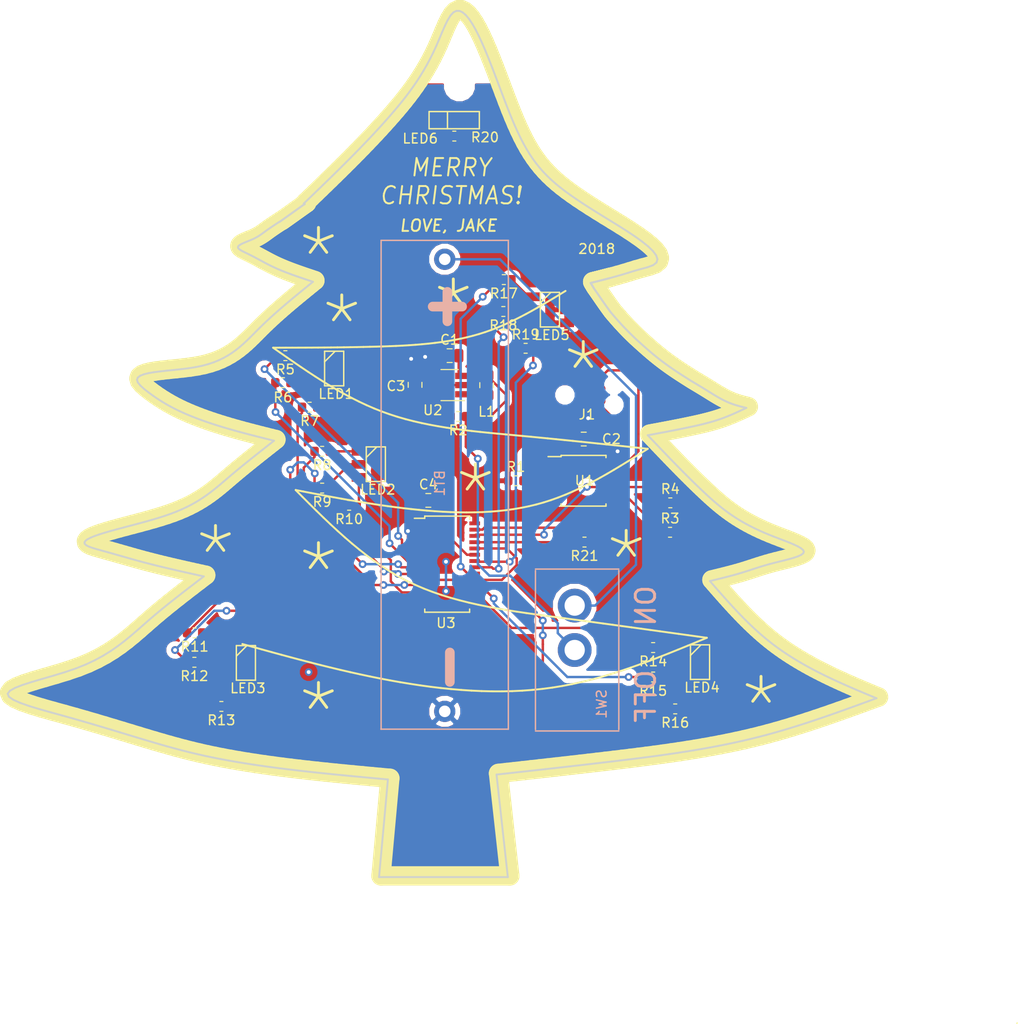
<source format=kicad_pcb>
(kicad_pcb (version 20171130) (host pcbnew 5.0.1)
  (layers (0 F.Cu signal) (31 B.Cu signal) (34 B.Paste user) (35 F.Paste user) (36 B.SilkS user) (37 F.SilkS user) (38 B.Mask user) (39 F.Mask user) (44 Edge.Cuts user))
  (net 0 "")
  (net 1 +1V5)
  (net 2 "Net-(C1-Pad2)")
  (net 3 /MCLR)
  (net 4 GND)
  (net 5 /ICSPC)
  (net 6 "Net-(J1-Pad6)")
  (net 7 /ICSPD)
  (net 8 "Net-(J1-Pad2)")
  (net 9 +3V3)
  (net 10 "Net-(R12-Pad2)")
  (net 11 "Net-(R2-Pad2)")
  (net 12 /SDA)
  (net 13 /SCL)
  (net 14 "Net-(R5-Pad2)")
  (net 15 "Net-(R6-Pad2)")
  (net 16 "Net-(R7-Pad2)")
  (net 17 "Net-(R8-Pad2)")
  (net 18 "Net-(R9-Pad2)")
  (net 19 "Net-(R11-Pad2)")
  (net 20 "Net-(R13-Pad2)")
  (net 21 "Net-(R21-Pad2)")
  (net 22 "Net-(R20-Pad2)")
  (net 23 "Net-(R19-Pad2)")
  (net 24 "Net-(R18-Pad2)")
  (net 25 "Net-(R17-Pad2)")
  (net 26 "Net-(R16-Pad2)")
  (net 27 "Net-(R15-Pad2)")
  (net 28 "Net-(R14-Pad2)")
  (net 29 "Net-(R10-Pad2)")
  (net 30 "Net-(L1-Pad1)")
  (net 31 "Net-(U3-Pad1)")
  (net 32 "Net-(U1-Pad2)")
  (net 33 "Net-(U1-Pad3)")
  (net 34 "Net-(U1-Pad5)")
  (net 35 "Net-(U1-Pad6)")
  (net 36 "Net-(U1-Pad7)")
  (net 37 "Net-(U1-Pad8)")
  (net 38 "Net-(U1-Pad11)")
  (net 39 "Net-(LED5-Pad1)")
  (net 40 "Net-(LED5-Pad2)")
  (net 41 "Net-(LED5-Pad3)")
  (net 42 "Net-(LED4-Pad3)")
  (net 43 "Net-(LED4-Pad2)")
  (net 44 "Net-(LED4-Pad1)")
  (net 45 "Net-(LED3-Pad1)")
  (net 46 "Net-(LED3-Pad2)")
  (net 47 "Net-(LED3-Pad3)")
  (net 48 "Net-(LED2-Pad3)")
  (net 49 "Net-(LED2-Pad2)")
  (net 50 "Net-(LED2-Pad1)")
  (net 51 "Net-(LED1-Pad1)")
  (net 52 "Net-(LED1-Pad2)")
  (net 53 "Net-(LED1-Pad3)")
  (net 54 "Net-(LED6-Pad1)")
  (module toolbox_switch:GF-123-0054 (layer B.Cu) (at 179.07 115.824 270)
    (fp_text reference SW1 (at 5.588 -2.794 270) (layer B.SilkS) (effects (justify mirror)))
    (fp_text value SW_SPST)
    (fp_text user OFF (at 4.826 -7.366 270) (layer B.SilkS) (effects (font (size 2 2) (thickness 0.3)) (justify mirror)))
    (fp_text user ON (at -4.572 -7.366 270) (layer B.SilkS) (effects (font (size 2 2) (thickness 0.3)) (justify mirror)))
    (pad 2 thru_hole circle (at 0 0 270) (size 3.5 3.5) (drill 2.1) (layers *.Cu *.Mask) (net 2 "Net-(C1-Pad2)"))
    (pad 1 thru_hole circle (at -4.6 0 270) (size 3.5 3.5) (drill 2.1) (layers *.Cu *.Mask) (net 1 +1V5))
  )
  (module MountingHole:MountingHole_2.2mm_M2 (layer F.Cu) (at 167.132 57.404)
    (fp_text reference MH1 hide)
    (fp_text value MountingHole)
    (pad 1 np_thru_hole circle (at 0 0) (size 2.2 2.2) (drill 2.2) (layers *.Cu *.Mask))
  )
  (module Capacitor_SMD:C_0805_2012Metric (layer F.Cu) (at 163.9085 100.33)
    (fp_text reference C4 (at 0 -1.65) (layer F.SilkS))
    (fp_text value 0.1uF)
    (pad 1 smd roundrect (at -0.9375 0) (size 0.975 1.4) (layers F.Cu F.Paste F.Mask) (net 4 GND))
    (pad 2 smd roundrect (at 0.9375 0) (size 0.975 1.4) (layers F.Cu F.Paste F.Mask) (net 9 +3V3))
  )
  (module toolbox_LED:LTST-C150AKT (layer F.Cu) (at 164.875 60.96)
    (fp_text reference LED6 (at -1.807 1.905) (layer F.SilkS))
    (fp_text value LED)
    (pad 1 smd rect (at 0 0) (size 1.6 1.6) (layers F.Cu F.Paste F.Mask) (net 54 "Net-(LED6-Pad1)"))
    (pad 2 smd rect (at 3.4 0) (size 1.6 1.6) (layers F.Cu F.Paste F.Mask) (net 9 +3V3))
  )
  (module toolbox_RGB_LED:APF3236LSEEZGKQBKC (layer F.Cu) (at 152.4 85.344)
    (fp_text reference LED1 (at 1.9558 3.9624 180) (layer F.SilkS))
    (fp_text value RGB_LED)
    (pad 1 smd rect (at 0 0) (size 1.5 0.9) (layers F.Cu F.Paste F.Mask) (net 51 "Net-(LED1-Pad1)"))
    (pad 2 smd rect (at 0 1.35) (size 1.5 0.9) (layers F.Cu F.Paste F.Mask) (net 52 "Net-(LED1-Pad2)"))
    (pad 3 smd rect (at 0 2.7) (size 1.5 0.9) (layers F.Cu F.Paste F.Mask) (net 53 "Net-(LED1-Pad3)"))
    (pad 4 smd rect (at 3.5 0) (size 1.5 0.9) (layers F.Cu F.Paste F.Mask) (net 9 +3V3))
    (pad 5 smd rect (at 3.5 1.35) (size 1.5 0.9) (layers F.Cu F.Paste F.Mask) (net 9 +3V3))
    (pad 6 smd rect (at 3.5 2.7) (size 1.5 0.9) (layers F.Cu F.Paste F.Mask) (net 9 +3V3))
  )
  (module toolbox_RGB_LED:APF3236LSEEZGKQBKC (layer F.Cu) (at 156.718 95.25)
    (fp_text reference LED2 (at 1.9558 3.9624 180) (layer F.SilkS))
    (fp_text value RGB_LED)
    (pad 6 smd rect (at 3.5 2.7) (size 1.5 0.9) (layers F.Cu F.Paste F.Mask) (net 9 +3V3))
    (pad 5 smd rect (at 3.5 1.35) (size 1.5 0.9) (layers F.Cu F.Paste F.Mask) (net 9 +3V3))
    (pad 4 smd rect (at 3.5 0) (size 1.5 0.9) (layers F.Cu F.Paste F.Mask) (net 9 +3V3))
    (pad 3 smd rect (at 0 2.7) (size 1.5 0.9) (layers F.Cu F.Paste F.Mask) (net 48 "Net-(LED2-Pad3)"))
    (pad 2 smd rect (at 0 1.35) (size 1.5 0.9) (layers F.Cu F.Paste F.Mask) (net 49 "Net-(LED2-Pad2)"))
    (pad 1 smd rect (at 0 0) (size 1.5 0.9) (layers F.Cu F.Paste F.Mask) (net 50 "Net-(LED2-Pad1)"))
  )
  (module toolbox_RGB_LED:APF3236LSEEZGKQBKC (layer F.Cu) (at 143.256 115.824)
    (fp_text reference LED3 (at 1.9558 3.9624 180) (layer F.SilkS))
    (fp_text value RGB_LED)
    (pad 1 smd rect (at 0 0) (size 1.5 0.9) (layers F.Cu F.Paste F.Mask) (net 45 "Net-(LED3-Pad1)"))
    (pad 2 smd rect (at 0 1.35) (size 1.5 0.9) (layers F.Cu F.Paste F.Mask) (net 46 "Net-(LED3-Pad2)"))
    (pad 3 smd rect (at 0 2.7) (size 1.5 0.9) (layers F.Cu F.Paste F.Mask) (net 47 "Net-(LED3-Pad3)"))
    (pad 4 smd rect (at 3.5 0) (size 1.5 0.9) (layers F.Cu F.Paste F.Mask) (net 9 +3V3))
    (pad 5 smd rect (at 3.5 1.35) (size 1.5 0.9) (layers F.Cu F.Paste F.Mask) (net 9 +3V3))
    (pad 6 smd rect (at 3.5 2.7) (size 1.5 0.9) (layers F.Cu F.Paste F.Mask) (net 9 +3V3))
  )
  (module toolbox_RGB_LED:APF3236LSEEZGKQBKC (layer F.Cu) (at 190.302 115.744)
    (fp_text reference LED4 (at 1.9558 3.9624 180) (layer F.SilkS))
    (fp_text value RGB_LED)
    (pad 6 smd rect (at 3.5 2.7) (size 1.5 0.9) (layers F.Cu F.Paste F.Mask) (net 9 +3V3))
    (pad 5 smd rect (at 3.5 1.35) (size 1.5 0.9) (layers F.Cu F.Paste F.Mask) (net 9 +3V3))
    (pad 4 smd rect (at 3.5 0) (size 1.5 0.9) (layers F.Cu F.Paste F.Mask) (net 9 +3V3))
    (pad 3 smd rect (at 0 2.7) (size 1.5 0.9) (layers F.Cu F.Paste F.Mask) (net 42 "Net-(LED4-Pad3)"))
    (pad 2 smd rect (at 0 1.35) (size 1.5 0.9) (layers F.Cu F.Paste F.Mask) (net 43 "Net-(LED4-Pad2)"))
    (pad 1 smd rect (at 0 0) (size 1.5 0.9) (layers F.Cu F.Paste F.Mask) (net 44 "Net-(LED4-Pad1)"))
  )
  (module toolbox_RGB_LED:APF3236LSEEZGKQBKC (layer F.Cu) (at 174.752 79.248)
    (fp_text reference LED5 (at 1.9558 3.9624 180) (layer F.SilkS))
    (fp_text value RGB_LED)
    (pad 1 smd rect (at 0 0) (size 1.5 0.9) (layers F.Cu F.Paste F.Mask) (net 39 "Net-(LED5-Pad1)"))
    (pad 2 smd rect (at 0 1.35) (size 1.5 0.9) (layers F.Cu F.Paste F.Mask) (net 40 "Net-(LED5-Pad2)"))
    (pad 3 smd rect (at 0 2.7) (size 1.5 0.9) (layers F.Cu F.Paste F.Mask) (net 41 "Net-(LED5-Pad3)"))
    (pad 4 smd rect (at 3.5 0) (size 1.5 0.9) (layers F.Cu F.Paste F.Mask) (net 9 +3V3))
    (pad 5 smd rect (at 3.5 1.35) (size 1.5 0.9) (layers F.Cu F.Paste F.Mask) (net 9 +3V3))
    (pad 6 smd rect (at 3.5 2.7) (size 1.5 0.9) (layers F.Cu F.Paste F.Mask) (net 9 +3V3))
  )
  (module Capacitor_SMD:C_0805_2012Metric (layer F.Cu) (at 166.116 85.344)
    (fp_text reference C1 (at 0 -1.65) (layer F.SilkS))
    (fp_text value 10uF)
    (pad 1 smd roundrect (at -0.9375 0) (size 0.975 1.4) (layers F.Cu F.Paste F.Mask) (net 4 GND))
    (pad 2 smd roundrect (at 0.9375 0) (size 0.975 1.4) (layers F.Cu F.Paste F.Mask) (net 2 "Net-(C1-Pad2)"))
  )
  (module Capacitor_SMD:C_0805_2012Metric (layer F.Cu) (at 180.0075 93.98 180)
    (fp_text reference C2 (at -2.8725 0 180) (layer F.SilkS))
    (fp_text value 0.1uF)
    (pad 2 smd roundrect (at 0.9375 0 180) (size 0.975 1.4) (layers F.Cu F.Paste F.Mask) (net 9 +3V3))
    (pad 1 smd roundrect (at -0.9375 0 180) (size 0.975 1.4) (layers F.Cu F.Paste F.Mask) (net 4 GND))
  )
  (module Capacitor_SMD:C_0805_2012Metric (layer F.Cu) (at 162.5346 88.3666 270)
    (fp_text reference C3 (at 0.127 1.9812) (layer F.SilkS))
    (fp_text value 10uF)
    (pad 1 smd roundrect (at -0.9375 0 270) (size 0.975 1.4) (layers F.Cu F.Paste F.Mask) (net 4 GND))
    (pad 2 smd roundrect (at 0.9375 0 270) (size 0.975 1.4) (layers F.Cu F.Paste F.Mask) (net 9 +3V3))
  )
  (module Inductor_SMD:L_0805_2012Metric_Pad1.15x1.40mm_HandSolder (layer F.Cu) (at 169.9514 88.401 90)
    (fp_text reference L1 (at -2.74436 0.00508 180) (layer F.SilkS))
    (fp_text value 4.7uH)
    (pad 1 smd roundrect (at -1.025 0 90) (size 1.15 1.4) (layers F.Cu F.Paste F.Mask) (roundrect_rratio 0.217391) (net 30 "Net-(L1-Pad1)"))
    (pad 2 smd roundrect (at 1.025 0 90) (size 1.15 1.4) (layers F.Cu F.Paste F.Mask) (roundrect_rratio 0.217391) (net 2 "Net-(C1-Pad2)"))
  )
  (module Package_SO:TSSOP-14_4.4x5mm_P0.65mm (layer F.Cu) (at 179.988 98.298)
    (fp_text reference U1 (at 0.098 0) (layer F.SilkS))
    (fp_text value PIC16F15325)
    (pad 1 smd rect (at -2.95 -1.95) (size 1.45 0.45) (layers F.Cu F.Paste F.Mask) (net 9 +3V3))
    (pad 2 smd rect (at -2.95 -1.3) (size 1.45 0.45) (layers F.Cu F.Paste F.Mask) (net 32 "Net-(U1-Pad2)"))
    (pad 3 smd rect (at -2.95 -0.65) (size 1.45 0.45) (layers F.Cu F.Paste F.Mask) (net 33 "Net-(U1-Pad3)"))
    (pad 4 smd rect (at -2.95 0) (size 1.45 0.45) (layers F.Cu F.Paste F.Mask) (net 3 /MCLR))
    (pad 5 smd rect (at -2.95 0.65) (size 1.45 0.45) (layers F.Cu F.Paste F.Mask) (net 34 "Net-(U1-Pad5)"))
    (pad 6 smd rect (at -2.95 1.3) (size 1.45 0.45) (layers F.Cu F.Paste F.Mask) (net 35 "Net-(U1-Pad6)"))
    (pad 7 smd rect (at -2.95 1.95) (size 1.45 0.45) (layers F.Cu F.Paste F.Mask) (net 36 "Net-(U1-Pad7)"))
    (pad 8 smd rect (at 2.95 1.95) (size 1.45 0.45) (layers F.Cu F.Paste F.Mask) (net 37 "Net-(U1-Pad8)"))
    (pad 9 smd rect (at 2.95 1.3) (size 1.45 0.45) (layers F.Cu F.Paste F.Mask) (net 12 /SDA))
    (pad 10 smd rect (at 2.95 0.65) (size 1.45 0.45) (layers F.Cu F.Paste F.Mask) (net 13 /SCL))
    (pad 11 smd rect (at 2.95 0) (size 1.45 0.45) (layers F.Cu F.Paste F.Mask) (net 38 "Net-(U1-Pad11)"))
    (pad 12 smd rect (at 2.95 -0.65) (size 1.45 0.45) (layers F.Cu F.Paste F.Mask) (net 5 /ICSPC))
    (pad 13 smd rect (at 2.95 -1.3) (size 1.45 0.45) (layers F.Cu F.Paste F.Mask) (net 7 /ICSPD))
    (pad 14 smd rect (at 2.95 -1.95) (size 1.45 0.45) (layers F.Cu F.Paste F.Mask) (net 4 GND))
  )
  (module Package_SO:TSSOP-28_4.4x9.7mm_P0.65mm (layer F.Cu) (at 165.862 106.934)
    (fp_text reference U3 (at -0.127 6.096) (layer F.SilkS))
    (fp_text value TLC59116F)
    (pad 1 smd rect (at -2.85 -4.225) (size 1.1 0.4) (layers F.Cu F.Paste F.Mask) (net 31 "Net-(U3-Pad1)"))
    (pad 2 smd rect (at -2.85 -3.575) (size 1.1 0.4) (layers F.Cu F.Paste F.Mask) (net 4 GND))
    (pad 3 smd rect (at -2.85 -2.925) (size 1.1 0.4) (layers F.Cu F.Paste F.Mask) (net 4 GND))
    (pad 4 smd rect (at -2.85 -2.275) (size 1.1 0.4) (layers F.Cu F.Paste F.Mask) (net 4 GND))
    (pad 5 smd rect (at -2.85 -1.625) (size 1.1 0.4) (layers F.Cu F.Paste F.Mask) (net 4 GND))
    (pad 6 smd rect (at -2.85 -0.975) (size 1.1 0.4) (layers F.Cu F.Paste F.Mask) (net 14 "Net-(R5-Pad2)"))
    (pad 7 smd rect (at -2.85 -0.325) (size 1.1 0.4) (layers F.Cu F.Paste F.Mask) (net 15 "Net-(R6-Pad2)"))
    (pad 8 smd rect (at -2.85 0.325) (size 1.1 0.4) (layers F.Cu F.Paste F.Mask) (net 16 "Net-(R7-Pad2)"))
    (pad 9 smd rect (at -2.85 0.975) (size 1.1 0.4) (layers F.Cu F.Paste F.Mask) (net 17 "Net-(R8-Pad2)"))
    (pad 10 smd rect (at -2.85 1.625) (size 1.1 0.4) (layers F.Cu F.Paste F.Mask) (net 4 GND))
    (pad 11 smd rect (at -2.85 2.275) (size 1.1 0.4) (layers F.Cu F.Paste F.Mask) (net 18 "Net-(R9-Pad2)"))
    (pad 12 smd rect (at -2.85 2.925) (size 1.1 0.4) (layers F.Cu F.Paste F.Mask) (net 29 "Net-(R10-Pad2)"))
    (pad 13 smd rect (at -2.85 3.575) (size 1.1 0.4) (layers F.Cu F.Paste F.Mask) (net 19 "Net-(R11-Pad2)"))
    (pad 14 smd rect (at -2.85 4.225) (size 1.1 0.4) (layers F.Cu F.Paste F.Mask) (net 10 "Net-(R12-Pad2)"))
    (pad 15 smd rect (at 2.85 4.225) (size 1.1 0.4) (layers F.Cu F.Paste F.Mask) (net 20 "Net-(R13-Pad2)"))
    (pad 16 smd rect (at 2.85 3.575) (size 1.1 0.4) (layers F.Cu F.Paste F.Mask) (net 28 "Net-(R14-Pad2)"))
    (pad 17 smd rect (at 2.85 2.925) (size 1.1 0.4) (layers F.Cu F.Paste F.Mask) (net 27 "Net-(R15-Pad2)"))
    (pad 18 smd rect (at 2.85 2.275) (size 1.1 0.4) (layers F.Cu F.Paste F.Mask) (net 26 "Net-(R16-Pad2)"))
    (pad 19 smd rect (at 2.85 1.625) (size 1.1 0.4) (layers F.Cu F.Paste F.Mask) (net 4 GND))
    (pad 20 smd rect (at 2.85 0.975) (size 1.1 0.4) (layers F.Cu F.Paste F.Mask) (net 25 "Net-(R17-Pad2)"))
    (pad 21 smd rect (at 2.85 0.325) (size 1.1 0.4) (layers F.Cu F.Paste F.Mask) (net 24 "Net-(R18-Pad2)"))
    (pad 22 smd rect (at 2.85 -0.325) (size 1.1 0.4) (layers F.Cu F.Paste F.Mask) (net 23 "Net-(R19-Pad2)"))
    (pad 23 smd rect (at 2.85 -0.975) (size 1.1 0.4) (layers F.Cu F.Paste F.Mask) (net 22 "Net-(R20-Pad2)"))
    (pad 24 smd rect (at 2.85 -1.625) (size 1.1 0.4) (layers F.Cu F.Paste F.Mask) (net 4 GND))
    (pad 25 smd rect (at 2.85 -2.275) (size 1.1 0.4) (layers F.Cu F.Paste F.Mask) (net 21 "Net-(R21-Pad2)"))
    (pad 26 smd rect (at 2.85 -2.925) (size 1.1 0.4) (layers F.Cu F.Paste F.Mask) (net 13 /SCL))
    (pad 27 smd rect (at 2.85 -3.575) (size 1.1 0.4) (layers F.Cu F.Paste F.Mask) (net 12 /SDA))
    (pad 28 smd rect (at 2.85 -4.225) (size 1.1 0.4) (layers F.Cu F.Paste F.Mask) (net 9 +3V3))
  )
  (module Package_TO_SOT_SMD:SOT-23-5_HandSoldering (layer F.Cu) (at 166.116 88.392 180)
    (fp_text reference U2 (at 1.74752 -2.60096 180) (layer F.SilkS))
    (fp_text value XC9142)
    (pad 1 smd rect (at -1.35 -0.95 180) (size 1.56 0.65) (layers F.Cu F.Paste F.Mask) (net 30 "Net-(L1-Pad1)"))
    (pad 2 smd rect (at -1.35 0 180) (size 1.56 0.65) (layers F.Cu F.Paste F.Mask) (net 11 "Net-(R2-Pad2)"))
    (pad 3 smd rect (at -1.35 0.95 180) (size 1.56 0.65) (layers F.Cu F.Paste F.Mask) (net 2 "Net-(C1-Pad2)"))
    (pad 4 smd rect (at 1.35 0.95 180) (size 1.56 0.65) (layers F.Cu F.Paste F.Mask) (net 4 GND))
    (pad 5 smd rect (at 1.35 -0.95 180) (size 1.56 0.65) (layers F.Cu F.Paste F.Mask) (net 9 +3V3))
  )
  (module Resistor_SMD:R_0603_1608Metric (layer F.Cu) (at 155.702 100.838 180)
    (fp_text reference R10 (at 0 -1.43 180) (layer F.SilkS))
    (fp_text value 43)
    (pad 1 smd roundrect (at -0.7875 0 180) (size 0.875 0.95) (layers F.Cu F.Paste F.Mask) (net 48 "Net-(LED2-Pad3)"))
    (pad 2 smd roundrect (at 0.7875 0 180) (size 0.875 0.95) (layers F.Cu F.Paste F.Mask) (net 29 "Net-(R10-Pad2)"))
  )
  (module Resistor_SMD:R_0603_1608Metric (layer F.Cu) (at 187.198 115.57 180)
    (fp_text reference R14 (at 0 -1.43 180) (layer F.SilkS))
    (fp_text value 240)
    (pad 2 smd roundrect (at 0.7875 0 180) (size 0.875 0.95) (layers F.Cu F.Paste F.Mask) (net 28 "Net-(R14-Pad2)"))
    (pad 1 smd roundrect (at -0.7875 0 180) (size 0.875 0.95) (layers F.Cu F.Paste F.Mask) (net 44 "Net-(LED4-Pad1)"))
  )
  (module Resistor_SMD:R_0603_1608Metric (layer F.Cu) (at 187.198 118.618 180)
    (fp_text reference R15 (at 0 -1.43 180) (layer F.SilkS))
    (fp_text value 43)
    (pad 1 smd roundrect (at -0.7875 0 180) (size 0.875 0.95) (layers F.Cu F.Paste F.Mask) (net 43 "Net-(LED4-Pad2)"))
    (pad 2 smd roundrect (at 0.7875 0 180) (size 0.875 0.95) (layers F.Cu F.Paste F.Mask) (net 27 "Net-(R15-Pad2)"))
  )
  (module Resistor_SMD:R_0603_1608Metric (layer F.Cu) (at 189.484 121.92 180)
    (fp_text reference R16 (at 0 -1.43 180) (layer F.SilkS))
    (fp_text value 43)
    (pad 2 smd roundrect (at 0.7875 0 180) (size 0.875 0.95) (layers F.Cu F.Paste F.Mask) (net 26 "Net-(R16-Pad2)"))
    (pad 1 smd roundrect (at -0.7875 0 180) (size 0.875 0.95) (layers F.Cu F.Paste F.Mask) (net 42 "Net-(LED4-Pad3)"))
  )
  (module Resistor_SMD:R_0603_1608Metric (layer F.Cu) (at 171.7295 77.47 180)
    (fp_text reference R17 (at 0 -1.43 180) (layer F.SilkS))
    (fp_text value 240)
    (pad 1 smd roundrect (at -0.7875 0 180) (size 0.875 0.95) (layers F.Cu F.Paste F.Mask) (net 39 "Net-(LED5-Pad1)"))
    (pad 2 smd roundrect (at 0.7875 0 180) (size 0.875 0.95) (layers F.Cu F.Paste F.Mask) (net 25 "Net-(R17-Pad2)"))
  )
  (module Resistor_SMD:R_0603_1608Metric (layer F.Cu) (at 171.6785 80.772 180)
    (fp_text reference R18 (at 0 -1.43 180) (layer F.SilkS))
    (fp_text value 43)
    (pad 2 smd roundrect (at 0.7875 0 180) (size 0.875 0.95) (layers F.Cu F.Paste F.Mask) (net 24 "Net-(R18-Pad2)"))
    (pad 1 smd roundrect (at -0.7875 0 180) (size 0.875 0.95) (layers F.Cu F.Paste F.Mask) (net 40 "Net-(LED5-Pad2)"))
  )
  (module Resistor_SMD:R_0603_1608Metric (layer F.Cu) (at 173.99 84.582)
    (fp_text reference R19 (at 0 -1.43) (layer F.SilkS))
    (fp_text value 43)
    (pad 1 smd roundrect (at -0.7875 0) (size 0.875 0.95) (layers F.Cu F.Paste F.Mask) (net 41 "Net-(LED5-Pad3)"))
    (pad 2 smd roundrect (at 0.7875 0) (size 0.875 0.95) (layers F.Cu F.Paste F.Mask) (net 23 "Net-(R19-Pad2)"))
  )
  (module Resistor_SMD:R_0603_1608Metric (layer F.Cu) (at 166.5985 62.611)
    (fp_text reference R20 (at 3.175 0.127 -180) (layer F.SilkS))
    (fp_text value 240)
    (pad 2 smd roundrect (at 0.7875 0) (size 0.875 0.95) (layers F.Cu F.Paste F.Mask) (net 22 "Net-(R20-Pad2)"))
    (pad 1 smd roundrect (at -0.7875 0) (size 0.875 0.95) (layers F.Cu F.Paste F.Mask) (net 54 "Net-(LED6-Pad1)"))
  )
  (module Resistor_SMD:R_0603_1608Metric (layer F.Cu) (at 180.086 104.648 180)
    (fp_text reference R21 (at 0 -1.43 180) (layer F.SilkS))
    (fp_text value 10k)
    (pad 1 smd roundrect (at -0.7875 0 180) (size 0.875 0.95) (layers F.Cu F.Paste F.Mask) (net 9 +3V3))
    (pad 2 smd roundrect (at 0.7875 0 180) (size 0.875 0.95) (layers F.Cu F.Paste F.Mask) (net 21 "Net-(R21-Pad2)"))
  )
  (module Resistor_SMD:R_0603_1608Metric (layer F.Cu) (at 142.4685 121.666 180)
    (fp_text reference R13 (at 0 -1.43 180) (layer F.SilkS))
    (fp_text value 43)
    (pad 2 smd roundrect (at 0.7875 0 180) (size 0.875 0.95) (layers F.Cu F.Paste F.Mask) (net 20 "Net-(R13-Pad2)"))
    (pad 1 smd roundrect (at -0.7875 0 180) (size 0.875 0.95) (layers F.Cu F.Paste F.Mask) (net 47 "Net-(LED3-Pad3)"))
  )
  (module Resistor_SMD:R_0603_1608Metric (layer F.Cu) (at 139.7 114.046 180)
    (fp_text reference R11 (at 0 -1.43 180) (layer F.SilkS))
    (fp_text value 240)
    (pad 1 smd roundrect (at -0.7875 0 180) (size 0.875 0.95) (layers F.Cu F.Paste F.Mask) (net 45 "Net-(LED3-Pad1)"))
    (pad 2 smd roundrect (at 0.7875 0 180) (size 0.875 0.95) (layers F.Cu F.Paste F.Mask) (net 19 "Net-(R11-Pad2)"))
  )
  (module Resistor_SMD:R_0603_1608Metric (layer F.Cu) (at 152.908 99.06 180)
    (fp_text reference R9 (at 0 -1.43 180) (layer F.SilkS))
    (fp_text value 43)
    (pad 2 smd roundrect (at 0.7875 0 180) (size 0.875 0.95) (layers F.Cu F.Paste F.Mask) (net 18 "Net-(R9-Pad2)"))
    (pad 1 smd roundrect (at -0.7875 0 180) (size 0.875 0.95) (layers F.Cu F.Paste F.Mask) (net 49 "Net-(LED2-Pad2)"))
  )
  (module Resistor_SMD:R_0603_1608Metric (layer F.Cu) (at 152.908 95.25 180)
    (fp_text reference R8 (at 0 -1.43 180) (layer F.SilkS))
    (fp_text value 240)
    (pad 1 smd roundrect (at -0.7875 0 180) (size 0.875 0.95) (layers F.Cu F.Paste F.Mask) (net 50 "Net-(LED2-Pad1)"))
    (pad 2 smd roundrect (at 0.7875 0 180) (size 0.875 0.95) (layers F.Cu F.Paste F.Mask) (net 17 "Net-(R8-Pad2)"))
  )
  (module Resistor_SMD:R_0603_1608Metric (layer F.Cu) (at 151.6125 90.678 180)
    (fp_text reference R7 (at 0 -1.43 180) (layer F.SilkS))
    (fp_text value 43)
    (pad 2 smd roundrect (at 0.7875 0 180) (size 0.875 0.95) (layers F.Cu F.Paste F.Mask) (net 16 "Net-(R7-Pad2)"))
    (pad 1 smd roundrect (at -0.7875 0 180) (size 0.875 0.95) (layers F.Cu F.Paste F.Mask) (net 53 "Net-(LED1-Pad3)"))
  )
  (module Resistor_SMD:R_0603_1608Metric (layer F.Cu) (at 148.844 88.138 180)
    (fp_text reference R6 (at 0 -1.524 180) (layer F.SilkS))
    (fp_text value 43)
    (pad 1 smd roundrect (at -0.7875 0 180) (size 0.875 0.95) (layers F.Cu F.Paste F.Mask) (net 52 "Net-(LED1-Pad2)"))
    (pad 2 smd roundrect (at 0.7875 0 180) (size 0.875 0.95) (layers F.Cu F.Paste F.Mask) (net 15 "Net-(R6-Pad2)"))
  )
  (module Resistor_SMD:R_0603_1608Metric (layer F.Cu) (at 149.098 85.344 180)
    (fp_text reference R5 (at 0 -1.43 180) (layer F.SilkS))
    (fp_text value 240)
    (pad 2 smd roundrect (at 0.7875 0 180) (size 0.875 0.95) (layers F.Cu F.Paste F.Mask) (net 14 "Net-(R5-Pad2)"))
    (pad 1 smd roundrect (at -0.7875 0 180) (size 0.875 0.95) (layers F.Cu F.Paste F.Mask) (net 51 "Net-(LED1-Pad1)"))
  )
  (module Resistor_SMD:R_0603_1608Metric (layer F.Cu) (at 188.976 100.584)
    (fp_text reference R4 (at 0 -1.43) (layer F.SilkS))
    (fp_text value 10k)
    (pad 1 smd roundrect (at -0.7875 0) (size 0.875 0.95) (layers F.Cu F.Paste F.Mask) (net 13 /SCL))
    (pad 2 smd roundrect (at 0.7875 0) (size 0.875 0.95) (layers F.Cu F.Paste F.Mask) (net 9 +3V3))
  )
  (module Resistor_SMD:R_0603_1608Metric (layer F.Cu) (at 188.9505 103.632)
    (fp_text reference R3 (at 0 -1.43) (layer F.SilkS))
    (fp_text value 10k)
    (pad 2 smd roundrect (at 0.7875 0) (size 0.875 0.95) (layers F.Cu F.Paste F.Mask) (net 9 +3V3))
    (pad 1 smd roundrect (at -0.7875 0) (size 0.875 0.95) (layers F.Cu F.Paste F.Mask) (net 12 /SDA))
  )
  (module Resistor_SMD:R_0603_1608Metric (layer F.Cu) (at 167.0049 91.6432 180)
    (fp_text reference R2 (at 0 -1.43 180) (layer F.SilkS))
    (fp_text value 10k)
    (pad 1 smd roundrect (at -0.7875 0 180) (size 0.875 0.95) (layers F.Cu F.Paste F.Mask) (net 2 "Net-(C1-Pad2)"))
    (pad 2 smd roundrect (at 0.7875 0 180) (size 0.875 0.95) (layers F.Cu F.Paste F.Mask) (net 11 "Net-(R2-Pad2)"))
  )
  (module Resistor_SMD:R_0603_1608Metric (layer F.Cu) (at 139.6745 117.094 180)
    (fp_text reference R12 (at 0 -1.43 180) (layer F.SilkS))
    (fp_text value 43)
    (pad 2 smd roundrect (at 0.7875 0 180) (size 0.875 0.95) (layers F.Cu F.Paste F.Mask) (net 10 "Net-(R12-Pad2)"))
    (pad 1 smd roundrect (at -0.7875 0 180) (size 0.875 0.95) (layers F.Cu F.Paste F.Mask) (net 46 "Net-(LED3-Pad2)"))
  )
  (module Resistor_SMD:R_0603_1608Metric (layer F.Cu) (at 172.974 98.298)
    (fp_text reference R1 (at 0 -1.43) (layer F.SilkS))
    (fp_text value 10k)
    (pad 1 smd roundrect (at -0.7875 0) (size 0.875 0.95) (layers F.Cu F.Paste F.Mask) (net 9 +3V3))
    (pad 2 smd roundrect (at 0.7875 0) (size 0.875 0.95) (layers F.Cu F.Paste F.Mask) (net 3 /MCLR))
  )
  (module toolbox_battery:BCAAAPC (layer B.Cu) (at 165.608 122.174 90)
    (fp_text reference BT1 (at 23.622 -0.508 90) (layer B.SilkS) (effects (justify mirror)))
    (fp_text value Battery_Cell)
    (fp_text user + (at 41.91 0 90) (layer B.SilkS) (effects (font (size 4 4) (thickness 1)) (justify mirror)))
    (fp_text user - (at 4.572 0.254 90) (layer B.SilkS) (effects (font (size 4 4) (thickness 1)) (justify mirror)))
    (pad 2 thru_hole circle (at 0 0 90) (size 2.2 2.2) (drill 1.2) (layers *.Cu *.Mask) (net 4 GND))
    (pad 1 thru_hole circle (at 46.81 0 90) (size 2.2 2.2) (drill 1.2) (layers *.Cu *.Mask) (net 1 +1V5))
  )
  (module "toolbox_connector:Tag Connect" (layer F.Cu) (at 178.054 89.408)
    (fp_text reference J1 (at 2.286 2.032) (layer F.SilkS))
    (fp_text value Conn_01x06)
    (pad "" np_thru_hole circle (at 0 0) (size 1 1) (drill 1) (layers *.Cu *.Mask))
    (pad "" np_thru_hole circle (at 5.08 -1.016) (size 1 1) (drill 1) (layers *.Cu *.Mask))
    (pad "" np_thru_hole circle (at 5.08 1.016) (size 1 1) (drill 1) (layers *.Cu *.Mask))
    (pad 1 smd circle (at 1.27 0.635) (size 0.8 0.8) (layers F.Cu F.Paste F.Mask) (net 3 /MCLR))
    (pad 3 smd circle (at 2.54 0.635) (size 0.8 0.8) (layers F.Cu F.Paste F.Mask) (net 4 GND))
    (pad 5 smd circle (at 3.81 0.635) (size 0.8 0.8) (layers F.Cu F.Paste F.Mask) (net 5 /ICSPC))
    (pad 6 smd circle (at 3.81 -0.635) (size 0.8 0.8) (layers F.Cu F.Paste F.Mask) (net 6 "Net-(J1-Pad6)"))
    (pad 4 smd circle (at 2.54 -0.635) (size 0.8 0.8) (layers F.Cu F.Paste F.Mask) (net 7 /ICSPD))
    (pad 2 smd circle (at 1.27 -0.635) (size 0.8 0.8) (layers F.Cu F.Paste F.Mask) (net 8 "Net-(J1-Pad2)"))
  )
  (gr_line (start 182.894294 80.572569) (end 182.856809 80.521124) (layer F.SilkS) (width 2))
  (gr_line (start 182.931798 80.624) (end 182.894294 80.572569) (layer F.SilkS) (width 2))
  (gr_line (start 182.969315 80.675421) (end 182.931798 80.624) (layer F.SilkS) (width 2))
  (gr_line (start 189.619301 96.350726) (end 189.31371 96.036358) (layer F.SilkS) (width 2))
  (gr_line (start 194.994085 108.136571) (end 195.410536 108.02794) (layer F.SilkS) (width 2))
  (gr_line (start 196.66 112.282124) (end 196.343235 111.955684) (layer F.SilkS) (width 2))
  (gr_line (start 195.410536 108.02794) (end 195.819688 107.917222) (layer F.SilkS) (width 2))
  (gr_line (start 199.862862 103.940282) (end 199.335793 103.729762) (layer F.SilkS) (width 2))
  (gr_line (start 194.145127 108.349243) (end 194.571796 108.243533) (layer F.SilkS) (width 2))
  (gr_line (start 190.670691 87.411069) (end 190.540727 87.328129) (layer F.SilkS) (width 2))
  (gr_line (start 190.800802 87.493786) (end 190.670691 87.411069) (layer F.SilkS) (width 2))
  (gr_line (start 195.606436 101.776461) (end 195.27584 101.547697) (layer F.SilkS) (width 2))
  (gr_line (start 193.715539 108.454118) (end 194.145127 108.349243) (layer F.SilkS) (width 2))
  (gr_line (start 195.101635 110.618901) (end 194.796185 110.278673) (layer F.SilkS) (width 2))
  (gr_line (start 172.412685 59.814429) (end 172.089317 58.98382) (layer F.SilkS) (width 2))
  (gr_line (start 172.729069 60.597191) (end 172.412685 59.814429) (layer F.SilkS) (width 2))
  (gr_line (start 173.039567 61.328341) (end 172.729069 60.597191) (layer F.SilkS) (width 2))
  (gr_line (start 173.346881 62.011381) (end 173.039567 61.328341) (layer F.SilkS) (width 2))
  (gr_line (start 168.33028 50.355537) (end 167.994403 49.953726) (layer F.SilkS) (width 2))
  (gr_line (start 168.670237 50.864234) (end 168.33028 50.355537) (layer F.SilkS) (width 2))
  (gr_line (start 169.013344 51.466879) (end 168.670237 50.864234) (layer F.SilkS) (width 2))
  (gr_line (start 169.358667 52.150537) (end 169.013344 51.466879) (layer F.SilkS) (width 2))
  (gr_line (start 190.529778 97.276931) (end 190.227443 96.971304) (layer F.SilkS) (width 2))
  (gr_line (start 192.60836 88.596962) (end 192.491602 88.525735) (layer F.SilkS) (width 2))
  (gr_line (start 192.725063 88.66847) (end 192.60836 88.596962) (layer F.SilkS) (width 2))
  (gr_line (start 193.585698 108.903974) (end 193.284491 108.558576) (layer F.SilkS) (width 2))
  (gr_line (start 181.269565 78.25584) (end 181.262102 78.243251) (layer F.SilkS) (width 2))
  (gr_line (start 181.277027 78.268429) (end 181.269565 78.25584) (layer F.SilkS) (width 2))
  (gr_line (start 181.284489 78.281019) (end 181.277027 78.268429) (layer F.SilkS) (width 2))
  (gr_line (start 181.321081 78.333098) (end 181.284489 78.281019) (layer F.SilkS) (width 2))
  (gr_line (start 138.527806 86.616232) (end 137.776807 86.69713) (layer F.SilkS) (width 2))
  (gr_line (start 139.273396 86.522792) (end 138.527806 86.616232) (layer F.SilkS) (width 2))
  (gr_line (start 139.993931 86.409974) (end 139.273396 86.522792) (layer F.SilkS) (width 2))
  (gr_line (start 140.670321 86.271148) (end 139.993931 86.409974) (layer F.SilkS) (width 2))
  (gr_line (start 141.295249 86.104077) (end 140.670321 86.271148) (layer F.SilkS) (width 2))
  (gr_line (start 196.522046 90.496028) (end 196.389691 90.460883) (layer F.SilkS) (width 2))
  (gr_line (start 196.654725 90.530372) (end 196.522046 90.496028) (layer F.SilkS) (width 2))
  (gr_line (start 184.768536 82.66961) (end 184.712665 82.613073) (layer F.SilkS) (width 2))
  (gr_line (start 184.824564 82.725991) (end 184.768536 82.66961) (layer F.SilkS) (width 2))
  (gr_line (start 184.880738 82.782226) (end 184.824564 82.725991) (layer F.SilkS) (width 2))
  (gr_line (start 198.975022 106.937622) (end 199.435441 106.807236) (layer F.SilkS) (width 2))
  (gr_line (start 187.15634 93.786827) (end 186.846842 93.461969) (layer F.SilkS) (width 2))
  (gr_line (start 189.290503 93.001689) (end 189.512572 92.958451) (layer F.SilkS) (width 2))
  (gr_line (start 189.068415 93.044593) (end 189.290503 93.001689) (layer F.SilkS) (width 2))
  (gr_line (start 183.789085 81.626694) (end 183.736239 81.567314) (layer F.SilkS) (width 2))
  (gr_line (start 183.842085 81.685939) (end 183.789085 81.626694) (layer F.SilkS) (width 2))
  (gr_line (start 183.895246 81.745044) (end 183.842085 81.685939) (layer F.SilkS) (width 2))
  (gr_line (start 203.015165 105.513301) (end 202.927035 105.337141) (layer F.SilkS) (width 2))
  (gr_line (start 160.135176 60.390257) (end 159.708811 60.873397) (layer F.SilkS) (width 2))
  (gr_line (start 160.554315 59.905454) (end 160.135176 60.390257) (layer F.SilkS) (width 2))
  (gr_line (start 160.965976 59.416958) (end 160.554315 59.905454) (layer F.SilkS) (width 2))
  (gr_line (start 161.369919 58.92253) (end 160.965976 59.416958) (layer F.SilkS) (width 2))
  (gr_line (start 184.109512 81.980003) (end 184.055699 81.921487) (layer F.SilkS) (width 2))
  (gr_line (start 184.163491 82.038367) (end 184.109512 81.980003) (layer F.SilkS) (width 2))
  (gr_line (start 184.217637 82.096575) (end 184.163491 82.038367) (layer F.SilkS) (width 2))
  (gr_line (start 196.343235 111.955684) (end 196.029299 111.625797) (layer F.SilkS) (width 2))
  (gr_line (start 187.46573 94.111394) (end 187.15634 93.786827) (layer F.SilkS) (width 2))
  (gr_line (start 194.492149 109.936722) (end 194.189244 109.593392) (layer F.SilkS) (width 2))
  (gr_line (start 201.538342 116.309295) (end 201.157979 116.061501) (layer F.SilkS) (width 2))
  (gr_line (start 197.961 113.546521) (end 197.630092 113.237316) (layer F.SilkS) (width 2))
  (gr_line (start 133.045838 124.489427) (end 133.88605 124.743971) (layer F.SilkS) (width 2))
  (gr_line (start 132.179314 124.226637) (end 133.045838 124.489427) (layer F.SilkS) (width 2))
  (gr_line (start 131.282167 123.955636) (end 132.179314 124.226637) (layer F.SilkS) (width 2))
  (gr_line (start 130.350085 123.676454) (end 131.282167 123.955636) (layer F.SilkS) (width 2))
  (gr_line (start 129.378759 123.389126) (end 130.350085 123.676454) (layer F.SilkS) (width 2))
  (gr_line (start 128.363877 123.093684) (end 129.378759 123.389126) (layer F.SilkS) (width 2))
  (gr_line (start 196.787649 90.564115) (end 196.654725 90.530372) (layer F.SilkS) (width 2))
  (gr_line (start 196.920734 90.597459) (end 196.787649 90.564115) (layer F.SilkS) (width 2))
  (gr_line (start 183.630969 81.448183) (end 183.578524 81.388451) (layer F.SilkS) (width 2))
  (gr_line (start 183.683537 81.507807) (end 183.630969 81.448183) (layer F.SilkS) (width 2))
  (gr_line (start 183.736239 81.567314) (end 183.683537 81.507807) (layer F.SilkS) (width 2))
  (gr_line (start 150.466495 76.997993) (end 150.652183 77.062667) (layer F.SilkS) (width 2))
  (gr_line (start 150.28178 76.932883) (end 150.466495 76.997993) (layer F.SilkS) (width 2))
  (gr_line (start 150.098148 76.867289) (end 150.28178 76.932883) (layer F.SilkS) (width 2))
  (gr_line (start 149.915706 76.801161) (end 150.098148 76.867289) (layer F.SilkS) (width 2))
  (gr_line (start 149.734563 76.734452) (end 149.915706 76.801161) (layer F.SilkS) (width 2))
  (gr_line (start 193.541741 89.174255) (end 193.424804 89.102197) (layer F.SilkS) (width 2))
  (gr_line (start 193.658904 89.245886) (end 193.541741 89.174255) (layer F.SilkS) (width 2))
  (gr_line (start 136.061967 89.686874) (end 136.515264 89.976699) (layer F.SilkS) (width 2))
  (gr_line (start 135.60309 89.373544) (end 136.061967 89.686874) (layer F.SilkS) (width 2))
  (gr_line (start 135.137046 89.034492) (end 135.60309 89.373544) (layer F.SilkS) (width 2))
  (gr_line (start 134.676781 88.673901) (end 135.137046 89.034492) (layer F.SilkS) (width 2))
  (gr_line (start 134.280726 88.315992) (end 134.676781 88.673901) (layer F.SilkS) (width 2))
  (gr_line (start 194.986039 91.550969) (end 195.195657 91.46671) (layer F.SilkS) (width 2))
  (gr_line (start 194.775429 91.632499) (end 194.986039 91.550969) (layer F.SilkS) (width 2))
  (gr_line (start 204.306067 117.893851) (end 203.901286 117.682042) (layer F.SilkS) (width 2))
  (gr_line (start 181.058872 77.904387) (end 181.051332 77.891845) (layer F.SilkS) (width 2))
  (gr_line (start 181.066421 77.916925) (end 181.058872 77.904387) (layer F.SilkS) (width 2))
  (gr_line (start 181.073975 77.929459) (end 181.066421 77.916925) (layer F.SilkS) (width 2))
  (gr_line (start 181.081535 77.94199) (end 181.073975 77.929459) (layer F.SilkS) (width 2))
  (gr_line (start 130.93695 105.582939) (end 131.430451 105.721745) (layer F.SilkS) (width 2))
  (gr_line (start 130.426295 105.441383) (end 130.93695 105.582939) (layer F.SilkS) (width 2))
  (gr_line (start 129.899963 105.297029) (end 130.426295 105.441383) (layer F.SilkS) (width 2))
  (gr_line (start 129.395357 105.150077) (end 129.899963 105.297029) (layer F.SilkS) (width 2))
  (gr_line (start 128.967475 105.000853) (end 129.395357 105.150077) (layer F.SilkS) (width 2))
  (gr_line (start 195.949567 102.002119) (end 195.606436 101.776461) (layer F.SilkS) (width 2))
  (gr_line (start 151.746352 77.90554) (end 151.333594 78.240998) (layer F.SilkS) (width 2))
  (gr_line (start 152.159769 77.570173) (end 151.746352 77.90554) (layer F.SilkS) (width 2))
  (gr_line (start 151.970184 77.507244) (end 152.159769 77.570173) (layer F.SilkS) (width 2))
  (gr_line (start 151.780708 77.444266) (end 151.970184 77.507244) (layer F.SilkS) (width 2))
  (gr_line (start 151.591448 77.381191) (end 151.780708 77.444266) (layer F.SilkS) (width 2))
  (gr_line (start 137.843308 125.891864) (end 138.616175 126.096247) (layer F.SilkS) (width 2))
  (gr_line (start 137.069993 125.679038) (end 137.843308 125.891864) (layer F.SilkS) (width 2))
  (gr_line (start 136.291921 125.457803) (end 137.069993 125.679038) (layer F.SilkS) (width 2))
  (gr_line (start 135.504781 125.228192) (end 136.291921 125.457803) (layer F.SilkS) (width 2))
  (gr_line (start 134.704261 124.990237) (end 135.504781 125.228192) (layer F.SilkS) (width 2))
  (gr_line (start 133.88605 124.743971) (end 134.704261 124.990237) (layer F.SilkS) (width 2))
  (gr_line (start 144.833229 73.616937) (end 144.651142 73.712021) (layer F.SilkS) (width 2))
  (gr_line (start 145.044457 73.522447) (end 144.833229 73.616937) (layer F.SilkS) (width 2))
  (gr_line (start 145.273917 73.428116) (end 145.044457 73.522447) (layer F.SilkS) (width 2))
  (gr_line (start 145.510701 73.33351) (end 145.273917 73.428116) (layer F.SilkS) (width 2))
  (gr_line (start 145.743899 73.238195) (end 145.510701 73.33351) (layer F.SilkS) (width 2))
  (gr_line (start 182.447651 79.952992) (end 182.410912 79.901021) (layer F.SilkS) (width 2))
  (gr_line (start 182.484487 80.004895) (end 182.447651 79.952992) (layer F.SilkS) (width 2))
  (gr_line (start 182.521415 80.056734) (end 182.484487 80.004895) (layer F.SilkS) (width 2))
  (gr_line (start 201.002665 106.411686) (end 201.526434 106.275698) (layer F.SilkS) (width 2))
  (gr_line (start 145.3165 74.627228) (end 145.522477 74.727917) (layer F.SilkS) (width 2))
  (gr_line (start 145.102336 74.524458) (end 145.3165 74.627228) (layer F.SilkS) (width 2))
  (gr_line (start 144.890864 74.420187) (end 145.102336 74.524458) (layer F.SilkS) (width 2))
  (gr_line (start 144.697924 74.315268) (end 144.890864 74.420187) (layer F.SilkS) (width 2))
  (gr_line (start 144.539386 74.210558) (end 144.697924 74.315268) (layer F.SilkS) (width 2))
  (gr_line (start 140.601991 91.889444) (end 141.078444 92.058266) (layer F.SilkS) (width 2))
  (gr_line (start 140.131056 91.714807) (end 140.601991 91.889444) (layer F.SilkS) (width 2))
  (gr_line (start 139.666005 91.533967) (end 140.131056 91.714807) (layer F.SilkS) (width 2))
  (gr_line (start 139.207158 91.34649) (end 139.666005 91.533967) (layer F.SilkS) (width 2))
  (gr_line (start 138.753858 91.15103) (end 139.207158 91.34649) (layer F.SilkS) (width 2))
  (gr_line (start 192.841707 88.740285) (end 192.725063 88.66847) (layer F.SilkS) (width 2))
  (gr_line (start 192.958289 88.812427) (end 192.841707 88.740285) (layer F.SilkS) (width 2))
  (gr_line (start 185.428896 76.449131) (end 186.104495 76.259387) (layer F.SilkS) (width 2))
  (gr_line (start 184.797634 76.644218) (end 185.428896 76.449131) (layer F.SilkS) (width 2))
  (gr_line (start 184.171738 76.835293) (end 184.797634 76.644218) (layer F.SilkS) (width 2))
  (gr_line (start 183.53023 77.018187) (end 184.171738 76.835293) (layer F.SilkS) (width 2))
  (gr_line (start 188.08375 94.758487) (end 187.774903 94.435378) (layer F.SilkS) (width 2))
  (gr_line (start 187.95774 93.255175) (end 188.1799 93.213483) (layer F.SilkS) (width 2))
  (gr_line (start 181.554361 77.537108) (end 181.595844 77.52672) (layer F.SilkS) (width 2))
  (gr_line (start 181.512872 77.547469) (end 181.554361 77.537108) (layer F.SilkS) (width 2))
  (gr_line (start 181.471375 77.557804) (end 181.512872 77.547469) (layer F.SilkS) (width 2))
  (gr_line (start 181.429873 77.568115) (end 181.471375 77.557804) (layer F.SilkS) (width 2))
  (gr_line (start 195.995389 90.348644) (end 195.865147 90.308295) (layer F.SilkS) (width 2))
  (gr_line (start 196.126282 90.387391) (end 195.995389 90.348644) (layer F.SilkS) (width 2))
  (gr_line (start 144.19793 84.623141) (end 143.793257 84.916381) (layer F.SilkS) (width 2))
  (gr_line (start 144.581093 84.316258) (end 144.19793 84.623141) (layer F.SilkS) (width 2))
  (gr_line (start 144.947087 83.99784) (end 144.581093 84.316258) (layer F.SilkS) (width 2))
  (gr_line (start 145.300255 83.669997) (end 144.947087 83.99784) (layer F.SilkS) (width 2))
  (gr_line (start 145.644941 83.334839) (end 145.300255 83.669997) (layer F.SilkS) (width 2))
  (gr_line (start 151.269971 69.486841) (end 151.271504 69.48836) (layer F.SilkS) (width 2))
  (gr_line (start 151.268423 69.485335) (end 151.269971 69.486841) (layer F.SilkS) (width 2))
  (gr_line (start 151.266863 69.483841) (end 151.268423 69.485335) (layer F.SilkS) (width 2))
  (gr_line (start 151.265291 69.482358) (end 151.266863 69.483841) (layer F.SilkS) (width 2))
  (gr_line (start 151.26371 69.480884) (end 151.265291 69.482358) (layer F.SilkS) (width 2))
  (gr_line (start 147.85865 75.948418) (end 148.018366 76.024721) (layer F.SilkS) (width 2))
  (gr_line (start 147.701349 75.870949) (end 147.85865 75.948418) (layer F.SilkS) (width 2))
  (gr_line (start 147.545783 75.792249) (end 147.701349 75.870949) (layer F.SilkS) (width 2))
  (gr_line (start 147.391151 75.712254) (end 147.545783 75.792249) (layer F.SilkS) (width 2))
  (gr_line (start 147.236651 75.630896) (end 147.391151 75.712254) (layer F.SilkS) (width 2))
  (gr_line (start 183.162177 80.907783) (end 183.11038 80.847483) (layer F.SilkS) (width 2))
  (gr_line (start 183.214004 80.968056) (end 183.162177 80.907783) (layer F.SilkS) (width 2))
  (gr_line (start 183.265873 81.028292) (end 183.214004 80.968056) (layer F.SilkS) (width 2))
  (gr_line (start 151.262119 69.479419) (end 151.26371 69.480884) (layer F.SilkS) (width 2))
  (gr_line (start 151.260521 69.477963) (end 151.262119 69.479419) (layer F.SilkS) (width 2))
  (gr_line (start 151.258917 69.476512) (end 151.260521 69.477963) (layer F.SilkS) (width 2))
  (gr_line (start 151.257307 69.475068) (end 151.258917 69.476512) (layer F.SilkS) (width 2))
  (gr_line (start 210.53624 120.691293) (end 210.53624 120.691293) (layer F.SilkS) (width 2))
  (gr_line (start 209.729242 120.986985) (end 210.53624 120.691293) (layer F.SilkS) (width 2))
  (gr_line (start 208.922046 121.281919) (end 209.729242 120.986985) (layer F.SilkS) (width 2))
  (gr_line (start 195.819688 107.917222) (end 196.220082 107.803999) (layer F.SilkS) (width 2))
  (gr_line (start 151.284479 69.502758) (end 151.285821 69.504445) (layer F.SilkS) (width 2))
  (gr_line (start 151.28312 69.501087) (end 151.284479 69.502758) (layer F.SilkS) (width 2))
  (gr_line (start 151.281741 69.499433) (end 151.28312 69.501087) (layer F.SilkS) (width 2))
  (gr_line (start 151.28034 69.497797) (end 151.281741 69.499433) (layer F.SilkS) (width 2))
  (gr_line (start 151.278918 69.496181) (end 151.28034 69.497797) (layer F.SilkS) (width 2))
  (gr_line (start 193.466889 100.09394) (end 193.179731 99.83546) (layer F.SilkS) (width 2))
  (gr_line (start 138.563189 101.134334) (end 138.02152 101.364088) (layer F.SilkS) (width 2))
  (gr_line (start 139.06816 100.899278) (end 138.563189 101.134334) (layer F.SilkS) (width 2))
  (gr_line (start 139.539957 100.659038) (end 139.06816 100.899278) (layer F.SilkS) (width 2))
  (gr_line (start 139.982105 100.41373) (end 139.539957 100.659038) (layer F.SilkS) (width 2))
  (gr_line (start 140.398127 100.163472) (end 139.982105 100.41373) (layer F.SilkS) (width 2))
  (gr_line (start 189.31371 96.036358) (end 189.007251 95.719658) (layer F.SilkS) (width 2))
  (gr_line (start 127.301128 122.790161) (end 128.363877 123.093684) (layer F.SilkS) (width 2))
  (gr_line (start 126.186202 122.47859) (end 127.301128 122.790161) (layer F.SilkS) (width 2))
  (gr_line (start 125.025586 122.159404) (end 126.186202 122.47859) (layer F.SilkS) (width 2))
  (gr_line (start 123.872645 121.834779) (end 125.025586 122.159404) (layer F.SilkS) (width 2))
  (gr_line (start 122.793461 121.507363) (end 123.872645 121.834779) (layer F.SilkS) (width 2))
  (gr_line (start 121.854113 121.179803) (end 122.793461 121.507363) (layer F.SilkS) (width 2))
  (gr_line (start 207.192119 119.268926) (end 206.776069 119.082498) (layer F.SilkS) (width 2))
  (gr_line (start 194.489798 89.72378) (end 194.369581 89.65899) (layer F.SilkS) (width 2))
  (gr_line (start 194.610659 89.787044) (end 194.489798 89.72378) (layer F.SilkS) (width 2))
  (gr_line (start 135.571759 106.860799) (end 136.039275 106.976899) (layer F.SilkS) (width 2))
  (gr_line (start 135.108162 106.74295) (end 135.571759 106.860799) (layer F.SilkS) (width 2))
  (gr_line (start 134.648838 106.623193) (end 135.108162 106.74295) (layer F.SilkS) (width 2))
  (gr_line (start 134.194054 106.501369) (end 134.648838 106.623193) (layer F.SilkS) (width 2))
  (gr_line (start 133.742418 106.377363) (end 134.194054 106.501369) (layer F.SilkS) (width 2))
  (gr_line (start 137.91907 110.335685) (end 137.208494 110.899195) (layer F.SilkS) (width 2))
  (gr_line (start 138.641668 109.771508) (end 137.91907 110.335685) (layer F.SilkS) (width 2))
  (gr_line (start 139.373282 109.206833) (end 138.641668 109.771508) (layer F.SilkS) (width 2))
  (gr_line (start 140.110906 108.641825) (end 139.373282 109.206833) (layer F.SilkS) (width 2))
  (gr_line (start 140.851536 108.07665) (end 140.110906 108.641825) (layer F.SilkS) (width 2))
  (gr_line (start 148.68684 71.377302) (end 148.672711 71.365263) (layer F.SilkS) (width 2))
  (gr_line (start 151.402513 77.317971) (end 151.591448 77.381191) (layer F.SilkS) (width 2))
  (gr_line (start 151.214011 77.254557) (end 151.402513 77.317971) (layer F.SilkS) (width 2))
  (gr_line (start 151.02605 77.1909) (end 151.214011 77.254557) (layer F.SilkS) (width 2))
  (gr_line (start 150.838738 77.126953) (end 151.02605 77.1909) (layer F.SilkS) (width 2))
  (gr_line (start 150.652183 77.062667) (end 150.838738 77.126953) (layer F.SilkS) (width 2))
  (gr_line (start 194.571796 108.243533) (end 194.994085 108.136571) (layer F.SilkS) (width 2))
  (gr_line (start 190.227443 96.971304) (end 189.923915 96.662472) (layer F.SilkS) (width 2))
  (gr_line (start 201.157979 116.061501) (end 200.782179 115.807701) (layer F.SilkS) (width 2))
  (gr_line (start 129.564131 116.754342) (end 128.627239 117.193961) (layer F.SilkS) (width 2))
  (gr_line (start 130.419115 116.289944) (end 129.564131 116.754342) (layer F.SilkS) (width 2))
  (gr_line (start 131.204911 115.803611) (end 130.419115 116.289944) (layer F.SilkS) (width 2))
  (gr_line (start 131.934235 115.298183) (end 131.204911 115.803611) (layer F.SilkS) (width 2))
  (gr_line (start 132.619804 114.776501) (end 131.934235 115.298183) (layer F.SilkS) (width 2))
  (gr_line (start 133.274338 114.241406) (end 132.619804 114.776501) (layer F.SilkS) (width 2))
  (gr_line (start 151.236189 69.456592) (end 151.237822 69.458) (layer F.SilkS) (width 2))
  (gr_line (start 151.234556 69.455185) (end 151.236189 69.456592) (layer F.SilkS) (width 2))
  (gr_line (start 151.232922 69.453778) (end 151.234556 69.455185) (layer F.SilkS) (width 2))
  (gr_line (start 151.231287 69.452373) (end 151.232922 69.453778) (layer F.SilkS) (width 2))
  (gr_line (start 200.411209 115.547679) (end 200.045338 115.281217) (layer F.SilkS) (width 2))
  (gr_line (start 200.957277 104.358205) (end 200.410156 104.150084) (layer F.SilkS) (width 2))
  (gr_line (start 206.776069 119.082498) (end 206.360826 118.893094) (layer F.SilkS) (width 2))
  (gr_line (start 149.687703 70.667565) (end 149.632213 70.707154) (layer F.SilkS) (width 2))
  (gr_line (start 149.743179 70.627956) (end 149.687703 70.667565) (layer F.SilkS) (width 2))
  (gr_line (start 149.798644 70.588332) (end 149.743179 70.627956) (layer F.SilkS) (width 2))
  (gr_line (start 149.854102 70.548697) (end 149.798644 70.588332) (layer F.SilkS) (width 2))
  (gr_line (start 149.909553 70.509052) (end 149.854102 70.548697) (layer F.SilkS) (width 2))
  (gr_line (start 188.40205 93.171609) (end 188.624186 93.129523) (layer F.SilkS) (width 2))
  (gr_line (start 188.1799 93.213483) (end 188.40205 93.171609) (layer F.SilkS) (width 2))
  (gr_line (start 199.335793 103.729762) (end 198.835409 103.518694) (layer F.SilkS) (width 2))
  (gr_line (start 190.410941 87.244924) (end 190.281362 87.161409) (layer F.SilkS) (width 2))
  (gr_line (start 190.540727 87.328129) (end 190.410941 87.244924) (layer F.SilkS) (width 2))
  (gr_line (start 197.479098 102.879392) (end 197.07 102.663308) (layer F.SilkS) (width 2))
  (gr_line (start 182.337703 79.796887) (end 182.30122 79.744735) (layer F.SilkS) (width 2))
  (gr_line (start 182.374265 79.848984) (end 182.337703 79.796887) (layer F.SilkS) (width 2))
  (gr_line (start 182.410912 79.901021) (end 182.374265 79.848984) (layer F.SilkS) (width 2))
  (gr_line (start 181.089099 77.954518) (end 181.081535 77.94199) (layer F.SilkS) (width 2))
  (gr_line (start 181.096665 77.967045) (end 181.089099 77.954518) (layer F.SilkS) (width 2))
  (gr_line (start 181.104234 77.979571) (end 181.096665 77.967045) (layer F.SilkS) (width 2))
  (gr_line (start 181.111803 77.992096) (end 181.104234 77.979571) (layer F.SilkS) (width 2))
  (gr_line (start 134.016177 87.988894) (end 134.280726 88.315992) (layer F.SilkS) (width 2))
  (gr_line (start 133.93174 87.713219) (end 134.016177 87.988894) (layer F.SilkS) (width 2))
  (gr_line (start 134.018718 87.486533) (end 133.93174 87.713219) (layer F.SilkS) (width 2))
  (gr_line (start 134.257462 87.301999) (end 134.018718 87.486533) (layer F.SilkS) (width 2))
  (gr_line (start 134.628327 87.15278) (end 134.257462 87.301999) (layer F.SilkS) (width 2))
  (gr_line (start 195.479129 90.175641) (end 195.352297 90.126888) (layer F.SilkS) (width 2))
  (gr_line (start 195.606935 90.221994) (end 195.479129 90.175641) (layer F.SilkS) (width 2))
  (gr_line (start 123.042586 119.003803) (end 122.078169 119.313387) (layer F.SilkS) (width 2))
  (gr_line (start 124.134852 118.683035) (end 123.042586 119.003803) (layer F.SilkS) (width 2))
  (gr_line (start 125.296665 118.346315) (end 124.134852 118.683035) (layer F.SilkS) (width 2))
  (gr_line (start 126.469724 117.98888) (end 125.296665 118.346315) (layer F.SilkS) (width 2))
  (gr_line (start 127.595725 117.605962) (end 126.469724 117.98888) (layer F.SilkS) (width 2))
  (gr_line (start 128.627239 117.193961) (end 127.595725 117.605962) (layer F.SilkS) (width 2))
  (gr_line (start 151.249219 69.467908) (end 151.250841 69.469333) (layer F.SilkS) (width 2))
  (gr_line (start 151.247595 69.466485) (end 151.249219 69.467908) (layer F.SilkS) (width 2))
  (gr_line (start 151.24597 69.465065) (end 151.247595 69.466485) (layer F.SilkS) (width 2))
  (gr_line (start 151.244343 69.463648) (end 151.24597 69.465065) (layer F.SilkS) (width 2))
  (gr_line (start 192.89245 99.571595) (end 192.603569 99.302098) (layer F.SilkS) (width 2))
  (gr_line (start 194.977636 89.966305) (end 194.854526 89.908444) (layer F.SilkS) (width 2))
  (gr_line (start 195.101599 90.022091) (end 194.977636 89.966305) (layer F.SilkS) (width 2))
  (gr_line (start 206.360826 118.893094) (end 205.946655 118.700497) (layer F.SilkS) (width 2))
  (gr_line (start 198.635825 114.149076) (end 198.296149 113.850556) (layer F.SilkS) (width 2))
  (gr_line (start 196.257743 90.424737) (end 196.126282 90.387391) (layer F.SilkS) (width 2))
  (gr_line (start 196.389691 90.460883) (end 196.257743 90.424737) (layer F.SilkS) (width 2))
  (gr_line (start 180.968867 77.753591) (end 180.9614 77.741004) (layer F.SilkS) (width 2))
  (gr_line (start 180.976337 77.766175) (end 180.968867 77.753591) (layer F.SilkS) (width 2))
  (gr_line (start 180.983811 77.778757) (end 180.976337 77.766175) (layer F.SilkS) (width 2))
  (gr_line (start 180.991289 77.791337) (end 180.983811 77.778757) (layer F.SilkS) (width 2))
  (gr_line (start 195.408782 110.957061) (end 195.101635 110.618901) (layer F.SilkS) (width 2))
  (gr_line (start 181.17976 78.104922) (end 181.172237 78.09237) (layer F.SilkS) (width 2))
  (gr_line (start 181.187275 78.11748) (end 181.17976 78.104922) (layer F.SilkS) (width 2))
  (gr_line (start 181.194783 78.130042) (end 181.187275 78.11748) (layer F.SilkS) (width 2))
  (gr_line (start 181.202283 78.142609) (end 181.194783 78.130042) (layer F.SilkS) (width 2))
  (gr_line (start 198.980309 114.441737) (end 198.635825 114.149076) (layer F.SilkS) (width 2))
  (gr_line (start 191.13043 97.877404) (end 190.830809 97.579061) (layer F.SilkS) (width 2))
  (gr_line (start 194.796185 110.278673) (end 194.492149 109.936722) (layer F.SilkS) (width 2))
  (gr_line (start 194.04716 100.595886) (end 193.755504 100.347321) (layer F.SilkS) (width 2))
  (gr_line (start 128.66877 104.849661) (end 128.967475 105.000853) (layer F.SilkS) (width 2))
  (gr_line (start 128.515181 104.696509) (end 128.66877 104.849661) (layer F.SilkS) (width 2))
  (gr_line (start 128.496197 104.54119) (end 128.515181 104.696509) (layer F.SilkS) (width 2))
  (gr_line (start 128.600715 104.383492) (end 128.496197 104.54119) (layer F.SilkS) (width 2))
  (gr_line (start 128.817632 104.223203) (end 128.600715 104.383492) (layer F.SilkS) (width 2))
  (gr_line (start 196.990879 107.56858) (end 197.367875 107.44648) (layer F.SilkS) (width 2))
  (gr_line (start 208.114457 121.575337) (end 208.922046 121.281919) (layer F.SilkS) (width 2))
  (gr_line (start 207.306278 121.86648) (end 208.114457 121.575337) (layer F.SilkS) (width 2))
  (gr_line (start 206.497311 122.15459) (end 207.306278 121.86648) (layer F.SilkS) (width 2))
  (gr_line (start 205.68736 122.43891) (end 206.497311 122.15459) (layer F.SilkS) (width 2))
  (gr_line (start 204.876228 122.718681) (end 205.68736 122.43891) (layer F.SilkS) (width 2))
  (gr_line (start 204.063719 122.993145) (end 204.876228 122.718681) (layer F.SilkS) (width 2))
  (gr_line (start 187.774903 94.435378) (end 187.46573 94.111394) (layer F.SilkS) (width 2))
  (gr_line (start 197.367875 107.44648) (end 197.748019 107.321946) (layer F.SilkS) (width 2))
  (gr_line (start 194.645924 101.079712) (end 194.343439 100.839922) (layer F.SilkS) (width 2))
  (gr_line (start 201.526434 106.275698) (end 202.008791 106.135744) (layer F.SilkS) (width 2))
  (gr_line (start 187.513395 93.338135) (end 187.735571 93.296716) (layer F.SilkS) (width 2))
  (gr_line (start 181.222289 77.619375) (end 181.263814 77.609156) (layer F.SilkS) (width 2))
  (gr_line (start 181.18076 77.629581) (end 181.222289 77.619375) (layer F.SilkS) (width 2))
  (gr_line (start 181.139229 77.639776) (end 181.18076 77.629581) (layer F.SilkS) (width 2))
  (gr_line (start 181.097696 77.649961) (end 181.139229 77.639776) (layer F.SilkS) (width 2))
  (gr_line (start 187.771928 85.371655) (end 187.651694 85.275117) (layer F.SilkS) (width 2))
  (gr_line (start 187.892711 85.467517) (end 187.771928 85.371655) (layer F.SilkS) (width 2))
  (gr_line (start 188.014039 85.562702) (end 187.892711 85.467517) (layer F.SilkS) (width 2))
  (gr_line (start 149.965 70.469403) (end 149.909553 70.509052) (layer F.SilkS) (width 2))
  (gr_line (start 150.020446 70.429752) (end 149.965 70.469403) (layer F.SilkS) (width 2))
  (gr_line (start 150.075894 70.390103) (end 150.020446 70.429752) (layer F.SilkS) (width 2))
  (gr_line (start 150.131345 70.350459) (end 150.075894 70.390103) (layer F.SilkS) (width 2))
  (gr_line (start 150.186802 70.310823) (end 150.131345 70.350459) (layer F.SilkS) (width 2))
  (gr_line (start 183.006839 80.726838) (end 182.969315 80.675421) (layer F.SilkS) (width 2))
  (gr_line (start 183.058604 80.787165) (end 183.006839 80.726838) (layer F.SilkS) (width 2))
  (gr_line (start 183.11038 80.847483) (end 183.058604 80.787165) (layer F.SilkS) (width 2))
  (gr_line (start 182.781926 80.418175) (end 182.744539 80.366661) (layer F.SilkS) (width 2))
  (gr_line (start 182.819351 80.469661) (end 182.781926 80.418175) (layer F.SilkS) (width 2))
  (gr_line (start 182.856809 80.521124) (end 182.819351 80.469661) (layer F.SilkS) (width 2))
  (gr_line (start 202.927035 105.337141) (end 202.707888 105.153049) (layer F.SilkS) (width 2))
  (gr_line (start 184.601438 82.499486) (end 184.54609 82.442431) (layer F.SilkS) (width 2))
  (gr_line (start 184.656964 82.556367) (end 184.601438 82.499486) (layer F.SilkS) (width 2))
  (gr_line (start 184.712665 82.613073) (end 184.656964 82.556367) (layer F.SilkS) (width 2))
  (gr_line (start 195.735635 90.266145) (end 195.606935 90.221994) (layer F.SilkS) (width 2))
  (gr_line (start 195.865147 90.308295) (end 195.735635 90.266145) (layer F.SilkS) (width 2))
  (gr_line (start 146.26751 75.110462) (end 146.43806 75.201375) (layer F.SilkS) (width 2))
  (gr_line (start 146.091479 75.017725) (end 146.26751 75.110462) (layer F.SilkS) (width 2))
  (gr_line (start 145.909164 74.9231) (end 146.091479 75.017725) (layer F.SilkS) (width 2))
  (gr_line (start 145.719764 74.826519) (end 145.909164 74.9231) (layer F.SilkS) (width 2))
  (gr_line (start 145.522477 74.727917) (end 145.719764 74.826519) (layer F.SilkS) (width 2))
  (gr_line (start 198.321041 124.702117) (end 199.148704 124.486025) (layer F.SilkS) (width 2))
  (gr_line (start 197.490555 124.907302) (end 198.321041 124.702117) (layer F.SilkS) (width 2))
  (gr_line (start 196.657395 125.102051) (end 197.490555 124.907302) (layer F.SilkS) (width 2))
  (gr_line (start 195.82173 125.28691) (end 196.657395 125.102051) (layer F.SilkS) (width 2))
  (gr_line (start 194.983729 125.462424) (end 195.82173 125.28691) (layer F.SilkS) (width 2))
  (gr_line (start 194.143561 125.629141) (end 194.983729 125.462424) (layer F.SilkS) (width 2))
  (gr_line (start 199.932741 106.676355) (end 200.462947 106.544855) (layer F.SilkS) (width 2))
  (gr_line (start 152.701692 68.029187) (end 152.211105 68.502741) (layer F.SilkS) (width 2))
  (gr_line (start 153.191133 67.555463) (end 152.701692 68.029187) (layer F.SilkS) (width 2))
  (gr_line (start 153.679045 67.08151) (end 153.191133 67.555463) (layer F.SilkS) (width 2))
  (gr_line (start 154.165045 66.607271) (end 153.679045 67.08151) (layer F.SilkS) (width 2))
  (gr_line (start 183.101084 127.244391) (end 183.954042 127.14234) (layer F.SilkS) (width 2))
  (gr_line (start 182.24831 127.345252) (end 183.101084 127.244391) (layer F.SilkS) (width 2))
  (gr_line (start 181.395758 127.445138) (end 182.24831 127.345252) (layer F.SilkS) (width 2))
  (gr_line (start 180.543411 127.544124) (end 181.395758 127.445138) (layer F.SilkS) (width 2))
  (gr_line (start 179.691252 127.642286) (end 180.543411 127.544124) (layer F.SilkS) (width 2))
  (gr_line (start 178.839264 127.739697) (end 179.691252 127.642286) (layer F.SilkS) (width 2))
  (gr_line (start 145.985486 82.994476) (end 145.644941 83.334839) (layer F.SilkS) (width 2))
  (gr_line (start 146.326232 82.651017) (end 145.985486 82.994476) (layer F.SilkS) (width 2))
  (gr_line (start 146.671523 82.306573) (end 146.326232 82.651017) (layer F.SilkS) (width 2))
  (gr_line (start 147.025022 81.962954) (end 146.671523 82.306573) (layer F.SilkS) (width 2))
  (gr_line (start 147.387081 81.620513) (end 147.025022 81.962954) (layer F.SilkS) (width 2))
  (gr_line (start 182.083547 79.43095) (end 182.047406 79.378555) (layer F.SilkS) (width 2))
  (gr_line (start 182.119715 79.483326) (end 182.083547 79.43095) (layer F.SilkS) (width 2))
  (gr_line (start 182.155918 79.535677) (end 182.119715 79.483326) (layer F.SilkS) (width 2))
  (gr_line (start 182.192163 79.587998) (end 182.155918 79.535677) (layer F.SilkS) (width 2))
  (gr_line (start 202.379531 104.962068) (end 201.963772 104.765239) (layer F.SilkS) (width 2))
  (gr_line (start 148.342338 71.581166) (end 148.178509 71.688942) (layer F.SilkS) (width 2))
  (gr_line (start 148.507253 71.473249) (end 148.342338 71.581166) (layer F.SilkS) (width 2))
  (gr_line (start 148.672711 71.365263) (end 148.507253 71.473249) (layer F.SilkS) (width 2))
  (gr_line (start 148.742508 71.337963) (end 148.68684 71.377302) (layer F.SilkS) (width 2))
  (gr_line (start 148.798175 71.298622) (end 148.742508 71.337963) (layer F.SilkS) (width 2))
  (gr_line (start 193.706026 91.994878) (end 193.921952 91.928151) (layer F.SilkS) (width 2))
  (gr_line (start 193.489217 92.059055) (end 193.706026 91.994878) (layer F.SilkS) (width 2))
  (gr_line (start 201.963772 104.765239) (end 201.482418 104.563604) (layer F.SilkS) (width 2))
  (gr_line (start 171.085948 56.331221) (end 170.743508 55.436555) (layer F.SilkS) (width 2))
  (gr_line (start 171.425017 57.229279) (end 171.085948 56.331221) (layer F.SilkS) (width 2))
  (gr_line (start 171.759784 58.11779) (end 171.425017 57.229279) (layer F.SilkS) (width 2))
  (gr_line (start 172.089317 58.98382) (end 171.759784 58.11779) (layer F.SilkS) (width 2))
  (gr_line (start 153.302922 128.46832) (end 154.240186 128.563869) (layer F.SilkS) (width 2))
  (gr_line (start 152.370328 128.369992) (end 153.302922 128.46832) (layer F.SilkS) (width 2))
  (gr_line (start 151.44307 128.268491) (end 152.370328 128.369992) (layer F.SilkS) (width 2))
  (gr_line (start 150.521817 128.163418) (end 151.44307 128.268491) (layer F.SilkS) (width 2))
  (gr_line (start 149.607234 128.054377) (end 150.521817 128.163418) (layer F.SilkS) (width 2))
  (gr_line (start 148.699988 127.940971) (end 149.607234 128.054377) (layer F.SilkS) (width 2))
  (gr_line (start 187.735571 93.296716) (end 187.95774 93.255175) (layer F.SilkS) (width 2))
  (gr_line (start 195.819542 91.200289) (end 196.026179 91.107843) (layer F.SilkS) (width 2))
  (gr_line (start 195.612309 91.291097) (end 195.819542 91.200289) (layer F.SilkS) (width 2))
  (gr_line (start 143.032073 92.683151) (end 143.530595 92.82871) (layer F.SilkS) (width 2))
  (gr_line (start 142.537229 92.533714) (end 143.032073 92.683151) (layer F.SilkS) (width 2))
  (gr_line (start 142.046431 92.380013) (end 142.537229 92.533714) (layer F.SilkS) (width 2))
  (gr_line (start 141.560047 92.221659) (end 142.046431 92.380013) (layer F.SilkS) (width 2))
  (gr_line (start 141.078444 92.058266) (end 141.560047 92.221659) (layer F.SilkS) (width 2))
  (gr_line (start 185.448046 83.339036) (end 185.391028 83.283641) (layer F.SilkS) (width 2))
  (gr_line (start 185.505086 83.394409) (end 185.448046 83.339036) (layer F.SilkS) (width 2))
  (gr_line (start 185.562137 83.449771) (end 185.505086 83.394409) (layer F.SilkS) (width 2))
  (gr_line (start 181.119371 78.004622) (end 181.111803 77.992096) (layer F.SilkS) (width 2))
  (gr_line (start 181.126938 78.017149) (end 181.119371 78.004622) (layer F.SilkS) (width 2))
  (gr_line (start 181.134502 78.029677) (end 181.126938 78.017149) (layer F.SilkS) (width 2))
  (gr_line (start 181.142061 78.042208) (end 181.134502 78.029677) (layer F.SilkS) (width 2))
  (gr_line (start 196.306817 102.224956) (end 195.949567 102.002119) (layer F.SilkS) (width 2))
  (gr_line (start 191.9528 92.450767) (end 192.173801 92.399818) (layer F.SilkS) (width 2))
  (gr_line (start 191.731484 92.500485) (end 191.9528 92.450767) (layer F.SilkS) (width 2))
  (gr_line (start 181.239699 78.205492) (end 181.232225 78.19291) (layer F.SilkS) (width 2))
  (gr_line (start 181.24717 78.218077) (end 181.239699 78.205492) (layer F.SilkS) (width 2))
  (gr_line (start 181.254637 78.230663) (end 181.24717 78.218077) (layer F.SilkS) (width 2))
  (gr_line (start 181.262102 78.243251) (end 181.254637 78.230663) (layer F.SilkS) (width 2))
  (gr_line (start 196.679767 102.445258) (end 196.306817 102.224956) (layer F.SilkS) (width 2))
  (gr_line (start 158.38996 62.316878) (end 157.938364 62.796251) (layer F.SilkS) (width 2))
  (gr_line (start 158.835821 61.836649) (end 158.38996 62.316878) (layer F.SilkS) (width 2))
  (gr_line (start 159.275565 61.355508) (end 158.835821 61.836649) (layer F.SilkS) (width 2))
  (gr_line (start 159.708811 60.873397) (end 159.275565 61.355508) (layer F.SilkS) (width 2))
  (gr_line (start 182.548636 77.282585) (end 182.590032 77.271854) (layer F.SilkS) (width 2))
  (gr_line (start 182.507239 77.293312) (end 182.548636 77.282585) (layer F.SilkS) (width 2))
  (gr_line (start 182.465841 77.304034) (end 182.507239 77.293312) (layer F.SilkS) (width 2))
  (gr_line (start 182.424442 77.31475) (end 182.465841 77.304034) (layer F.SilkS) (width 2))
  (gr_line (start 190.178643 92.826434) (end 190.400615 92.78156) (layer F.SilkS) (width 2))
  (gr_line (start 189.956644 92.870854) (end 190.178643 92.826434) (layer F.SilkS) (width 2))
  (gr_line (start 158.973202 129.013841) (end 159.924475 129.101058) (layer F.SilkS) (width 2))
  (gr_line (start 158.022597 128.926228) (end 158.973202 129.013841) (layer F.SilkS) (width 2))
  (gr_line (start 157.073325 128.837821) (end 158.022597 128.926228) (layer F.SilkS) (width 2))
  (gr_line (start 156.126055 128.748223) (end 157.073325 128.837821) (layer F.SilkS) (width 2))
  (gr_line (start 155.181453 128.657038) (end 156.126055 128.748223) (layer F.SilkS) (width 2))
  (gr_line (start 154.240186 128.563869) (end 155.181453 128.657038) (layer F.SilkS) (width 2))
  (gr_line (start 154.648752 66.132691) (end 154.165045 66.607271) (layer F.SilkS) (width 2))
  (gr_line (start 155.129783 65.657711) (end 154.648752 66.132691) (layer F.SilkS) (width 2))
  (gr_line (start 155.607755 65.182275) (end 155.129783 65.657711) (layer F.SilkS) (width 2))
  (gr_line (start 156.082287 64.706325) (end 155.607755 65.182275) (layer F.SilkS) (width 2))
  (gr_line (start 197.303145 112.923285) (end 196.979875 112.604773) (layer F.SilkS) (width 2))
  (gr_line (start 198.544824 107.067128) (end 198.975022 106.937622) (layer F.SilkS) (width 2))
  (gr_line (start 192.141055 88.31349) (end 192.02413 88.243134) (layer F.SilkS) (width 2))
  (gr_line (start 192.257945 88.384025) (end 192.141055 88.31349) (layer F.SilkS) (width 2))
  (gr_line (start 190.830809 97.579061) (end 190.529778 97.276931) (layer F.SilkS) (width 2))
  (gr_line (start 200.410156 104.150084) (end 199.862862 103.940282) (layer F.SilkS) (width 2))
  (gr_line (start 205.946655 118.700497) (end 205.533825 118.504491) (layer F.SilkS) (width 2))
  (gr_line (start 192.374796 88.454765) (end 192.257945 88.384025) (layer F.SilkS) (width 2))
  (gr_line (start 192.491602 88.525735) (end 192.374796 88.454765) (layer F.SilkS) (width 2))
  (gr_line (start 161.765904 58.419933) (end 161.369919 58.92253) (layer F.SilkS) (width 2))
  (gr_line (start 162.153691 57.906929) (end 161.765904 58.419933) (layer F.SilkS) (width 2))
  (gr_line (start 162.533042 57.381279) (end 162.153691 57.906929) (layer F.SilkS) (width 2))
  (gr_line (start 162.903716 56.840746) (end 162.533042 57.381279) (layer F.SilkS) (width 2))
  (gr_line (start 181.149616 78.054742) (end 181.142061 78.042208) (layer F.SilkS) (width 2))
  (gr_line (start 181.157164 78.06728) (end 181.149616 78.054742) (layer F.SilkS) (width 2))
  (gr_line (start 181.164705 78.079822) (end 181.157164 78.06728) (layer F.SilkS) (width 2))
  (gr_line (start 181.172237 78.09237) (end 181.164705 78.079822) (layer F.SilkS) (width 2))
  (gr_line (start 196.23232 91.014032) (end 196.438063 90.91913) (layer F.SilkS) (width 2))
  (gr_line (start 196.026179 91.107843) (end 196.23232 91.014032) (layer F.SilkS) (width 2))
  (gr_line (start 174.932083 64.835343) (end 174.599381 64.336963) (layer F.SilkS) (width 2))
  (gr_line (start 175.278124 65.307969) (end 174.932083 64.835343) (layer F.SilkS) (width 2))
  (gr_line (start 175.640255 65.758566) (end 175.278124 65.307969) (layer F.SilkS) (width 2))
  (gr_line (start 176.021232 66.19086) (end 175.640255 65.758566) (layer F.SilkS) (width 2))
  (gr_line (start 193.755504 100.347321) (end 193.466889 100.09394) (layer F.SilkS) (width 2))
  (gr_line (start 201.482418 104.563604) (end 200.957277 104.358205) (layer F.SilkS) (width 2))
  (gr_line (start 183.904296 71.826381) (end 183.061359 71.305586) (layer F.SilkS) (width 2))
  (gr_line (start 184.740476 72.356934) (end 183.904296 71.826381) (layer F.SilkS) (width 2))
  (gr_line (start 185.538329 72.888075) (end 184.740476 72.356934) (layer F.SilkS) (width 2))
  (gr_line (start 186.26628 73.410635) (end 185.538329 72.888075) (layer F.SilkS) (width 2))
  (gr_line (start 150.797739 69.876109) (end 150.742125 69.915525) (layer F.SilkS) (width 2))
  (gr_line (start 150.853364 69.836709) (end 150.797739 69.876109) (layer F.SilkS) (width 2))
  (gr_line (start 150.908998 69.797322) (end 150.853364 69.836709) (layer F.SilkS) (width 2))
  (gr_line (start 150.96464 69.757947) (end 150.908998 69.797322) (layer F.SilkS) (width 2))
  (gr_line (start 151.02029 69.718583) (end 150.96464 69.757947) (layer F.SilkS) (width 2))
  (gr_line (start 144.252738 97.117651) (end 143.896083 97.41442) (layer F.SilkS) (width 2))
  (gr_line (start 144.617259 96.817721) (end 144.252738 97.117651) (layer F.SilkS) (width 2))
  (gr_line (start 144.98886 96.514945) (end 144.617259 96.817721) (layer F.SilkS) (width 2))
  (gr_line (start 145.366753 96.209641) (end 144.98886 96.514945) (layer F.SilkS) (width 2))
  (gr_line (start 145.750152 95.902123) (end 145.366753 96.209641) (layer F.SilkS) (width 2))
  (gr_line (start 147.757041 81.279161) (end 147.387081 81.620513) (layer F.SilkS) (width 2))
  (gr_line (start 148.134243 80.938806) (end 147.757041 81.279161) (layer F.SilkS) (width 2))
  (gr_line (start 148.51803 80.599358) (end 148.134243 80.938806) (layer F.SilkS) (width 2))
  (gr_line (start 148.907743 80.260727) (end 148.51803 80.599358) (layer F.SilkS) (width 2))
  (gr_line (start 149.302724 79.922821) (end 148.907743 80.260727) (layer F.SilkS) (width 2))
  (gr_line (start 178.305159 68.208195) (end 177.788656 67.811527) (layer F.SilkS) (width 2))
  (gr_line (start 178.857028 68.608917) (end 178.305159 68.208195) (layer F.SilkS) (width 2))
  (gr_line (start 179.447015 69.017416) (end 178.857028 68.608917) (layer F.SilkS) (width 2))
  (gr_line (start 180.077876 69.43742) (end 179.447015 69.017416) (layer F.SilkS) (width 2))
  (gr_line (start 205.533825 118.504491) (end 205.122605 118.304859) (layer F.SilkS) (width 2))
  (gr_line (start 180.939009 77.703239) (end 180.931548 77.690649) (layer F.SilkS) (width 2))
  (gr_line (start 180.946471 77.715828) (end 180.939009 77.703239) (layer F.SilkS) (width 2))
  (gr_line (start 180.953935 77.728417) (end 180.946471 77.715828) (layer F.SilkS) (width 2))
  (gr_line (start 180.9614 77.741004) (end 180.953935 77.728417) (layer F.SilkS) (width 2))
  (gr_line (start 148.681036 76.319274) (end 148.852114 76.390489) (layer F.SilkS) (width 2))
  (gr_line (start 148.512013 76.247138) (end 148.681036 76.319274) (layer F.SilkS) (width 2))
  (gr_line (start 148.345155 76.174033) (end 148.512013 76.247138) (layer F.SilkS) (width 2))
  (gr_line (start 148.18057 76.09991) (end 148.345155 76.174033) (layer F.SilkS) (width 2))
  (gr_line (start 148.018366 76.024721) (end 148.18057 76.09991) (layer F.SilkS) (width 2))
  (gr_line (start 196.220082 107.803999) (end 196.610263 107.687855) (layer F.SilkS) (width 2))
  (gr_line (start 180.998772 77.803914) (end 180.991289 77.791337) (layer F.SilkS) (width 2))
  (gr_line (start 181.00626 77.816488) (end 180.998772 77.803914) (layer F.SilkS) (width 2))
  (gr_line (start 181.013754 77.829058) (end 181.00626 77.816488) (layer F.SilkS) (width 2))
  (gr_line (start 181.021254 77.841625) (end 181.013754 77.829058) (layer F.SilkS) (width 2))
  (gr_line (start 194.249958 89.592811) (end 194.130874 89.525381) (layer F.SilkS) (width 2))
  (gr_line (start 194.369581 89.65899) (end 194.249958 89.592811) (layer F.SilkS) (width 2))
  (gr_line (start 202.747424 105.839341) (end 202.952774 105.680595) (layer F.SilkS) (width 2))
  (gr_line (start 129.135846 104.060111) (end 128.817632 104.223203) (layer F.SilkS) (width 2))
  (gr_line (start 129.544253 103.894004) (end 129.135846 104.060111) (layer F.SilkS) (width 2))
  (gr_line (start 130.03175 103.724671) (end 129.544253 103.894004) (layer F.SilkS) (width 2))
  (gr_line (start 130.587235 103.551898) (end 130.03175 103.724671) (layer F.SilkS) (width 2))
  (gr_line (start 131.199604 103.375474) (end 130.587235 103.551898) (layer F.SilkS) (width 2))
  (gr_line (start 205.122605 118.304859) (end 204.713263 118.101384) (layer F.SilkS) (width 2))
  (gr_line (start 193.776347 89.316951) (end 193.658904 89.245886) (layer F.SilkS) (width 2))
  (gr_line (start 193.894121 89.387313) (end 193.776347 89.316951) (layer F.SilkS) (width 2))
  (gr_line (start 204.713263 118.101384) (end 204.306067 117.893851) (layer F.SilkS) (width 2))
  (gr_line (start 148.853839 71.259278) (end 148.798175 71.298622) (layer F.SilkS) (width 2))
  (gr_line (start 148.9095 71.219928) (end 148.853839 71.259278) (layer F.SilkS) (width 2))
  (gr_line (start 148.965156 71.180572) (end 148.9095 71.219928) (layer F.SilkS) (width 2))
  (gr_line (start 149.020806 71.141207) (end 148.965156 71.180572) (layer F.SilkS) (width 2))
  (gr_line (start 149.076449 71.101833) (end 149.020806 71.141207) (layer F.SilkS) (width 2))
  (gr_line (start 194.343439 100.839922) (end 194.04716 100.595886) (layer F.SilkS) (width 2))
  (gr_line (start 193.179731 99.83546) (end 192.89245 99.571595) (layer F.SilkS) (width 2))
  (gr_line (start 186.709238 84.479885) (end 186.593473 84.378102) (layer F.SilkS) (width 2))
  (gr_line (start 186.825374 84.581237) (end 186.709238 84.479885) (layer F.SilkS) (width 2))
  (gr_line (start 186.941918 84.682114) (end 186.825374 84.581237) (layer F.SilkS) (width 2))
  (gr_line (start 182.558427 80.108512) (end 182.521415 80.056734) (layer F.SilkS) (width 2))
  (gr_line (start 182.595519 80.160234) (end 182.558427 80.108512) (layer F.SilkS) (width 2))
  (gr_line (start 182.632682 80.211906) (end 182.595519 80.160234) (layer F.SilkS) (width 2))
  (gr_line (start 193.271597 92.120848) (end 193.489217 92.059055) (layer F.SilkS) (width 2))
  (gr_line (start 193.053235 92.180422) (end 193.271597 92.120848) (layer F.SilkS) (width 2))
  (gr_line (start 188.846309 93.087194) (end 189.068415 93.044593) (layer F.SilkS) (width 2))
  (gr_line (start 188.624186 93.129523) (end 188.846309 93.087194) (layer F.SilkS) (width 2))
  (gr_line (start 151.277473 69.494583) (end 151.278918 69.496181) (layer F.SilkS) (width 2))
  (gr_line (start 151.276008 69.493003) (end 151.277473 69.494583) (layer F.SilkS) (width 2))
  (gr_line (start 151.274524 69.49144) (end 151.276008 69.493003) (layer F.SilkS) (width 2))
  (gr_line (start 151.273023 69.489893) (end 151.274524 69.49144) (layer F.SilkS) (width 2))
  (gr_line (start 151.271504 69.48836) (end 151.273023 69.489893) (layer F.SilkS) (width 2))
  (gr_line (start 183.317792 81.088484) (end 183.265873 81.028292) (layer F.SilkS) (width 2))
  (gr_line (start 183.369774 81.148622) (end 183.317792 81.088484) (layer F.SilkS) (width 2))
  (gr_line (start 183.421828 81.208696) (end 183.369774 81.148622) (layer F.SilkS) (width 2))
  (gr_line (start 197.748019 107.321946) (end 198.138079 107.195365) (layer F.SilkS) (width 2))
  (gr_line (start 196.610263 107.687855) (end 196.990879 107.56858) (layer F.SilkS) (width 2))
  (gr_line (start 151.297355 69.520089) (end 151.298606 69.521853) (layer F.SilkS) (width 2))
  (gr_line (start 151.296101 69.518326) (end 151.297355 69.520089) (layer F.SilkS) (width 2))
  (gr_line (start 151.294845 69.516566) (end 151.296101 69.518326) (layer F.SilkS) (width 2))
  (gr_line (start 151.293584 69.514811) (end 151.294845 69.516566) (layer F.SilkS) (width 2))
  (gr_line (start 151.292316 69.513061) (end 151.293584 69.514811) (layer F.SilkS) (width 2))
  (gr_line (start 188.392162 95.080432) (end 188.08375 94.758487) (layer F.SilkS) (width 2))
  (gr_line (start 147.800748 127.822803) (end 148.699988 127.940971) (layer F.SilkS) (width 2))
  (gr_line (start 146.91018 127.699477) (end 147.800748 127.822803) (layer F.SilkS) (width 2))
  (gr_line (start 146.028952 127.570596) (end 146.91018 127.699477) (layer F.SilkS) (width 2))
  (gr_line (start 145.157729 127.435763) (end 146.028952 127.570596) (layer F.SilkS) (width 2))
  (gr_line (start 144.29718 127.294581) (end 145.157729 127.435763) (layer F.SilkS) (width 2))
  (gr_line (start 143.447972 127.146653) (end 144.29718 127.294581) (layer F.SilkS) (width 2))
  (gr_line (start 149.132083 71.062446) (end 149.076449 71.101833) (layer F.SilkS) (width 2))
  (gr_line (start 149.187707 71.023046) (end 149.132083 71.062446) (layer F.SilkS) (width 2))
  (gr_line (start 149.243321 70.98363) (end 149.187707 71.023046) (layer F.SilkS) (width 2))
  (gr_line (start 149.298923 70.944198) (end 149.243321 70.98363) (layer F.SilkS) (width 2))
  (gr_line (start 149.354511 70.904747) (end 149.298923 70.944198) (layer F.SilkS) (width 2))
  (gr_line (start 191.191728 87.741053) (end 191.06135 87.658734) (layer F.SilkS) (width 2))
  (gr_line (start 191.322135 87.823328) (end 191.191728 87.741053) (layer F.SilkS) (width 2))
  (gr_line (start 207.608791 119.452649) (end 207.192119 119.268926) (layer F.SilkS) (width 2))
  (gr_line (start 181.388366 77.578403) (end 181.429873 77.568115) (layer F.SilkS) (width 2))
  (gr_line (start 181.346853 77.588672) (end 181.388366 77.578403) (layer F.SilkS) (width 2))
  (gr_line (start 181.305335 77.598922) (end 181.346853 77.588672) (layer F.SilkS) (width 2))
  (gr_line (start 181.263814 77.609156) (end 181.305335 77.598922) (layer F.SilkS) (width 2))
  (gr_line (start 193.887188 109.249028) (end 193.585698 108.903974) (layer F.SilkS) (width 2))
  (gr_line (start 181.503868 78.593616) (end 181.467351 78.541484) (layer F.SilkS) (width 2))
  (gr_line (start 181.540355 78.645768) (end 181.503868 78.593616) (layer F.SilkS) (width 2))
  (gr_line (start 181.576807 78.697946) (end 181.540355 78.645768) (layer F.SilkS) (width 2))
  (gr_line (start 181.61322 78.750151) (end 181.576807 78.697946) (layer F.SilkS) (width 2))
  (gr_line (start 133.910552 113.69574) (end 133.274338 114.241406) (layer F.SilkS) (width 2))
  (gr_line (start 134.541164 113.142345) (end 133.910552 113.69574) (layer F.SilkS) (width 2))
  (gr_line (start 135.178892 112.58406) (end 134.541164 113.142345) (layer F.SilkS) (width 2))
  (gr_line (start 135.835424 112.023554) (end 135.178892 112.58406) (layer F.SilkS) (width 2))
  (gr_line (start 136.512943 111.461874) (end 135.835424 112.023554) (layer F.SilkS) (width 2))
  (gr_line (start 137.208494 110.899195) (end 136.512943 111.461874) (layer F.SilkS) (width 2))
  (gr_line (start 131.857755 103.195188) (end 131.199604 103.375474) (layer F.SilkS) (width 2))
  (gr_line (start 132.550585 103.010827) (end 131.857755 103.195188) (layer F.SilkS) (width 2))
  (gr_line (start 133.26699 102.822179) (end 132.550585 103.010827) (layer F.SilkS) (width 2))
  (gr_line (start 133.995869 102.629033) (end 133.26699 102.822179) (layer F.SilkS) (width 2))
  (gr_line (start 134.726118 102.431176) (end 133.995869 102.629033) (layer F.SilkS) (width 2))
  (gr_line (start 197.053901 90.630602) (end 196.920734 90.597459) (layer F.SilkS) (width 2))
  (gr_line (start 196.848754 90.727142) (end 197.053901 90.630602) (layer F.SilkS) (width 2))
  (gr_line (start 173.653767 62.650038) (end 173.346881 62.011381) (layer F.SilkS) (width 2))
  (gr_line (start 173.962976 63.248036) (end 173.653767 62.650038) (layer F.SilkS) (width 2))
  (gr_line (start 174.277263 63.809103) (end 173.962976 63.248036) (layer F.SilkS) (width 2))
  (gr_line (start 174.599381 64.336963) (end 174.277263 63.809103) (layer F.SilkS) (width 2))
  (gr_line (start 182.228456 79.640285) (end 182.192163 79.587998) (layer F.SilkS) (width 2))
  (gr_line (start 182.264806 79.692532) (end 182.228456 79.640285) (layer F.SilkS) (width 2))
  (gr_line (start 182.30122 79.744735) (end 182.264806 79.692532) (layer F.SilkS) (width 2))
  (gr_line (start 182.714214 77.239642) (end 182.755607 77.2289) (layer F.SilkS) (width 2))
  (gr_line (start 182.672821 77.250382) (end 182.714214 77.239642) (layer F.SilkS) (width 2))
  (gr_line (start 182.631427 77.26112) (end 182.672821 77.250382) (layer F.SilkS) (width 2))
  (gr_line (start 182.590032 77.271854) (end 182.631427 77.26112) (layer F.SilkS) (width 2))
  (gr_line (start 184.271952 82.154626) (end 184.217637 82.096575) (layer F.SilkS) (width 2))
  (gr_line (start 184.326436 82.212516) (end 184.271952 82.154626) (layer F.SilkS) (width 2))
  (gr_line (start 184.38109 82.270244) (end 184.326436 82.212516) (layer F.SilkS) (width 2))
  (gr_line (start 146.13827 95.592709) (end 145.750152 95.902123) (layer F.SilkS) (width 2))
  (gr_line (start 146.530322 95.281713) (end 146.13827 95.592709) (layer F.SilkS) (width 2))
  (gr_line (start 146.925519 94.969454) (end 146.530322 95.281713) (layer F.SilkS) (width 2))
  (gr_line (start 147.323077 94.656246) (end 146.925519 94.969454) (layer F.SilkS) (width 2))
  (gr_line (start 147.722207 94.342405) (end 147.323077 94.656246) (layer F.SilkS) (width 2))
  (gr_line (start 181.794574 79.011676) (end 181.758391 78.959309) (layer F.SilkS) (width 2))
  (gr_line (start 181.830727 79.064063) (end 181.794574 79.011676) (layer F.SilkS) (width 2))
  (gr_line (start 181.866856 79.116468) (end 181.830727 79.064063) (layer F.SilkS) (width 2))
  (gr_line (start 181.902969 79.168883) (end 181.866856 79.116468) (layer F.SilkS) (width 2))
  (gr_line (start 189.894161 86.908558) (end 189.765706 86.823359) (layer F.SilkS) (width 2))
  (gr_line (start 190.022942 86.99327) (end 189.894161 86.908558) (layer F.SilkS) (width 2))
  (gr_line (start 202.424275 105.990674) (end 202.747424 105.839341) (layer F.SilkS) (width 2))
  (gr_line (start 182.05176 77.410872) (end 182.093179 77.400231) (layer F.SilkS) (width 2))
  (gr_line (start 182.010337 77.421499) (end 182.05176 77.410872) (layer F.SilkS) (width 2))
  (gr_line (start 181.968911 77.432111) (end 182.010337 77.421499) (layer F.SilkS) (width 2))
  (gr_line (start 181.92748 77.442706) (end 181.968911 77.432111) (layer F.SilkS) (width 2))
  (gr_line (start 149.410085 70.865275) (end 149.354511 70.904747) (layer F.SilkS) (width 2))
  (gr_line (start 149.465643 70.825782) (end 149.410085 70.865275) (layer F.SilkS) (width 2))
  (gr_line (start 149.521184 70.786265) (end 149.465643 70.825782) (layer F.SilkS) (width 2))
  (gr_line (start 149.576708 70.746722) (end 149.521184 70.786265) (layer F.SilkS) (width 2))
  (gr_line (start 149.632213 70.707154) (end 149.576708 70.746722) (layer F.SilkS) (width 2))
  (gr_line (start 203.901286 117.682042) (end 203.499189 117.465742) (layer F.SilkS) (width 2))
  (gr_line (start 188.215907 126.595706) (end 189.066511 126.475279) (layer F.SilkS) (width 2))
  (gr_line (start 187.364488 126.711704) (end 188.215907 126.595706) (layer F.SilkS) (width 2))
  (gr_line (start 186.512423 126.823821) (end 187.364488 126.711704) (layer F.SilkS) (width 2))
  (gr_line (start 185.659881 126.932601) (end 186.512423 126.823821) (layer F.SilkS) (width 2))
  (gr_line (start 184.807031 127.038593) (end 185.659881 126.932601) (layer F.SilkS) (width 2))
  (gr_line (start 183.954042 127.14234) (end 184.807031 127.038593) (layer F.SilkS) (width 2))
  (gr_line (start 186.362904 84.173415) (end 186.248027 84.070598) (layer F.SilkS) (width 2))
  (gr_line (start 186.47804 84.275931) (end 186.362904 84.173415) (layer F.SilkS) (width 2))
  (gr_line (start 186.593473 84.378102) (end 186.47804 84.275931) (layer F.SilkS) (width 2))
  (gr_line (start 182.669911 80.263531) (end 182.632682 80.211906) (layer F.SilkS) (width 2))
  (gr_line (start 182.707199 80.315115) (end 182.669911 80.263531) (layer F.SilkS) (width 2))
  (gr_line (start 182.744539 80.366661) (end 182.707199 80.315115) (layer F.SilkS) (width 2))
  (gr_line (start 193.301395 125.787607) (end 194.143561 125.629141) (layer F.SilkS) (width 2))
  (gr_line (start 192.4574 125.938367) (end 193.301395 125.787607) (layer F.SilkS) (width 2))
  (gr_line (start 191.611745 126.081968) (end 192.4574 125.938367) (layer F.SilkS) (width 2))
  (gr_line (start 190.7646 126.218957) (end 191.611745 126.081968) (layer F.SilkS) (width 2))
  (gr_line (start 189.916132 126.349878) (end 190.7646 126.218957) (layer F.SilkS) (width 2))
  (gr_line (start 189.066511 126.475279) (end 189.916132 126.349878) (layer F.SilkS) (width 2))
  (gr_line (start 177.98743 127.836433) (end 178.839264 127.739697) (layer F.SilkS) (width 2))
  (gr_line (start 177.135732 127.93257) (end 177.98743 127.836433) (layer F.SilkS) (width 2))
  (gr_line (start 176.284154 128.028181) (end 177.135732 127.93257) (layer F.SilkS) (width 2))
  (gr_line (start 175.432678 128.123343) (end 176.284154 128.028181) (layer F.SilkS) (width 2))
  (gr_line (start 174.581288 128.21813) (end 175.432678 128.123343) (layer F.SilkS) (width 2))
  (gr_line (start 173.729967 128.312617) (end 174.581288 128.21813) (layer F.SilkS) (width 2))
  (gr_line (start 193.284491 108.558576) (end 193.715539 108.454118) (layer F.SilkS) (width 2))
  (gr_line (start 196.029299 111.625797) (end 195.717909 111.292808) (layer F.SilkS) (width 2))
  (gr_line (start 195.717909 111.292808) (end 195.408782 110.957061) (layer F.SilkS) (width 2))
  (gr_line (start 198.138079 107.195365) (end 198.544824 107.067128) (layer F.SilkS) (width 2))
  (gr_line (start 181.939074 79.221305) (end 181.902969 79.168883) (layer F.SilkS) (width 2))
  (gr_line (start 181.975176 79.273727) (end 181.939074 79.221305) (layer F.SilkS) (width 2))
  (gr_line (start 182.011285 79.326146) (end 181.975176 79.273727) (layer F.SilkS) (width 2))
  (gr_line (start 182.047406 79.378555) (end 182.011285 79.326146) (layer F.SilkS) (width 2))
  (gr_line (start 200.462947 106.544855) (end 201.002665 106.411686) (layer F.SilkS) (width 2))
  (gr_line (start 186.846842 93.461969) (end 187.069029 93.420731) (layer F.SilkS) (width 2))
  (gr_line (start 183.473964 81.268699) (end 183.421828 81.208696) (layer F.SilkS) (width 2))
  (gr_line (start 183.526193 81.32862) (end 183.473964 81.268699) (layer F.SilkS) (width 2))
  (gr_line (start 183.578524 81.388451) (end 183.526193 81.32862) (layer F.SilkS) (width 2))
  (gr_line (start 182.383041 77.325461) (end 182.424442 77.31475) (layer F.SilkS) (width 2))
  (gr_line (start 182.341638 77.336166) (end 182.383041 77.325461) (layer F.SilkS) (width 2))
  (gr_line (start 182.300234 77.346864) (end 182.341638 77.336166) (layer F.SilkS) (width 2))
  (gr_line (start 182.258827 77.357555) (end 182.300234 77.346864) (layer F.SilkS) (width 2))
  (gr_line (start 197.908644 103.093794) (end 197.479098 102.879392) (layer F.SilkS) (width 2))
  (gr_line (start 191.439163 87.893146) (end 191.322135 87.823328) (layer F.SilkS) (width 2))
  (gr_line (start 191.556186 87.96299) (end 191.439163 87.893146) (layer F.SilkS) (width 2))
  (gr_line (start 203.499189 117.465742) (end 203.100042 117.244734) (layer F.SilkS) (width 2))
  (gr_line (start 184.937047 82.838327) (end 184.880738 82.782226) (layer F.SilkS) (width 2))
  (gr_line (start 184.99348 82.894305) (end 184.937047 82.838327) (layer F.SilkS) (width 2))
  (gr_line (start 185.050025 82.95017) (end 184.99348 82.894305) (layer F.SilkS) (width 2))
  (gr_line (start 185.676236 83.553494) (end 185.562137 83.449771) (layer F.SilkS) (width 2))
  (gr_line (start 185.790372 83.657173) (end 185.676236 83.553494) (layer F.SilkS) (width 2))
  (gr_line (start 185.904582 83.760766) (end 185.790372 83.657173) (layer F.SilkS) (width 2))
  (gr_line (start 150.242267 70.271199) (end 150.186802 70.310823) (layer F.SilkS) (width 2))
  (gr_line (start 150.297744 70.231591) (end 150.242267 70.271199) (layer F.SilkS) (width 2))
  (gr_line (start 150.353233 70.192001) (end 150.297744 70.231591) (layer F.SilkS) (width 2))
  (gr_line (start 150.408739 70.152433) (end 150.353233 70.192001) (layer F.SilkS) (width 2))
  (gr_line (start 150.464262 70.11289) (end 150.408739 70.152433) (layer F.SilkS) (width 2))
  (gr_line (start 144.43112 74.10691) (end 144.539386 74.210558) (layer F.SilkS) (width 2))
  (gr_line (start 144.388812 74.005173) (end 144.43112 74.10691) (layer F.SilkS) (width 2))
  (gr_line (start 144.418025 73.905705) (end 144.388812 74.005173) (layer F.SilkS) (width 2))
  (gr_line (start 144.509104 73.808132) (end 144.418025 73.905705) (layer F.SilkS) (width 2))
  (gr_line (start 144.651142 73.712021) (end 144.509104 73.808132) (layer F.SilkS) (width 2))
  (gr_line (start 188.877985 86.209838) (end 188.753042 86.119457) (layer F.SilkS) (width 2))
  (gr_line (start 189.003418 86.299523) (end 188.877985 86.209838) (layer F.SilkS) (width 2))
  (gr_line (start 189.129334 86.388511) (end 189.003418 86.299523) (layer F.SilkS) (width 2))
  (gr_line (start 194.732218 89.848645) (end 194.610659 89.787044) (layer F.SilkS) (width 2))
  (gr_line (start 194.854526 89.908444) (end 194.732218 89.848645) (layer F.SilkS) (width 2))
  (gr_line (start 195.226469 90.075665) (end 195.101599 90.022091) (layer F.SilkS) (width 2))
  (gr_line (start 195.352297 90.126888) (end 195.226469 90.075665) (layer F.SilkS) (width 2))
  (gr_line (start 188.135903 85.657207) (end 188.014039 85.562702) (layer F.SilkS) (width 2))
  (gr_line (start 188.258298 85.75103) (end 188.135903 85.657207) (layer F.SilkS) (width 2))
  (gr_line (start 188.381216 85.844168) (end 188.258298 85.75103) (layer F.SilkS) (width 2))
  (gr_line (start 185.277106 83.172738) (end 185.220223 83.117208) (layer F.SilkS) (width 2))
  (gr_line (start 185.334044 83.228212) (end 185.277106 83.172738) (layer F.SilkS) (width 2))
  (gr_line (start 185.391028 83.283641) (end 185.334044 83.228212) (layer F.SilkS) (width 2))
  (gr_line (start 203.249634 123.261544) (end 204.063719 122.993145) (layer F.SilkS) (width 2))
  (gr_line (start 202.433778 123.523119) (end 203.249634 123.261544) (layer F.SilkS) (width 2))
  (gr_line (start 201.615954 123.777113) (end 202.433778 123.523119) (layer F.SilkS) (width 2))
  (gr_line (start 200.795965 124.022768) (end 201.615954 123.777113) (layer F.SilkS) (width 2))
  (gr_line (start 199.973614 124.259324) (end 200.795965 124.022768) (layer F.SilkS) (width 2))
  (gr_line (start 199.148704 124.486025) (end 199.973614 124.259324) (layer F.SilkS) (width 2))
  (gr_line (start 176.423807 66.608577) (end 176.021232 66.19086) (layer F.SilkS) (width 2))
  (gr_line (start 176.850734 67.015443) (end 176.423807 66.608577) (layer F.SilkS) (width 2))
  (gr_line (start 177.304766 67.415185) (end 176.850734 67.015443) (layer F.SilkS) (width 2))
  (gr_line (start 177.788656 67.811527) (end 177.304766 67.415185) (layer F.SilkS) (width 2))
  (gr_line (start 151.29104 69.511318) (end 151.292316 69.513061) (layer F.SilkS) (width 2))
  (gr_line (start 151.289754 69.509583) (end 151.29104 69.511318) (layer F.SilkS) (width 2))
  (gr_line (start 151.288456 69.507859) (end 151.289754 69.509583) (layer F.SilkS) (width 2))
  (gr_line (start 151.287146 69.506145) (end 151.288456 69.507859) (layer F.SilkS) (width 2))
  (gr_line (start 151.285821 69.504445) (end 151.287146 69.506145) (layer F.SilkS) (width 2))
  (gr_line (start 184.435917 82.327808) (end 184.38109 82.270244) (layer F.SilkS) (width 2))
  (gr_line (start 184.490916 82.385204) (end 184.435917 82.327808) (layer F.SilkS) (width 2))
  (gr_line (start 184.54609 82.442431) (end 184.490916 82.385204) (layer F.SilkS) (width 2))
  (gr_line (start 140.364434 107.969299) (end 140.851536 108.07665) (layer F.SilkS) (width 2))
  (gr_line (start 139.877688 107.86179) (end 140.364434 107.969299) (layer F.SilkS) (width 2))
  (gr_line (start 139.391654 107.753962) (end 139.877688 107.86179) (layer F.SilkS) (width 2))
  (gr_line (start 138.906688 107.645657) (end 139.391654 107.753962) (layer F.SilkS) (width 2))
  (gr_line (start 138.423147 107.536716) (end 138.906688 107.645657) (layer F.SilkS) (width 2))
  (gr_line (start 194.956196 101.315542) (end 194.645924 101.079712) (layer F.SilkS) (width 2))
  (gr_line (start 190.622558 92.7362) (end 190.844471 92.690326) (layer F.SilkS) (width 2))
  (gr_line (start 190.400615 92.78156) (end 190.622558 92.7362) (layer F.SilkS) (width 2))
  (gr_line (start 150.519803 70.073373) (end 150.464262 70.11289) (layer F.SilkS) (width 2))
  (gr_line (start 150.575361 70.03388) (end 150.519803 70.073373) (layer F.SilkS) (width 2))
  (gr_line (start 150.630935 69.994408) (end 150.575361 70.03388) (layer F.SilkS) (width 2))
  (gr_line (start 150.686524 69.954957) (end 150.630935 69.994408) (layer F.SilkS) (width 2))
  (gr_line (start 150.742125 69.915525) (end 150.686524 69.954957) (layer F.SilkS) (width 2))
  (gr_line (start 197.07 102.663308) (end 196.679767 102.445258) (layer F.SilkS) (width 2))
  (gr_line (start 183.948567 81.804005) (end 183.895246 81.745044) (layer F.SilkS) (width 2))
  (gr_line (start 184.002051 81.86282) (end 183.948567 81.804005) (layer F.SilkS) (width 2))
  (gr_line (start 184.055699 81.921487) (end 184.002051 81.86282) (layer F.SilkS) (width 2))
  (gr_line (start 194.563725 91.711026) (end 194.775429 91.632499) (layer F.SilkS) (width 2))
  (gr_line (start 194.350872 91.78639) (end 194.563725 91.711026) (layer F.SilkS) (width 2))
  (gr_line (start 190.931032 87.576327) (end 190.800802 87.493786) (layer F.SilkS) (width 2))
  (gr_line (start 191.06135 87.658734) (end 190.931032 87.576327) (layer F.SilkS) (width 2))
  (gr_line (start 181.720252 77.495391) (end 181.761708 77.484898) (layer F.SilkS) (width 2))
  (gr_line (start 181.678789 77.50586) (end 181.720252 77.495391) (layer F.SilkS) (width 2))
  (gr_line (start 181.63732 77.516304) (end 181.678789 77.50586) (layer F.SilkS) (width 2))
  (gr_line (start 181.595844 77.52672) (end 181.63732 77.516304) (layer F.SilkS) (width 2))
  (gr_line (start 198.36022 103.3068) (end 197.908644 103.093794) (layer F.SilkS) (width 2))
  (gr_line (start 148.122124 94.028249) (end 147.722207 94.342405) (layer F.SilkS) (width 2))
  (gr_line (start 147.60705 93.900136) (end 148.122124 94.028249) (layer F.SilkS) (width 2))
  (gr_line (start 147.092344 93.771636) (end 147.60705 93.900136) (layer F.SilkS) (width 2))
  (gr_line (start 146.578373 93.64236) (end 147.092344 93.771636) (layer F.SilkS) (width 2))
  (gr_line (start 146.065506 93.511921) (end 146.578373 93.64236) (layer F.SilkS) (width 2))
  (gr_line (start 133.291072 106.251092) (end 133.742418 106.377363) (layer F.SilkS) (width 2))
  (gr_line (start 132.83711 106.122475) (end 133.291072 106.251092) (layer F.SilkS) (width 2))
  (gr_line (start 132.377624 105.991432) (end 132.83711 106.122475) (layer F.SilkS) (width 2))
  (gr_line (start 131.909707 105.857882) (end 132.377624 105.991432) (layer F.SilkS) (width 2))
  (gr_line (start 131.430451 105.721745) (end 131.909707 105.857882) (layer F.SilkS) (width 2))
  (gr_line (start 181.886045 77.453284) (end 181.92748 77.442706) (layer F.SilkS) (width 2))
  (gr_line (start 181.844604 77.463843) (end 181.886045 77.453284) (layer F.SilkS) (width 2))
  (gr_line (start 181.803159 77.474381) (end 181.844604 77.463843) (layer F.SilkS) (width 2))
  (gr_line (start 181.761708 77.484898) (end 181.803159 77.474381) (layer F.SilkS) (width 2))
  (gr_line (start 192.834204 92.237941) (end 193.053235 92.180422) (layer F.SilkS) (width 2))
  (gr_line (start 192.614574 92.29357) (end 192.834204 92.237941) (layer F.SilkS) (width 2))
  (gr_line (start 196.979875 112.604773) (end 196.66 112.282124) (layer F.SilkS) (width 2))
  (gr_line (start 181.357669 78.38518) (end 181.321081 78.333098) (layer F.SilkS) (width 2))
  (gr_line (start 181.394246 78.43727) (end 181.357669 78.38518) (layer F.SilkS) (width 2))
  (gr_line (start 181.430808 78.48937) (end 181.394246 78.43727) (layer F.SilkS) (width 2))
  (gr_line (start 181.467351 78.541484) (end 181.430808 78.48937) (layer F.SilkS) (width 2))
  (gr_line (start 151.075946 69.679227) (end 151.02029 69.718583) (layer F.SilkS) (width 2))
  (gr_line (start 151.131607 69.639877) (end 151.075946 69.679227) (layer F.SilkS) (width 2))
  (gr_line (start 151.187271 69.600533) (end 151.131607 69.639877) (layer F.SilkS) (width 2))
  (gr_line (start 151.242938 69.561192) (end 151.187271 69.600533) (layer F.SilkS) (width 2))
  (gr_line (start 151.298606 69.521853) (end 151.242938 69.561192) (layer F.SilkS) (width 2))
  (gr_line (start 181.649587 78.802388) (end 181.61322 78.750151) (layer F.SilkS) (width 2))
  (gr_line (start 181.685904 78.854661) (end 181.649587 78.802388) (layer F.SilkS) (width 2))
  (gr_line (start 181.72217 78.906969) (end 181.685904 78.854661) (layer F.SilkS) (width 2))
  (gr_line (start 181.758391 78.959309) (end 181.72217 78.906969) (layer F.SilkS) (width 2))
  (gr_line (start 140.791546 99.90838) (end 140.398127 100.163472) (layer F.SilkS) (width 2))
  (gr_line (start 141.165887 99.648572) (end 140.791546 99.90838) (layer F.SilkS) (width 2))
  (gr_line (start 141.524674 99.384165) (end 141.165887 99.648572) (layer F.SilkS) (width 2))
  (gr_line (start 141.87143 99.115277) (end 141.524674 99.384165) (layer F.SilkS) (width 2))
  (gr_line (start 142.209678 98.842024) (end 141.87143 99.115277) (layer F.SilkS) (width 2))
  (gr_line (start 187.291214 93.379464) (end 187.513395 93.338135) (layer F.SilkS) (width 2))
  (gr_line (start 198.296149 113.850556) (end 197.961 113.546521) (layer F.SilkS) (width 2))
  (gr_line (start 203.100042 117.244734) (end 202.704116 117.018802) (layer F.SilkS) (width 2))
  (gr_line (start 187.412906 85.080023) (end 187.294363 84.981472) (layer F.SilkS) (width 2))
  (gr_line (start 187.532018 85.177906) (end 187.412906 85.080023) (layer F.SilkS) (width 2))
  (gr_line (start 187.651694 85.275117) (end 187.532018 85.177906) (layer F.SilkS) (width 2))
  (gr_line (start 202.952774 105.680595) (end 203.015165 105.513301) (layer F.SilkS) (width 2))
  (gr_line (start 194.136924 91.85871) (end 194.350872 91.78639) (layer F.SilkS) (width 2))
  (gr_line (start 193.921952 91.928151) (end 194.136924 91.85871) (layer F.SilkS) (width 2))
  (gr_line (start 198.835409 103.518694) (end 198.36022 103.3068) (layer F.SilkS) (width 2))
  (gr_line (start 147.544913 72.117239) (end 147.394659 72.223261) (layer F.SilkS) (width 2))
  (gr_line (start 147.698968 72.010726) (end 147.544913 72.117239) (layer F.SilkS) (width 2))
  (gr_line (start 147.856281 71.903792) (end 147.698968 72.010726) (layer F.SilkS) (width 2))
  (gr_line (start 148.016309 71.796507) (end 147.856281 71.903792) (layer F.SilkS) (width 2))
  (gr_line (start 148.178509 71.688942) (end 148.016309 71.796507) (layer F.SilkS) (width 2))
  (gr_line (start 194.01228 89.456835) (end 193.894121 89.387313) (layer F.SilkS) (width 2))
  (gr_line (start 194.130874 89.525381) (end 194.01228 89.456835) (layer F.SilkS) (width 2))
  (gr_line (start 151.242714 69.462233) (end 151.244343 69.463648) (layer F.SilkS) (width 2))
  (gr_line (start 151.241085 69.46082) (end 151.242714 69.462233) (layer F.SilkS) (width 2))
  (gr_line (start 151.239454 69.459409) (end 151.241085 69.46082) (layer F.SilkS) (width 2))
  (gr_line (start 151.237822 69.458) (end 151.239454 69.459409) (layer F.SilkS) (width 2))
  (gr_line (start 200.045338 115.281217) (end 199.684835 115.008099) (layer F.SilkS) (width 2))
  (gr_line (start 199.684835 115.008099) (end 199.329885 114.728192) (layer F.SilkS) (width 2))
  (gr_line (start 187.069029 93.420731) (end 187.291214 93.379464) (layer F.SilkS) (width 2))
  (gr_line (start 189.73462 92.914849) (end 189.956644 92.870854) (layer F.SilkS) (width 2))
  (gr_line (start 189.512572 92.958451) (end 189.73462 92.914849) (layer F.SilkS) (width 2))
  (gr_line (start 186.018903 83.86423) (end 185.904582 83.760766) (layer F.SilkS) (width 2))
  (gr_line (start 186.133373 83.967522) (end 186.018903 83.86423) (layer F.SilkS) (width 2))
  (gr_line (start 186.248027 84.070598) (end 186.133373 83.967522) (layer F.SilkS) (width 2))
  (gr_line (start 192.312632 99.027066) (end 192.019741 98.746789) (layer F.SilkS) (width 2))
  (gr_line (start 156.552996 64.229805) (end 156.082287 64.706325) (layer F.SilkS) (width 2))
  (gr_line (start 157.019501 63.752657) (end 156.552996 64.229805) (layer F.SilkS) (width 2))
  (gr_line (start 157.481417 63.274825) (end 157.019501 63.752657) (layer F.SilkS) (width 2))
  (gr_line (start 157.938364 62.796251) (end 157.481417 63.274825) (layer F.SilkS) (width 2))
  (gr_line (start 188.50465 85.93662) (end 188.381216 85.844168) (layer F.SilkS) (width 2))
  (gr_line (start 188.628594 86.028384) (end 188.50465 85.93662) (layer F.SilkS) (width 2))
  (gr_line (start 188.753042 86.119457) (end 188.628594 86.028384) (layer F.SilkS) (width 2))
  (gr_line (start 142.542944 98.564524) (end 142.209678 98.842024) (layer F.SilkS) (width 2))
  (gr_line (start 142.87475 98.282894) (end 142.542944 98.564524) (layer F.SilkS) (width 2))
  (gr_line (start 143.20862 97.99725) (end 142.87475 98.282894) (layer F.SilkS) (width 2))
  (gr_line (start 143.548079 97.707711) (end 143.20862 97.99725) (layer F.SilkS) (width 2))
  (gr_line (start 143.896083 97.41442) (end 143.548079 97.707711) (layer F.SilkS) (width 2))
  (gr_line (start 191.725004 98.461559) (end 191.428531 98.171667) (layer F.SilkS) (width 2))
  (gr_line (start 169.705277 52.902271) (end 169.358667 52.150537) (layer F.SilkS) (width 2))
  (gr_line (start 170.052241 53.709143) (end 169.705277 52.902271) (layer F.SilkS) (width 2))
  (gr_line (start 170.398629 54.558216) (end 170.052241 53.709143) (layer F.SilkS) (width 2))
  (gr_line (start 170.743508 55.436555) (end 170.398629 54.558216) (layer F.SilkS) (width 2))
  (gr_line (start 182.217419 77.368238) (end 182.258827 77.357555) (layer F.SilkS) (width 2))
  (gr_line (start 182.176008 77.378913) (end 182.217419 77.368238) (layer F.SilkS) (width 2))
  (gr_line (start 182.134595 77.389577) (end 182.176008 77.378913) (layer F.SilkS) (width 2))
  (gr_line (start 182.093179 77.400231) (end 182.134595 77.389577) (layer F.SilkS) (width 2))
  (gr_line (start 202.704116 117.018802) (end 202.311678 116.787729) (layer F.SilkS) (width 2))
  (gr_line (start 181.028761 77.854187) (end 181.021254 77.841625) (layer F.SilkS) (width 2))
  (gr_line (start 181.036276 77.866745) (end 181.028761 77.854187) (layer F.SilkS) (width 2))
  (gr_line (start 181.0438 77.879298) (end 181.036276 77.866745) (layer F.SilkS) (width 2))
  (gr_line (start 181.051332 77.891845) (end 181.0438 77.879298) (layer F.SilkS) (width 2))
  (gr_line (start 181.05616 77.66014) (end 181.097696 77.649961) (layer F.SilkS) (width 2))
  (gr_line (start 181.014624 77.670313) (end 181.05616 77.66014) (layer F.SilkS) (width 2))
  (gr_line (start 180.973086 77.680482) (end 181.014624 77.670313) (layer F.SilkS) (width 2))
  (gr_line (start 180.931548 77.690649) (end 180.973086 77.680482) (layer F.SilkS) (width 2))
  (gr_line (start 192.019741 98.746789) (end 191.725004 98.461559) (layer F.SilkS) (width 2))
  (gr_line (start 187.058906 84.782475) (end 186.941918 84.682114) (layer F.SilkS) (width 2))
  (gr_line (start 187.176375 84.882275) (end 187.058906 84.782475) (layer F.SilkS) (width 2))
  (gr_line (start 187.294363 84.981472) (end 187.176375 84.882275) (layer F.SilkS) (width 2))
  (gr_line (start 189.255727 86.476801) (end 189.129334 86.388511) (layer F.SilkS) (width 2))
  (gr_line (start 189.382586 86.564393) (end 189.255727 86.476801) (layer F.SilkS) (width 2))
  (gr_line (start 189.509888 86.651321) (end 189.382586 86.564393) (layer F.SilkS) (width 2))
  (gr_line (start 197.630092 113.237316) (end 197.303145 112.923285) (layer F.SilkS) (width 2))
  (gr_line (start 200.782179 115.807701) (end 200.411209 115.547679) (layer F.SilkS) (width 2))
  (gr_line (start 190.152019 87.077539) (end 190.022942 86.99327) (layer F.SilkS) (width 2))
  (gr_line (start 190.281362 87.161409) (end 190.152019 87.077539) (layer F.SilkS) (width 2))
  (gr_line (start 202.311678 116.787729) (end 201.922997 116.551299) (layer F.SilkS) (width 2))
  (gr_line (start 167.020566 49.518979) (end 166.710323 49.674081) (layer F.SilkS) (width 2))
  (gr_line (start 167.338614 49.522511) (end 167.020566 49.518979) (layer F.SilkS) (width 2))
  (gr_line (start 167.663537 49.671739) (end 167.338614 49.522511) (layer F.SilkS) (width 2))
  (gr_line (start 167.994403 49.953726) (end 167.663537 49.671739) (layer F.SilkS) (width 2))
  (gr_line (start 147.08148 75.548111) (end 147.236651 75.630896) (layer F.SilkS) (width 2))
  (gr_line (start 146.924838 75.463833) (end 147.08148 75.548111) (layer F.SilkS) (width 2))
  (gr_line (start 146.765922 75.377994) (end 146.924838 75.463833) (layer F.SilkS) (width 2))
  (gr_line (start 146.60393 75.29053) (end 146.765922 75.377994) (layer F.SilkS) (width 2))
  (gr_line (start 146.43806 75.201375) (end 146.60393 75.29053) (layer F.SilkS) (width 2))
  (gr_line (start 165.822849 51.074852) (end 165.531262 51.746599) (layer F.SilkS) (width 2))
  (gr_line (start 166.114082 50.479178) (end 165.822849 51.074852) (layer F.SilkS) (width 2))
  (gr_line (start 166.408687 49.999283) (end 166.114082 50.479178) (layer F.SilkS) (width 2))
  (gr_line (start 166.710323 49.674081) (end 166.408687 49.999283) (layer F.SilkS) (width 2))
  (gr_line (start 149.554826 76.667113) (end 149.734563 76.734452) (layer F.SilkS) (width 2))
  (gr_line (start 149.376605 76.599096) (end 149.554826 76.667113) (layer F.SilkS) (width 2))
  (gr_line (start 149.200007 76.530352) (end 149.376605 76.599096) (layer F.SilkS) (width 2))
  (gr_line (start 149.025141 76.460832) (end 149.200007 76.530352) (layer F.SilkS) (width 2))
  (gr_line (start 148.852114 76.390489) (end 149.025141 76.460832) (layer F.SilkS) (width 2))
  (gr_line (start 195.40438 91.379995) (end 195.612309 91.291097) (layer F.SilkS) (width 2))
  (gr_line (start 195.195657 91.46671) (end 195.40438 91.379995) (layer F.SilkS) (width 2))
  (gr_line (start 172.878696 128.406878) (end 173.729967 128.312617) (layer F.SilkS) (width 2))
  (gr_line (start 172.02746 128.50099) (end 172.878696 128.406878) (layer F.SilkS) (width 2))
  (gr_line (start 171.176241 128.595027) (end 172.02746 128.50099) (layer F.SilkS) (width 2))
  (gr_line (start 172.348007 139.209642) (end 171.176241 128.595027) (layer F.SilkS) (width 2))
  (gr_line (start 159.006828 139.209642) (end 172.348007 139.209642) (layer F.SilkS) (width 2))
  (gr_line (start 159.924475 129.101058) (end 159.006828 139.209642) (layer F.SilkS) (width 2))
  (gr_line (start 192.394416 92.347474) (end 192.614574 92.29357) (layer F.SilkS) (width 2))
  (gr_line (start 192.173801 92.399818) (end 192.394416 92.347474) (layer F.SilkS) (width 2))
  (gr_line (start 137.941387 107.426979) (end 138.423147 107.536716) (layer F.SilkS) (width 2))
  (gr_line (start 137.461763 107.316288) (end 137.941387 107.426979) (layer F.SilkS) (width 2))
  (gr_line (start 136.984633 107.204484) (end 137.461763 107.316288) (layer F.SilkS) (width 2))
  (gr_line (start 136.510351 107.091407) (end 136.984633 107.204484) (layer F.SilkS) (width 2))
  (gr_line (start 136.039275 106.976899) (end 136.510351 107.091407) (layer F.SilkS) (width 2))
  (gr_line (start 151.255695 69.473629) (end 151.257307 69.475068) (layer F.SilkS) (width 2))
  (gr_line (start 151.254079 69.472193) (end 151.255695 69.473629) (layer F.SilkS) (width 2))
  (gr_line (start 151.252461 69.470761) (end 151.254079 69.472193) (layer F.SilkS) (width 2))
  (gr_line (start 151.250841 69.469333) (end 151.252461 69.470761) (layer F.SilkS) (width 2))
  (gr_line (start 202.008791 106.135744) (end 202.424275 105.990674) (layer F.SilkS) (width 2))
  (gr_line (start 185.106671 83.005935) (end 185.050025 82.95017) (layer F.SilkS) (width 2))
  (gr_line (start 185.163408 83.061611) (end 185.106671 83.005935) (layer F.SilkS) (width 2))
  (gr_line (start 185.220223 83.117208) (end 185.163408 83.061611) (layer F.SilkS) (width 2))
  (gr_line (start 135.111665 87.03204) (end 134.628327 87.15278) (layer F.SilkS) (width 2))
  (gr_line (start 135.687828 86.932941) (end 135.111665 87.03204) (layer F.SilkS) (width 2))
  (gr_line (start 136.337172 86.848648) (end 135.687828 86.932941) (layer F.SilkS) (width 2))
  (gr_line (start 137.040047 86.772323) (end 136.337172 86.848648) (layer F.SilkS) (width 2))
  (gr_line (start 137.776807 86.69713) (end 137.040047 86.772323) (layer F.SilkS) (width 2))
  (gr_line (start 146.820216 72.6409) (end 146.670864 72.743256) (layer F.SilkS) (width 2))
  (gr_line (start 146.964356 72.537631) (end 146.820216 72.6409) (layer F.SilkS) (width 2))
  (gr_line (start 147.106214 72.433541) (end 146.964356 72.537631) (layer F.SilkS) (width 2))
  (gr_line (start 147.248718 72.328721) (end 147.106214 72.433541) (layer F.SilkS) (width 2))
  (gr_line (start 147.394659 72.223261) (end 147.248718 72.328721) (layer F.SilkS) (width 2))
  (gr_line (start 199.329885 114.728192) (end 198.980309 114.441737) (layer F.SilkS) (width 2))
  (gr_line (start 189.007251 95.719658) (end 188.700032 95.400919) (layer F.SilkS) (width 2))
  (gr_line (start 196.643508 90.823409) (end 196.848754 90.727142) (layer F.SilkS) (width 2))
  (gr_line (start 196.438063 90.91913) (end 196.643508 90.823409) (layer F.SilkS) (width 2))
  (gr_line (start 193.074838 88.884825) (end 192.958289 88.812427) (layer F.SilkS) (width 2))
  (gr_line (start 193.191405 88.957344) (end 193.074838 88.884825) (layer F.SilkS) (width 2))
  (gr_line (start 180.752362 69.872654) (end 180.077876 69.43742) (layer F.SilkS) (width 2))
  (gr_line (start 181.473227 70.326844) (end 180.752362 69.872654) (layer F.SilkS) (width 2))
  (gr_line (start 182.243226 70.803716) (end 181.473227 70.326844) (layer F.SilkS) (width 2))
  (gr_line (start 183.061359 71.305586) (end 182.243226 70.803716) (layer F.SilkS) (width 2))
  (gr_line (start 145.962753 73.141744) (end 145.743899 73.238195) (layer F.SilkS) (width 2))
  (gr_line (start 146.162244 73.043944) (end 145.962753 73.141744) (layer F.SilkS) (width 2))
  (gr_line (start 146.344807 72.944869) (end 146.162244 73.043944) (layer F.SilkS) (width 2))
  (gr_line (start 146.513371 72.84461) (end 146.344807 72.944869) (layer F.SilkS) (width 2))
  (gr_line (start 146.670864 72.743256) (end 146.513371 72.84461) (layer F.SilkS) (width 2))
  (gr_line (start 195.27584 101.547697) (end 194.956196 101.315542) (layer F.SilkS) (width 2))
  (gr_line (start 149.702314 79.585549) (end 149.302724 79.922821) (layer F.SilkS) (width 2))
  (gr_line (start 150.105854 79.248822) (end 149.702314 79.585549) (layer F.SilkS) (width 2))
  (gr_line (start 150.512686 78.912548) (end 150.105854 79.248822) (layer F.SilkS) (width 2))
  (gr_line (start 150.922152 78.576637) (end 150.512686 78.912548) (layer F.SilkS) (width 2))
  (gr_line (start 151.333594 78.240998) (end 150.922152 78.576637) (layer F.SilkS) (width 2))
  (gr_line (start 187.75249 75.573748) (end 187.84763 75.231651) (layer F.SilkS) (width 2))
  (gr_line (start 187.398296 75.852309) (end 187.75249 75.573748) (layer F.SilkS) (width 2))
  (gr_line (start 186.805207 76.070729) (end 187.398296 75.852309) (layer F.SilkS) (width 2))
  (gr_line (start 186.104495 76.259387) (end 186.805207 76.070729) (layer F.SilkS) (width 2))
  (gr_line (start 141.872611 85.910704) (end 141.295249 86.104077) (layer F.SilkS) (width 2))
  (gr_line (start 142.406751 85.693138) (end 141.872611 85.910704) (layer F.SilkS) (width 2))
  (gr_line (start 142.90201 85.453489) (end 142.406751 85.693138) (layer F.SilkS) (width 2))
  (gr_line (start 143.362731 85.193866) (end 142.90201 85.453489) (layer F.SilkS) (width 2))
  (gr_line (start 143.793257 84.916381) (end 143.362731 85.193866) (layer F.SilkS) (width 2))
  (gr_line (start 164.618552 53.836503) (end 164.294855 54.485022) (layer F.SilkS) (width 2))
  (gr_line (start 164.932136 53.159673) (end 164.618552 53.836503) (layer F.SilkS) (width 2))
  (gr_line (start 165.235595 52.454713) (end 164.932136 53.159673) (layer F.SilkS) (width 2))
  (gr_line (start 165.531262 51.746599) (end 165.235595 52.454713) (layer F.SilkS) (width 2))
  (gr_line (start 145.55411 93.379931) (end 146.065506 93.511921) (layer F.SilkS) (width 2))
  (gr_line (start 145.044553 93.246003) (end 145.55411 93.379931) (layer F.SilkS) (width 2))
  (gr_line (start 144.537203 93.109748) (end 145.044553 93.246003) (layer F.SilkS) (width 2))
  (gr_line (start 144.032428 92.97078) (end 144.537203 93.109748) (layer F.SilkS) (width 2))
  (gr_line (start 143.530595 92.82871) (end 144.032428 92.97078) (layer F.SilkS) (width 2))
  (gr_line (start 135.446633 102.228396) (end 134.726118 102.431176) (layer F.SilkS) (width 2))
  (gr_line (start 136.146313 102.020482) (end 135.446633 102.228396) (layer F.SilkS) (width 2))
  (gr_line (start 136.814055 101.807221) (end 136.146313 102.020482) (layer F.SilkS) (width 2))
  (gr_line (start 137.43963 101.588422) (end 136.814055 101.807221) (layer F.SilkS) (width 2))
  (gr_line (start 138.02152 101.364088) (end 137.43963 101.588422) (layer F.SilkS) (width 2))
  (gr_line (start 142.610771 126.991583) (end 143.447972 127.146653) (layer F.SilkS) (width 2))
  (gr_line (start 141.786244 126.828973) (end 142.610771 126.991583) (layer F.SilkS) (width 2))
  (gr_line (start 140.975059 126.658428) (end 141.786244 126.828973) (layer F.SilkS) (width 2))
  (gr_line (start 140.177813 126.479556) (end 140.975059 126.658428) (layer F.SilkS) (width 2))
  (gr_line (start 139.392906 126.292155) (end 140.177813 126.479556) (layer F.SilkS) (width 2))
  (gr_line (start 138.616175 126.096247) (end 139.392906 126.292155) (layer F.SilkS) (width 2))
  (gr_line (start 181.209777 78.155179) (end 181.202283 78.142609) (layer F.SilkS) (width 2))
  (gr_line (start 181.217265 78.167753) (end 181.209777 78.155179) (layer F.SilkS) (width 2))
  (gr_line (start 181.224747 78.18033) (end 181.217265 78.167753) (layer F.SilkS) (width 2))
  (gr_line (start 181.232225 78.19291) (end 181.224747 78.18033) (layer F.SilkS) (width 2))
  (gr_line (start 194.189244 109.593392) (end 193.887188 109.249028) (layer F.SilkS) (width 2))
  (gr_line (start 192.603569 99.302098) (end 192.312632 99.027066) (layer F.SilkS) (width 2))
  (gr_line (start 201.922997 116.551299) (end 201.538342 116.309295) (layer F.SilkS) (width 2))
  (gr_line (start 193.308043 89.029847) (end 193.191405 88.957344) (layer F.SilkS) (width 2))
  (gr_line (start 193.424804 89.102197) (end 193.308043 89.029847) (layer F.SilkS) (width 2))
  (gr_line (start 191.509923 92.549138) (end 191.731484 92.500485) (layer F.SilkS) (width 2))
  (gr_line (start 191.288189 92.596889) (end 191.509923 92.549138) (layer F.SilkS) (width 2))
  (gr_line (start 191.066352 92.643906) (end 191.288189 92.596889) (layer F.SilkS) (width 2))
  (gr_line (start 190.844471 92.690326) (end 191.066352 92.643906) (layer F.SilkS) (width 2))
  (gr_line (start 182.879783 77.196666) (end 183.53023 77.018187) (layer F.SilkS) (width 2))
  (gr_line (start 182.838391 77.207411) (end 182.879783 77.196666) (layer F.SilkS) (width 2))
  (gr_line (start 182.796999 77.218156) (end 182.838391 77.207411) (layer F.SilkS) (width 2))
  (gr_line (start 182.755607 77.2289) (end 182.796999 77.218156) (layer F.SilkS) (width 2))
  (gr_line (start 189.923915 96.662472) (end 189.619301 96.350726) (layer F.SilkS) (width 2))
  (gr_line (start 151.229653 69.450968) (end 151.231287 69.452373) (layer F.SilkS) (width 2))
  (gr_line (start 151.228018 69.449563) (end 151.229653 69.450968) (layer F.SilkS) (width 2))
  (gr_line (start 151.719753 68.976181) (end 151.228018 69.449563) (layer F.SilkS) (width 2))
  (gr_line (start 152.211105 68.502741) (end 151.719753 68.976181) (layer F.SilkS) (width 2))
  (gr_line (start 163.265474 56.283092) (end 162.903716 56.840746) (layer F.SilkS) (width 2))
  (gr_line (start 163.618076 55.706078) (end 163.265474 56.283092) (layer F.SilkS) (width 2))
  (gr_line (start 163.961283 55.107468) (end 163.618076 55.706078) (layer F.SilkS) (width 2))
  (gr_line (start 164.294855 54.485022) (end 163.961283 55.107468) (layer F.SilkS) (width 2))
  (gr_line (start 121.120682 120.854747) (end 121.854113 121.179803) (layer F.SilkS) (width 2))
  (gr_line (start 120.65925 120.534843) (end 121.120682 120.854747) (layer F.SilkS) (width 2))
  (gr_line (start 120.535034 120.222686) (end 120.65925 120.534843) (layer F.SilkS) (width 2))
  (gr_line (start 120.766091 119.918063) (end 120.535034 120.222686) (layer F.SilkS) (width 2))
  (gr_line (start 121.299903 119.616552) (end 120.766091 119.918063) (layer F.SilkS) (width 2))
  (gr_line (start 122.078169 119.313387) (end 121.299903 119.616552) (layer F.SilkS) (width 2))
  (gr_line (start 199.435441 106.807236) (end 199.932741 106.676355) (layer F.SilkS) (width 2))
  (gr_line (start 189.637605 86.737628) (end 189.509888 86.651321) (layer F.SilkS) (width 2))
  (gr_line (start 189.765706 86.823359) (end 189.637605 86.737628) (layer F.SilkS) (width 2))
  (gr_line (start 191.428531 98.171667) (end 191.13043 97.877404) (layer F.SilkS) (width 2))
  (gr_line (start 191.673199 88.032885) (end 191.556186 87.96299) (layer F.SilkS) (width 2))
  (gr_line (start 191.790197 88.102857) (end 191.673199 88.032885) (layer F.SilkS) (width 2))
  (gr_line (start 188.700032 95.400919) (end 188.392162 95.080432) (layer F.SilkS) (width 2))
  (gr_line (start 138.304544 90.945397) (end 138.753858 91.15103) (layer F.SilkS) (width 2))
  (gr_line (start 137.857622 90.72737) (end 138.304544 90.945397) (layer F.SilkS) (width 2))
  (gr_line (start 137.411498 90.494725) (end 137.857622 90.72737) (layer F.SilkS) (width 2))
  (gr_line (start 136.964576 90.245242) (end 137.411498 90.494725) (layer F.SilkS) (width 2))
  (gr_line (start 136.515264 89.976699) (end 136.964576 90.245242) (layer F.SilkS) (width 2))
  (gr_line (start 186.892759 73.915443) (end 186.26628 73.410635) (layer F.SilkS) (width 2))
  (gr_line (start 187.386191 74.393328) (end 186.892759 73.915443) (layer F.SilkS) (width 2))
  (gr_line (start 187.715006 74.835121) (end 187.386191 74.393328) (layer F.SilkS) (width 2))
  (gr_line (start 187.84763 75.231651) (end 187.715006 74.835121) (layer F.SilkS) (width 2))
  (gr_line (start 191.907176 88.172931) (end 191.790197 88.102857) (layer F.SilkS) (width 2))
  (gr_line (start 192.02413 88.243134) (end 191.907176 88.172931) (layer F.SilkS) (width 2))
  (gr_line (start 202.707888 105.153049) (end 202.379531 104.962068) (layer F.SilkS) (width 2))
  (gr_line (start 210.536253 120.691285) (end 210.117429 120.517047) (layer F.SilkS) (width 2))
  (gr_line (start 210.117429 120.517047) (end 209.698682 120.34247) (layer F.SilkS) (width 2))
  (gr_line (start 209.698682 120.34247) (end 209.280089 120.167215) (layer F.SilkS) (width 2))
  (gr_line (start 209.280089 120.167215) (end 208.861727 119.990945) (layer F.SilkS) (width 2))
  (gr_line (start 208.861727 119.990945) (end 208.443671 119.813319) (layer F.SilkS) (width 2))
  (gr_line (start 208.443671 119.813319) (end 208.026 119.634) (layer F.SilkS) (width 2))
  (gr_line (start 208.026 119.634) (end 207.608791 119.452649) (layer F.SilkS) (width 2))
  (gr_text * (at 166.497 80.645) (layer F.SilkS) (effects (font (size 6 6) (thickness 0.3))))
  (gr_text * (at 152.527 75.311) (layer F.SilkS) (effects (font (size 6 6) (thickness 0.3))))
  (gr_text * (at 179.959 87.122) (layer F.SilkS) (effects (font (size 6 6) (thickness 0.3))))
  (gr_text * (at 154.94 82.296) (layer F.SilkS) (effects (font (size 6 6) (thickness 0.3))))
  (gr_text * (at 184.404 106.68) (layer F.SilkS) (effects (font (size 6 6) (thickness 0.3))))
  (gr_text * (at 168.783 99.822) (layer F.SilkS) (effects (font (size 6 6) (thickness 0.3))))
  (gr_text * (at 152.527 107.95) (layer F.SilkS) (effects (font (size 6 6) (thickness 0.3))))
  (gr_text * (at 141.859 106.172) (layer F.SilkS) (effects (font (size 6 6) (thickness 0.3))))
  (gr_text * (at 152.527 122.428) (layer F.SilkS) (effects (font (size 6 6) (thickness 0.3))))
  (gr_text * (at 198.374 121.793) (layer F.SilkS) (effects (font (size 6 6) (thickness 0.3))))
  (gr_text 2018 (at 181.356 74.295) (layer F.SilkS) (effects (font (size 1 1))))
  (gr_text "LOVE, JAKE" (at 165.989 71.882) (layer F.SilkS) (effects (font (size 1.2 1.2) (thickness 0.2) italic)))
  (gr_line (start 170.078712 111.338613) (end 169.097478 111.138475) (layer F.SilkS) (width 0.2))
  (gr_line (start 180.042559 112.807956) (end 179.051536 112.674243) (layer F.SilkS) (width 0.2))
  (gr_line (start 178.014371 94.08296) (end 177.146905 93.995899) (layer F.SilkS) (width 0.2))
  (gr_line (start 159.152461 107.186581) (end 158.347937 106.6326) (layer F.SilkS) (width 0.2))
  (gr_line (start 186.844308 116.933245) (end 187.833994 116.555652) (layer F.SilkS) (width 0.2))
  (gr_line (start 152.748211 117.37972) (end 153.768344 117.631908) (layer F.SilkS) (width 0.2))
  (gr_line (start 174.304235 100.943488) (end 175.082185 100.757563) (layer F.SilkS) (width 0.2))
  (gr_line (start 159.092 91.127115) (end 158.294275 90.810679) (layer F.SilkS) (width 0.2))
  (gr_line (start 152.321898 101.410469) (end 151.600194 100.696912) (layer F.SilkS) (width 0.2))
  (gr_line (start 152.534054 99.713085) (end 153.32524 99.862398) (layer F.SilkS) (width 0.2))
  (gr_line (start 161.315722 101.13506) (end 162.127126 101.227681) (layer F.SilkS) (width 0.2))
  (gr_line (start 151.467467 87.028315) (end 150.735444 86.537817) (layer F.SilkS) (width 0.2))
  (gr_line (start 162.380764 92.131632) (end 161.545146 91.916771) (layer F.SilkS) (width 0.2))
  (gr_line (start 156.780955 105.443582) (end 156.015869 104.813612) (layer F.SilkS) (width 0.2))
  (gr_line (start 185.944977 95.430357) (end 186.641687 94.98925) (layer F.SilkS) (width 0.2))
  (gr_line (start 191.788887 114.422172) (end 190.815907 114.287265) (layer F.SilkS) (width 0.2))
  (gr_line (start 157.176036 84.442656) (end 157.849319 84.427023) (layer F.SilkS) (width 0.2))
  (gr_line (start 156.503829 84.456349) (end 157.176036 84.442656) (layer F.SilkS) (width 0.2))
  (gr_line (start 177.542489 78.994525) (end 178.121402 78.64245) (layer F.SilkS) (width 0.2))
  (gr_line (start 176.963081 79.345139) (end 177.542489 78.994525) (layer F.SilkS) (width 0.2))
  (gr_line (start 150.735444 86.537817) (end 150.006187 86.039989) (layer F.SilkS) (width 0.2))
  (gr_line (start 180.609883 94.349333) (end 179.745737 94.25977) (layer F.SilkS) (width 0.2))
  (gr_line (start 164.930573 92.6565) (end 164.074246 92.499684) (layer F.SilkS) (width 0.2))
  (gr_line (start 163.923911 84.099357) (end 164.592441 84.023788) (layer F.SilkS) (width 0.2))
  (gr_line (start 163.252821 84.164255) (end 163.923911 84.099357) (layer F.SilkS) (width 0.2))
  (gr_line (start 181.01708 98.358796) (end 181.730765 97.970793) (layer F.SilkS) (width 0.2))
  (gr_line (start 172.851674 81.635929) (end 173.448441 81.336412) (layer F.SilkS) (width 0.2))
  (gr_line (start 172.250444 81.922306) (end 172.851674 81.635929) (layer F.SilkS) (width 0.2))
  (gr_line (start 156.015869 104.813612) (end 155.261299 104.163379) (layer F.SilkS) (width 0.2))
  (gr_line (start 166.221229 101.541726) (end 167.042782 101.566576) (layer F.SilkS) (width 0.2))
  (gr_line (start 179.574553 99.087389) (end 180.298545 98.731627) (layer F.SilkS) (width 0.2))
  (gr_line (start 154.437054 88.880375) (end 153.68705 88.437515) (layer F.SilkS) (width 0.2))
  (gr_line (start 182.440207 97.569513) (end 183.146011 97.156855) (layer F.SilkS) (width 0.2))
  (gr_line (start 158.096657 100.690132) (end 158.897849 100.811385) (layer F.SilkS) (width 0.2))
  (gr_line (start 183.848784 96.734713) (end 184.549131 96.304985) (layer F.SilkS) (width 0.2))
  (gr_line (start 183.000793 113.210078) (end 182.016987 113.075887) (layer F.SilkS) (width 0.2))
  (gr_line (start 145.654293 115.48189) (end 146.664631 115.761685) (layer F.SilkS) (width 0.2))
  (gr_line (start 149.158596 84.518552) (end 149.824038 84.517055) (layer F.SilkS) (width 0.2))
  (gr_line (start 158.294275 90.810679) (end 157.506232 90.468592) (layer F.SilkS) (width 0.2))
  (gr_line (start 155.816447 118.114199) (end 156.844976 118.342724) (layer F.SilkS) (width 0.2))
  (gr_line (start 185.940984 113.613394) (end 184.962591 113.478845) (layer F.SilkS) (width 0.2))
  (gr_line (start 148.553207 85.029677) (end 147.8281 84.520856) (layer F.SilkS) (width 0.2))
  (gr_line (start 160.810151 108.200826) (end 159.972761 107.710168) (layer F.SilkS) (width 0.2))
  (gr_line (start 155.704515 100.294303) (end 156.500194 100.431018) (layer F.SilkS) (width 0.2))
  (gr_line (start 184.059085 94.713145) (end 183.197645 94.621543) (layer F.SilkS) (width 0.2))
  (gr_line (start 156.844976 118.342724) (end 157.876863 118.561784) (layer F.SilkS) (width 0.2))
  (gr_line (start 152.202948 87.509653) (end 151.467467 87.028315) (layer F.SilkS) (width 0.2))
  (gr_line (start 174.535896 93.741203) (end 173.66228 93.658776) (layer F.SilkS) (width 0.2))
  (gr_line (start 167.317089 119.956607) (end 168.374694 120.026741) (layer F.SilkS) (width 0.2))
  (gr_line (start 146.664631 115.761685) (end 147.675529 116.039902) (layer F.SilkS) (width 0.2))
  (gr_line (start 167.528684 93.039851) (end 166.658561 92.924772) (layer F.SilkS) (width 0.2))
  (gr_line (start 175.40779 93.824928) (end 174.535896 93.741203) (layer F.SilkS) (width 0.2))
  (gr_line (start 168.682458 101.568461) (end 169.499036 101.543029) (layer F.SilkS) (width 0.2))
  (gr_line (start 171.644255 82.194084) (end 172.250444 81.922306) (layer F.SilkS) (width 0.2))
  (gr_line (start 171.03261 82.449803) (end 171.644255 82.194084) (layer F.SilkS) (width 0.2))
  (gr_line (start 173.518451 101.102785) (end 174.304235 100.943488) (layer F.SilkS) (width 0.2))
  (gr_line (start 150.489712 84.515142) (end 151.155692 84.512675) (layer F.SilkS) (width 0.2))
  (gr_line (start 149.824038 84.517055) (end 150.489712 84.515142) (layer F.SilkS) (width 0.2))
  (gr_line (start 172.060437 111.691468) (end 171.066838 111.522156) (layer F.SilkS) (width 0.2))
  (gr_line (start 182.335714 94.530312) (end 181.473167 94.439545) (layer F.SilkS) (width 0.2))
  (gr_line (start 175.21692 80.373624) (end 175.800792 80.036149) (layer F.SilkS) (width 0.2))
  (gr_line (start 174.630568 80.703799) (end 175.21692 80.373624) (layer F.SilkS) (width 0.2))
  (gr_line (start 155.261299 104.163379) (end 154.515932 103.495415) (layer F.SilkS) (width 0.2))
  (gr_line (start 168.124554 110.919375) (end 167.161359 110.678948) (layer F.SilkS) (width 0.2))
  (gr_line (start 173.641203 120.0316) (end 174.685693 119.954859) (layer F.SilkS) (width 0.2))
  (gr_line (start 188.868544 114.017544) (end 187.89376 113.882756) (layer F.SilkS) (width 0.2))
  (gr_line (start 163.093795 119.486245) (end 164.147261 119.629866) (layer F.SilkS) (width 0.2))
  (gr_line (start 184.857769 117.650228) (end 185.852359 117.298774) (layer F.SilkS) (width 0.2))
  (gr_line (start 161.545146 91.916771) (end 160.717968 91.678937) (layer F.SilkS) (width 0.2))
  (gr_line (start 164.074246 92.499684) (end 163.224053 92.325332) (layer F.SilkS) (width 0.2))
  (gr_line (start 164.344335 109.806044) (end 163.434243 109.456649) (layer F.SilkS) (width 0.2))
  (gr_line (start 150.881119 99.97829) (end 150.163359 99.257134) (layer F.SilkS) (width 0.2))
  (gr_line (start 173.05809 111.848917) (end 172.060437 111.691468) (layer F.SilkS) (width 0.2))
  (gr_line (start 175.725743 119.849364) (end 176.760708 119.713893) (layer F.SilkS) (width 0.2))
  (gr_line (start 177.790002 119.547409) (end 178.813642 119.350779) (layer F.SilkS) (width 0.2))
  (gr_line (start 189.808083 115.772315) (end 190.793241 115.370594) (layer F.SilkS) (width 0.2))
  (gr_line (start 161.665946 108.656024) (end 160.810151 108.200826) (layer F.SilkS) (width 0.2))
  (gr_line (start 180.298545 98.731627) (end 181.01708 98.358796) (layer F.SilkS) (width 0.2))
  (gr_line (start 169.097478 111.138475) (end 168.124554 110.919375) (layer F.SilkS) (width 0.2))
  (gr_line (start 185.24766 95.869568) (end 185.944977 95.430357) (layer F.SilkS) (width 0.2))
  (gr_line (start 171.926467 101.346432) (end 172.725604 101.236689) (layer F.SilkS) (width 0.2))
  (gr_line (start 168.374694 120.026741) (end 169.431724 120.075449) (layer F.SilkS) (width 0.2))
  (gr_line (start 154.790996 117.876997) (end 155.816447 118.114199) (layer F.SilkS) (width 0.2))
  (gr_line (start 190.815907 114.287265) (end 189.842526 114.152385) (layer F.SilkS) (width 0.2))
  (gr_line (start 153.68705 88.437515) (end 152.942578 87.979996) (layer F.SilkS) (width 0.2))
  (gr_line (start 159.701288 100.926339) (end 160.507178 101.034422) (layer F.SilkS) (width 0.2))
  (gr_line (start 158.347937 106.6326) (end 157.557873 106.050756) (layer F.SilkS) (width 0.2))
  (gr_line (start 178.844499 99.424185) (end 179.574553 99.087389) (layer F.SilkS) (width 0.2))
  (gr_line (start 190.793241 115.370594) (end 191.777645 114.964851) (layer F.SilkS) (width 0.2))
  (gr_line (start 181.854381 118.600033) (end 182.859157 118.302868) (layer F.SilkS) (width 0.2))
  (gr_line (start 170.487533 120.101511) (end 171.541479 120.103704) (layer F.SilkS) (width 0.2))
  (gr_line (start 151.600194 100.696912) (end 150.881119 99.97829) (layer F.SilkS) (width 0.2))
  (gr_line (start 171.541479 120.103704) (end 172.592917 120.080808) (layer F.SilkS) (width 0.2))
  (gr_line (start 162.127126 101.227681) (end 162.941588 101.31171) (layer F.SilkS) (width 0.2))
  (gr_line (start 150.163356 99.257129) (end 150.953316 99.409878) (layer F.SilkS) (width 0.2))
  (gr_line (start 154.117243 100.009421) (end 154.910266 100.15358) (layer F.SilkS) (width 0.2))
  (gr_line (start 159.875736 84.366) (end 160.55244 84.338465) (layer F.SilkS) (width 0.2))
  (gr_line (start 159.199348 84.38926) (end 159.875736 84.366) (layer F.SilkS) (width 0.2))
  (gr_line (start 183.982594 113.344402) (end 183.000793 113.210078) (layer F.SilkS) (width 0.2))
  (gr_line (start 160.995441 119.154269) (end 162.042973 119.327305) (layer F.SilkS) (width 0.2))
  (gr_line (start 155.193283 89.306745) (end 154.437054 88.880375) (layer F.SilkS) (width 0.2))
  (gr_line (start 165.25793 83.936484) (end 165.9199 83.836378) (layer F.SilkS) (width 0.2))
  (gr_line (start 164.592441 84.023788) (end 165.25793 83.936484) (layer F.SilkS) (width 0.2))
  (gr_line (start 151.730316 117.121222) (end 152.748211 117.37972) (layer F.SilkS) (width 0.2))
  (gr_line (start 176.278086 93.909858) (end 175.40779 93.824928) (layer F.SilkS) (width 0.2))
  (gr_line (start 165.792268 92.797592) (end 164.930573 92.6565) (layer F.SilkS) (width 0.2))
  (gr_line (start 181.730765 97.970793) (end 182.440207 97.569513) (layer F.SilkS) (width 0.2))
  (gr_line (start 188.821793 116.168005) (end 189.808083 115.772315) (layer F.SilkS) (width 0.2))
  (gr_line (start 152.942578 87.979996) (end 152.202948 87.509653) (layer F.SilkS) (width 0.2))
  (gr_line (start 178.107776 99.740119) (end 178.844499 99.424185) (layer F.SilkS) (width 0.2))
  (gr_line (start 179.745737 94.25977) (end 178.880608 94.170948) (layer F.SilkS) (width 0.2))
  (gr_line (start 163.758968 101.386339) (end 164.57855 101.450374) (layer F.SilkS) (width 0.2))
  (gr_line (start 159.951832 118.968352) (end 160.995441 119.154269) (layer F.SilkS) (width 0.2))
  (gr_line (start 171.909864 93.497172) (end 171.032114 93.415411) (layer F.SilkS) (width 0.2))
  (gr_line (start 192.761666 114.557092) (end 191.788887 114.422172) (layer F.SilkS) (width 0.2))
  (gr_line (start 158.523755 84.40931) (end 159.199348 84.38926) (layer F.SilkS) (width 0.2))
  (gr_line (start 157.849319 84.427023) (end 158.523755 84.40931) (layer F.SilkS) (width 0.2))
  (gr_line (start 157.557873 106.050756) (end 156.780955 105.443582) (layer F.SilkS) (width 0.2))
  (gr_line (start 171.066838 111.522156) (end 170.078712 111.338613) (layer F.SilkS) (width 0.2))
  (gr_line (start 164.147261 119.629866) (end 165.202728 119.756948) (layer F.SilkS) (width 0.2))
  (gr_line (start 170.154352 93.330611) (end 169.277348 93.240959) (layer F.SilkS) (width 0.2))
  (gr_line (start 166.577872 83.722404) (end 167.231365 83.593498) (layer F.SilkS) (width 0.2))
  (gr_line (start 165.9199 83.836378) (end 166.577872 83.722404) (layer F.SilkS) (width 0.2))
  (gr_line (start 170.415014 82.688003) (end 171.03261 82.449803) (layer F.SilkS) (width 0.2))
  (gr_line (start 169.79097 82.907224) (end 170.415014 82.688003) (layer F.SilkS) (width 0.2))
  (gr_line (start 162.579649 84.219549) (end 163.252821 84.164255) (layer F.SilkS) (width 0.2))
  (gr_line (start 161.904876 84.266305) (end 162.579649 84.219549) (layer F.SilkS) (width 0.2))
  (gr_line (start 182.859157 118.302868) (end 183.860161 117.985596) (layer F.SilkS) (width 0.2))
  (gr_line (start 166.259552 119.866269) (end 167.317089 119.956607) (layer F.SilkS) (width 0.2))
  (gr_line (start 162.042973 119.327305) (end 163.093795 119.486245) (layer F.SilkS) (width 0.2))
  (gr_line (start 183.197645 94.621543) (end 182.335714 94.530312) (layer F.SilkS) (width 0.2))
  (gr_line (start 182.016987 113.075887) (end 181.030976 112.941842) (layer F.SilkS) (width 0.2))
  (gr_line (start 144.644234 115.201306) (end 145.654293 115.48189) (layer F.SilkS) (width 0.2))
  (gr_line (start 157.876863 118.561784) (end 158.912388 118.770589) (layer F.SilkS) (width 0.2))
  (gr_line (start 157.506232 90.468592) (end 156.727181 90.102686) (layer F.SilkS) (width 0.2))
  (gr_line (start 169.160183 83.106521) (end 169.79097 82.907224) (layer F.SilkS) (width 0.2))
  (gr_line (start 168.523 83.286622) (end 169.160183 83.106521) (layer F.SilkS) (width 0.2))
  (gr_line (start 183.146011 97.156855) (end 183.848784 96.734713) (layer F.SilkS) (width 0.2))
  (gr_line (start 174.04124 81.025215) (end 174.630568 80.703799) (layer F.SilkS) (width 0.2))
  (gr_line (start 173.448441 81.336412) (end 174.04124 81.025215) (layer F.SilkS) (width 0.2))
  (gr_line (start 165.399561 101.50258) (end 166.221229 101.541726) (layer F.SilkS) (width 0.2))
  (gr_line (start 177.363778 100.033294) (end 178.107776 99.740119) (layer F.SilkS) (width 0.2))
  (gr_line (start 181.030976 112.941842) (end 180.042559 112.807956) (layer F.SilkS) (width 0.2))
  (gr_line (start 153.047546 102.116427) (end 152.321898 101.410469) (layer F.SilkS) (width 0.2))
  (gr_line (start 184.549131 96.304985) (end 185.24766 95.869568) (layer F.SilkS) (width 0.2))
  (gr_line (start 176.760708 119.713893) (end 177.790002 119.547409) (layer F.SilkS) (width 0.2))
  (gr_line (start 158.897849 100.811385) (end 159.701288 100.926339) (layer F.SilkS) (width 0.2))
  (gr_line (start 168.401869 93.144643) (end 167.528684 93.039851) (layer F.SilkS) (width 0.2))
  (gr_line (start 165.202728 119.756948) (end 166.259552 119.866269) (layer F.SilkS) (width 0.2))
  (gr_line (start 170.312411 101.498368) (end 171.121812 101.433247) (layer F.SilkS) (width 0.2))
  (gr_line (start 153.778453 102.812254) (end 153.047546 102.116427) (layer F.SilkS) (width 0.2))
  (gr_line (start 161.228979 84.305589) (end 161.904876 84.266305) (layer F.SilkS) (width 0.2))
  (gr_line (start 160.55244 84.338465) (end 161.228979 84.305589) (layer F.SilkS) (width 0.2))
  (gr_line (start 163.434243 109.456649) (end 162.540973 109.074097) (layer F.SilkS) (width 0.2))
  (gr_line (start 156.500194 100.431018) (end 157.297506 100.563152) (layer F.SilkS) (width 0.2))
  (gr_line (start 172.592917 120.080808) (end 173.641203 120.0316) (layer F.SilkS) (width 0.2))
  (gr_line (start 167.879901 83.448592) (end 168.523 83.286622) (layer F.SilkS) (width 0.2))
  (gr_line (start 167.231365 83.593498) (end 167.879901 83.448592) (layer F.SilkS) (width 0.2))
  (gr_line (start 160.717968 91.678937) (end 159.899998 91.41632) (layer F.SilkS) (width 0.2))
  (gr_line (start 191.777645 114.964851) (end 192.761671 114.557097) (layer F.SilkS) (width 0.2))
  (gr_line (start 149.279006 85.536665) (end 148.553207 85.029677) (layer F.SilkS) (width 0.2))
  (gr_line (start 175.082185 100.757563) (end 175.851531 100.543783) (layer F.SilkS) (width 0.2))
  (gr_line (start 148.493307 84.519772) (end 149.158596 84.518552) (layer F.SilkS) (width 0.2))
  (gr_line (start 147.828095 84.520853) (end 148.493307 84.519772) (layer F.SilkS) (width 0.2))
  (gr_line (start 162.540973 109.074097) (end 161.665946 108.656024) (layer F.SilkS) (width 0.2))
  (gr_line (start 169.277348 93.240959) (end 168.401869 93.144643) (layer F.SilkS) (width 0.2))
  (gr_line (start 153.156247 84.500562) (end 153.824226 84.494491) (layer F.SilkS) (width 0.2))
  (gr_line (start 152.488883 84.505523) (end 153.156247 84.500562) (layer F.SilkS) (width 0.2))
  (gr_line (start 176.611898 100.301814) (end 177.363778 100.033294) (layer F.SilkS) (width 0.2))
  (gr_line (start 178.880608 94.170948) (end 178.014371 94.08296) (layer F.SilkS) (width 0.2))
  (gr_line (start 153.32524 99.862398) (end 154.117243 100.009421) (layer F.SilkS) (width 0.2))
  (gr_line (start 166.658561 92.924772) (end 165.792268 92.797592) (layer F.SilkS) (width 0.2))
  (gr_line (start 169.431724 120.075449) (end 170.487533 120.101511) (layer F.SilkS) (width 0.2))
  (gr_line (start 167.863449 101.575899) (end 168.682458 101.568461) (layer F.SilkS) (width 0.2))
  (gr_line (start 155.956428 89.714793) (end 155.193283 89.306745) (layer F.SilkS) (width 0.2))
  (gr_line (start 162.941588 101.31171) (end 163.758968 101.386339) (layer F.SilkS) (width 0.2))
  (gr_line (start 158.912388 118.770589) (end 159.951832 118.968352) (layer F.SilkS) (width 0.2))
  (gr_line (start 159.972761 107.710168) (end 159.152461 107.186581) (layer F.SilkS) (width 0.2))
  (gr_line (start 149.700124 116.58845) (end 150.71438 116.857202) (layer F.SilkS) (width 0.2))
  (gr_line (start 155.832622 84.468241) (end 156.503829 84.456349) (layer F.SilkS) (width 0.2))
  (gr_line (start 155.162337 84.478469) (end 155.832622 84.468241) (layer F.SilkS) (width 0.2))
  (gr_line (start 169.499036 101.543029) (end 170.312411 101.498368) (layer F.SilkS) (width 0.2))
  (gr_line (start 175.851531 100.543783) (end 176.611898 100.301814) (layer F.SilkS) (width 0.2))
  (gr_line (start 154.515932 103.495415) (end 153.778453 102.812254) (layer F.SilkS) (width 0.2))
  (gr_line (start 183.860161 117.985596) (end 184.857769 117.650228) (layer F.SilkS) (width 0.2))
  (gr_line (start 153.768344 117.631908) (end 154.790996 117.876997) (layer F.SilkS) (width 0.2))
  (gr_line (start 174.685693 119.954859) (end 175.725743 119.849364) (layer F.SilkS) (width 0.2))
  (gr_line (start 154.492897 84.487173) (end 155.162337 84.478469) (layer F.SilkS) (width 0.2))
  (gr_line (start 153.824226 84.494491) (end 154.492897 84.487173) (layer F.SilkS) (width 0.2))
  (gr_line (start 186.641682 94.989248) (end 185.78098 94.89709) (layer F.SilkS) (width 0.2))
  (gr_line (start 160.507178 101.034422) (end 161.315722 101.13506) (layer F.SilkS) (width 0.2))
  (gr_line (start 171.121812 101.433247) (end 171.926467 101.346432) (layer F.SilkS) (width 0.2))
  (gr_line (start 172.725604 101.236689) (end 173.518451 101.102785) (layer F.SilkS) (width 0.2))
  (gr_line (start 176.38268 79.692834) (end 176.963081 79.345139) (layer F.SilkS) (width 0.2))
  (gr_line (start 175.800792 80.036149) (end 176.38268 79.692834) (layer F.SilkS) (width 0.2))
  (gr_line (start 185.78098 94.89709) (end 184.920156 94.805025) (layer F.SilkS) (width 0.2))
  (gr_line (start 157.297506 100.563152) (end 158.096657 100.690132) (layer F.SilkS) (width 0.2))
  (gr_line (start 189.842526 114.152385) (end 188.868544 114.017544) (layer F.SilkS) (width 0.2))
  (gr_line (start 184.920156 94.805025) (end 184.059085 94.713145) (layer F.SilkS) (width 0.2))
  (gr_line (start 150.953316 99.409878) (end 151.743481 99.562054) (layer F.SilkS) (width 0.2))
  (gr_line (start 186.917973 113.748035) (end 185.940984 113.613394) (layer F.SilkS) (width 0.2))
  (gr_line (start 154.910266 100.15358) (end 155.704515 100.294303) (layer F.SilkS) (width 0.2))
  (gr_line (start 177.146905 93.995899) (end 176.278086 93.909858) (layer F.SilkS) (width 0.2))
  (gr_line (start 167.161359 110.678948) (end 166.209311 110.414828) (layer F.SilkS) (width 0.2))
  (gr_line (start 156.727181 90.102686) (end 155.956428 89.714793) (layer F.SilkS) (width 0.2))
  (gr_line (start 159.899998 91.41632) (end 159.092 91.127115) (layer F.SilkS) (width 0.2))
  (gr_line (start 174.058379 111.996867) (end 173.05809 111.848917) (layer F.SilkS) (width 0.2))
  (gr_line (start 151.743481 99.562054) (end 152.534054 99.713085) (layer F.SilkS) (width 0.2))
  (gr_line (start 178.813642 119.350779) (end 179.832 119.126) (layer F.SilkS) (width 0.2))
  (gr_line (start 185.852359 117.298774) (end 186.844308 116.933245) (layer F.SilkS) (width 0.2))
  (gr_line (start 147.675529 116.039902) (end 148.687267 116.315754) (layer F.SilkS) (width 0.2))
  (gr_line (start 177.060869 112.407385) (end 176.061187 112.273735) (layer F.SilkS) (width 0.2))
  (gr_line (start 178.057706 112.540715) (end 177.060869 112.407385) (layer F.SilkS) (width 0.2))
  (gr_line (start 176.061187 112.273735) (end 175.059884 112.137684) (layer F.SilkS) (width 0.2))
  (gr_line (start 179.051536 112.674243) (end 178.057706 112.540715) (layer F.SilkS) (width 0.2))
  (gr_line (start 150.71438 116.857202) (end 151.730316 117.121222) (layer F.SilkS) (width 0.2))
  (gr_line (start 181.473167 94.439545) (end 180.609883 94.349333) (layer F.SilkS) (width 0.2))
  (gr_line (start 173.66228 93.658776) (end 172.786835 93.577705) (layer F.SilkS) (width 0.2))
  (gr_line (start 175.059884 112.137684) (end 174.058379 111.996867) (layer F.SilkS) (width 0.2))
  (gr_line (start 171.032114 93.415411) (end 170.154352 93.330611) (layer F.SilkS) (width 0.2))
  (gr_line (start 163.224053 92.325332) (end 162.380764 92.131632) (layer F.SilkS) (width 0.2))
  (gr_line (start 150.006187 86.039989) (end 149.279006 85.536665) (layer F.SilkS) (width 0.2))
  (gr_line (start 165.26983 110.124648) (end 164.344335 109.806044) (layer F.SilkS) (width 0.2))
  (gr_line (start 151.822057 84.509515) (end 152.488883 84.505523) (layer F.SilkS) (width 0.2))
  (gr_line (start 151.155692 84.512675) (end 151.822057 84.509515) (layer F.SilkS) (width 0.2))
  (gr_line (start 187.833994 116.555652) (end 188.821793 116.168005) (layer F.SilkS) (width 0.2))
  (gr_line (start 184.962591 113.478845) (end 183.982594 113.344402) (layer F.SilkS) (width 0.2))
  (gr_line (start 148.687267 116.315754) (end 149.700124 116.58845) (layer F.SilkS) (width 0.2))
  (gr_line (start 172.786835 93.577705) (end 171.909864 93.497172) (layer F.SilkS) (width 0.2))
  (gr_line (start 180.845454 118.875081) (end 181.854381 118.600033) (layer F.SilkS) (width 0.2))
  (gr_line (start 164.57855 101.450374) (end 165.399561 101.50258) (layer F.SilkS) (width 0.2))
  (gr_line (start 187.89376 113.882756) (end 186.917973 113.748035) (layer F.SilkS) (width 0.2))
  (gr_line (start 166.209311 110.414828) (end 165.26983 110.124648) (layer F.SilkS) (width 0.2))
  (gr_line (start 167.042782 101.566576) (end 167.863449 101.575899) (layer F.SilkS) (width 0.2))
  (gr_line (start 179.832 119.126) (end 180.845454 118.875081) (layer F.SilkS) (width 0.2))
  (gr_text "MERRY\nCHRISTMAS!" (at 166.243 67.31) (layer F.SilkS) (effects (font (size 1.8 1.7) (thickness 0.2) italic)))
  (gr_line (start 188.301315 86.061698) (end 188.177881 85.969246) (layer Edge.Cuts) (width 0.2))
  (gr_line (start 188.425259 86.153462) (end 188.301315 86.061698) (layer Edge.Cuts) (width 0.2))
  (gr_line (start 181.475454 77.630938) (end 181.516917 77.620469) (layer Edge.Cuts) (width 0.2))
  (gr_line (start 181.433985 77.641382) (end 181.475454 77.630938) (layer Edge.Cuts) (width 0.2))
  (gr_line (start 151.075583 69.621259) (end 151.077005 69.622875) (layer Edge.Cuts) (width 0.2))
  (gr_line (start 151.074138 69.619661) (end 151.075583 69.621259) (layer Edge.Cuts) (width 0.2))
  (gr_line (start 151.072673 69.618081) (end 151.074138 69.619661) (layer Edge.Cuts) (width 0.2))
  (gr_line (start 198.632074 103.643772) (end 198.156885 103.431878) (layer Edge.Cuts) (width 0.2))
  (gr_line (start 137.654287 90.852448) (end 138.101209 91.070475) (layer Edge.Cuts) (width 0.2))
  (gr_line (start 137.208163 90.619803) (end 137.654287 90.852448) (layer Edge.Cuts) (width 0.2))
  (gr_line (start 136.761241 90.37032) (end 137.208163 90.619803) (layer Edge.Cuts) (width 0.2))
  (gr_line (start 148.303918 71.598327) (end 148.139003 71.706244) (layer Edge.Cuts) (width 0.2))
  (gr_line (start 148.469376 71.490341) (end 148.303918 71.598327) (layer Edge.Cuts) (width 0.2))
  (gr_line (start 148.539173 71.463041) (end 148.483505 71.50238) (layer Edge.Cuts) (width 0.2))
  (gr_line (start 188.420851 93.254601) (end 188.642974 93.212272) (layer Edge.Cuts) (width 0.2))
  (gr_line (start 188.198715 93.296687) (end 188.420851 93.254601) (layer Edge.Cuts) (width 0.2))
  (gr_line (start 193.940226 125.754219) (end 194.780394 125.587502) (layer Edge.Cuts) (width 0.2))
  (gr_line (start 193.09806 125.912685) (end 193.940226 125.754219) (layer Edge.Cuts) (width 0.2))
  (gr_line (start 192.254065 126.063445) (end 193.09806 125.912685) (layer Edge.Cuts) (width 0.2))
  (gr_line (start 191.40841 126.207046) (end 192.254065 126.063445) (layer Edge.Cuts) (width 0.2))
  (gr_line (start 202.176196 105.087146) (end 201.760437 104.890317) (layer Edge.Cuts) (width 0.2))
  (gr_line (start 190.927095 98.002482) (end 190.627474 97.704139) (layer Edge.Cuts) (width 0.2))
  (gr_line (start 191.225196 98.296745) (end 190.927095 98.002482) (layer Edge.Cuts) (width 0.2))
  (gr_line (start 139.674353 107.986868) (end 140.161099 108.094377) (layer Edge.Cuts) (width 0.2))
  (gr_line (start 139.188319 107.87904) (end 139.674353 107.986868) (layer Edge.Cuts) (width 0.2))
  (gr_line (start 138.703353 107.770735) (end 139.188319 107.87904) (layer Edge.Cuts) (width 0.2))
  (gr_line (start 180.968902 78.217448) (end 180.96137 78.2049) (layer Edge.Cuts) (width 0.2))
  (gr_line (start 180.976425 78.23) (end 180.968902 78.217448) (layer Edge.Cuts) (width 0.2))
  (gr_line (start 144.899001 74.649536) (end 145.113165 74.752306) (layer Edge.Cuts) (width 0.2))
  (gr_line (start 144.687529 74.545265) (end 144.899001 74.649536) (layer Edge.Cuts) (width 0.2))
  (gr_line (start 144.494589 74.440346) (end 144.687529 74.545265) (layer Edge.Cuts) (width 0.2))
  (gr_line (start 135.243298 102.353474) (end 134.522783 102.556254) (layer Edge.Cuts) (width 0.2))
  (gr_line (start 135.942978 102.14556) (end 135.243298 102.353474) (layer Edge.Cuts) (width 0.2))
  (gr_line (start 136.61072 101.932299) (end 135.942978 102.14556) (layer Edge.Cuts) (width 0.2))
  (gr_line (start 195.408974 91.416175) (end 195.616207 91.325367) (layer Edge.Cuts) (width 0.2))
  (gr_line (start 195.201045 91.505073) (end 195.408974 91.416175) (layer Edge.Cuts) (width 0.2))
  (gr_line (start 201.760437 104.890317) (end 201.279083 104.688682) (layer Edge.Cuts) (width 0.2))
  (gr_line (start 173.759641 63.373114) (end 173.450432 62.775116) (layer Edge.Cuts) (width 0.2))
  (gr_line (start 174.073928 63.934181) (end 173.759641 63.373114) (layer Edge.Cuts) (width 0.2))
  (gr_line (start 181.771841 79.398805) (end 181.735739 79.346383) (layer Edge.Cuts) (width 0.2))
  (gr_line (start 181.80795 79.451224) (end 181.771841 79.398805) (layer Edge.Cuts) (width 0.2))
  (gr_line (start 167.791068 50.078804) (end 167.460202 49.796817) (layer Edge.Cuts) (width 0.2))
  (gr_line (start 168.126945 50.480615) (end 167.791068 50.078804) (layer Edge.Cuts) (width 0.2))
  (gr_line (start 181.043835 78.343155) (end 181.036364 78.33057) (layer Edge.Cuts) (width 0.2))
  (gr_line (start 181.051302 78.355741) (end 181.043835 78.343155) (layer Edge.Cuts) (width 0.2))
  (gr_line (start 147.498014 75.996027) (end 147.655315 76.073496) (layer Edge.Cuts) (width 0.2))
  (gr_line (start 147.342448 75.917327) (end 147.498014 75.996027) (layer Edge.Cuts) (width 0.2))
  (gr_line (start 147.187816 75.837332) (end 147.342448 75.917327) (layer Edge.Cuts) (width 0.2))
  (gr_line (start 192.98807 89.082422) (end 192.871503 89.009903) (layer Edge.Cuts) (width 0.2))
  (gr_line (start 193.104708 89.154925) (end 192.98807 89.082422) (layer Edge.Cuts) (width 0.2))
  (gr_line (start 184.594299 76.769296) (end 185.225561 76.574209) (layer Edge.Cuts) (width 0.2))
  (gr_line (start 183.968403 76.960371) (end 184.594299 76.769296) (layer Edge.Cuts) (width 0.2))
  (gr_line (start 195.072505 101.672775) (end 194.752861 101.44062) (layer Edge.Cuts) (width 0.2))
  (gr_line (start 183.218493 81.333774) (end 183.166439 81.2737) (layer Edge.Cuts) (width 0.2))
  (gr_line (start 183.270629 81.393777) (end 183.218493 81.333774) (layer Edge.Cuts) (width 0.2))
  (gr_line (start 151.071189 69.616518) (end 151.072673 69.618081) (layer Edge.Cuts) (width 0.2))
  (gr_line (start 151.069688 69.614971) (end 151.071189 69.616518) (layer Edge.Cuts) (width 0.2))
  (gr_line (start 151.068169 69.613438) (end 151.069688 69.614971) (layer Edge.Cuts) (width 0.2))
  (gr_line (start 182.138303 77.461244) (end 182.179706 77.450539) (layer Edge.Cuts) (width 0.2))
  (gr_line (start 182.096899 77.471942) (end 182.138303 77.461244) (layer Edge.Cuts) (width 0.2))
  (gr_line (start 193.718617 92.053229) (end 193.933589 91.983788) (layer Edge.Cuts) (width 0.2))
  (gr_line (start 193.502691 92.119956) (end 193.718617 92.053229) (layer Edge.Cuts) (width 0.2))
  (gr_line (start 176.647399 67.140521) (end 176.220472 66.733655) (layer Edge.Cuts) (width 0.2))
  (gr_line (start 177.101431 67.540263) (end 176.647399 67.140521) (layer Edge.Cuts) (width 0.2))
  (gr_line (start 182.303904 77.41839) (end 182.345301 77.407663) (layer Edge.Cuts) (width 0.2))
  (gr_line (start 182.262506 77.429112) (end 182.303904 77.41839) (layer Edge.Cuts) (width 0.2))
  (gr_line (start 179.874541 69.562498) (end 179.24368 69.142494) (layer Edge.Cuts) (width 0.2))
  (gr_line (start 180.549027 69.997732) (end 179.874541 69.562498) (layer Edge.Cuts) (width 0.2))
  (gr_line (start 152.987798 67.680541) (end 152.498357 68.154265) (layer Edge.Cuts) (width 0.2))
  (gr_line (start 153.47571 67.206588) (end 152.987798 67.680541) (layer Edge.Cuts) (width 0.2))
  (gr_line (start 153.96171 66.732349) (end 153.47571 67.206588) (layer Edge.Cuts) (width 0.2))
  (gr_line (start 187.091028 85.10655) (end 186.97304 85.007353) (layer Edge.Cuts) (width 0.2))
  (gr_line (start 187.209571 85.205101) (end 187.091028 85.10655) (layer Edge.Cuts) (width 0.2))
  (gr_line (start 151.05236 69.598707) (end 151.053972 69.600146) (layer Edge.Cuts) (width 0.2))
  (gr_line (start 151.050744 69.597271) (end 151.05236 69.598707) (layer Edge.Cuts) (width 0.2))
  (gr_line (start 151.049126 69.595839) (end 151.050744 69.597271) (layer Edge.Cuts) (width 0.2))
  (gr_line (start 182.635056 77.332489) (end 182.676448 77.321744) (layer Edge.Cuts) (width 0.2))
  (gr_line (start 182.593664 77.343234) (end 182.635056 77.332489) (layer Edge.Cuts) (width 0.2))
  (gr_line (start 185.90116 76.384465) (end 186.601872 76.195807) (layer Edge.Cuts) (width 0.2))
  (gr_line (start 185.225561 76.574209) (end 185.90116 76.384465) (layer Edge.Cuts) (width 0.2))
  (gr_line (start 165.327927 51.871677) (end 165.03226 52.579791) (layer Edge.Cuts) (width 0.2))
  (gr_line (start 165.619514 51.19993) (end 165.327927 51.871677) (layer Edge.Cuts) (width 0.2))
  (gr_line (start 189.110375 96.161436) (end 188.803916 95.844736) (layer Edge.Cuts) (width 0.2))
  (gr_line (start 189.415966 96.475804) (end 189.110375 96.161436) (layer Edge.Cuts) (width 0.2))
  (gr_line (start 190.337392 87.453207) (end 190.207606 87.370002) (layer Edge.Cuts) (width 0.2))
  (gr_line (start 190.467356 87.536147) (end 190.337392 87.453207) (layer Edge.Cuts) (width 0.2))
  (gr_line (start 141.843096 92.505091) (end 142.333894 92.658792) (layer Edge.Cuts) (width 0.2))
  (gr_line (start 141.356712 92.346737) (end 141.843096 92.505091) (layer Edge.Cuts) (width 0.2))
  (gr_line (start 140.875109 92.183344) (end 141.356712 92.346737) (layer Edge.Cuts) (width 0.2))
  (gr_line (start 206.988784 119.394004) (end 206.572734 119.207576) (layer Edge.Cuts) (width 0.2))
  (gr_line (start 187.328683 85.302984) (end 187.209571 85.205101) (layer Edge.Cuts) (width 0.2))
  (gr_line (start 187.448359 85.400195) (end 187.328683 85.302984) (layer Edge.Cuts) (width 0.2))
  (gr_line (start 162.700381 56.965824) (end 162.329707 57.506357) (layer Edge.Cuts) (width 0.2))
  (gr_line (start 163.062139 56.40817) (end 162.700381 56.965824) (layer Edge.Cuts) (width 0.2))
  (gr_line (start 202.749439 105.805673) (end 202.81183 105.638379) (layer Edge.Cuts) (width 0.2))
  (gr_line (start 151.199178 77.443049) (end 151.388113 77.506269) (layer Edge.Cuts) (width 0.2))
  (gr_line (start 151.010676 77.379635) (end 151.199178 77.443049) (layer Edge.Cuts) (width 0.2))
  (gr_line (start 150.822715 77.315978) (end 151.010676 77.379635) (layer Edge.Cuts) (width 0.2))
  (gr_line (start 191.820795 88.368212) (end 191.703841 88.298009) (layer Edge.Cuts) (width 0.2))
  (gr_line (start 191.93772 88.438568) (end 191.820795 88.368212) (layer Edge.Cuts) (width 0.2))
  (gr_line (start 200.954644 116.186579) (end 200.578844 115.932779) (layer Edge.Cuts) (width 0.2))
  (gr_line (start 180.977425 77.754659) (end 181.018954 77.744453) (layer Edge.Cuts) (width 0.2))
  (gr_line (start 180.935894 77.764854) (end 180.977425 77.754659) (layer Edge.Cuts) (width 0.2))
  (gr_line (start 180.938726 78.167286) (end 180.931167 78.154755) (layer Edge.Cuts) (width 0.2))
  (gr_line (start 180.946281 78.17982) (end 180.938726 78.167286) (layer Edge.Cuts) (width 0.2))
  (gr_line (start 196.476432 102.570336) (end 196.103482 102.350034) (layer Edge.Cuts) (width 0.2))
  (gr_line (start 184.84669 83.075248) (end 184.790145 83.019383) (layer Edge.Cuts) (width 0.2))
  (gr_line (start 184.903336 83.131013) (end 184.84669 83.075248) (layer Edge.Cuts) (width 0.2))
  (gr_line (start 188.549707 86.244535) (end 188.425259 86.153462) (layer Edge.Cuts) (width 0.2))
  (gr_line (start 188.67465 86.334916) (end 188.549707 86.244535) (layer Edge.Cuts) (width 0.2))
  (gr_line (start 199.659527 104.06536) (end 199.132458 103.85484) (layer Edge.Cuts) (width 0.2))
  (gr_line (start 150.4276 70.119486) (end 150.372026 70.158958) (layer Edge.Cuts) (width 0.2))
  (gr_line (start 150.483189 70.080035) (end 150.4276 70.119486) (layer Edge.Cuts) (width 0.2))
  (gr_line (start 150.53879 70.040603) (end 150.483189 70.080035) (layer Edge.Cuts) (width 0.2))
  (gr_line (start 180.863086 78.042003) (end 180.855537 78.029465) (layer Edge.Cuts) (width 0.2))
  (gr_line (start 180.87064 78.054537) (end 180.863086 78.042003) (layer Edge.Cuts) (width 0.2))
  (gr_line (start 199.729406 106.801433) (end 200.259612 106.669933) (layer Edge.Cuts) (width 0.2))
  (gr_line (start 145.307366 73.458588) (end 145.070582 73.553194) (layer Edge.Cuts) (width 0.2))
  (gr_line (start 145.540564 73.363273) (end 145.307366 73.458588) (layer Edge.Cuts) (width 0.2))
  (gr_line (start 145.759418 73.266822) (end 145.540564 73.363273) (layer Edge.Cuts) (width 0.2))
  (gr_line (start 149.095588 71.069276) (end 149.039986 71.108708) (layer Edge.Cuts) (width 0.2))
  (gr_line (start 149.151176 71.029825) (end 149.095588 71.069276) (layer Edge.Cuts) (width 0.2))
  (gr_line (start 149.20675 70.990353) (end 149.151176 71.029825) (layer Edge.Cuts) (width 0.2))
  (gr_line (start 136.311929 90.101777) (end 136.761241 90.37032) (layer Edge.Cuts) (width 0.2))
  (gr_line (start 135.858632 89.811952) (end 136.311929 90.101777) (layer Edge.Cuts) (width 0.2))
  (gr_line (start 135.399755 89.498622) (end 135.858632 89.811952) (layer Edge.Cuts) (width 0.2))
  (gr_line (start 180.832941 77.991823) (end 180.825426 77.979265) (layer Edge.Cuts) (width 0.2))
  (gr_line (start 180.840465 78.004376) (end 180.832941 77.991823) (layer Edge.Cuts) (width 0.2))
  (gr_line (start 186.159569 84.298493) (end 186.044692 84.195676) (layer Edge.Cuts) (width 0.2))
  (gr_line (start 186.274705 84.401009) (end 186.159569 84.298493) (layer Edge.Cuts) (width 0.2))
  (gr_line (start 148.704408 80.385805) (end 148.314695 80.724436) (layer Edge.Cuts) (width 0.2))
  (gr_line (start 149.099389 80.047899) (end 148.704408 80.385805) (layer Edge.Cuts) (width 0.2))
  (gr_line (start 149.498979 79.710627) (end 149.099389 80.047899) (layer Edge.Cuts) (width 0.2))
  (gr_line (start 180.894361 77.775039) (end 180.935894 77.764854) (layer Edge.Cuts) (width 0.2))
  (gr_line (start 180.852825 77.785218) (end 180.894361 77.775039) (layer Edge.Cuts) (width 0.2))
  (gr_line (start 184.537141 72.482012) (end 183.700961 71.951459) (layer Edge.Cuts) (width 0.2))
  (gr_line (start 185.334994 73.013153) (end 184.537141 72.482012) (layer Edge.Cuts) (width 0.2))
  (gr_line (start 188.054963 85.876108) (end 187.932568 85.782285) (layer Edge.Cuts) (width 0.2))
  (gr_line (start 188.177881 85.969246) (end 188.054963 85.876108) (layer Edge.Cuts) (width 0.2))
  (gr_line (start 190.641136 92.815404) (end 190.863017 92.768984) (layer Edge.Cuts) (width 0.2))
  (gr_line (start 190.419223 92.861278) (end 190.641136 92.815404) (layer Edge.Cuts) (width 0.2))
  (gr_line (start 139.790596 86.535052) (end 139.070061 86.64787) (layer Edge.Cuts) (width 0.2))
  (gr_line (start 140.466986 86.396226) (end 139.790596 86.535052) (layer Edge.Cuts) (width 0.2))
  (gr_line (start 141.091914 86.229155) (end 140.466986 86.396226) (layer Edge.Cuts) (width 0.2))
  (gr_line (start 180.89333 78.092123) (end 180.885764 78.079596) (layer Edge.Cuts) (width 0.2))
  (gr_line (start 180.900899 78.104649) (end 180.89333 78.092123) (layer Edge.Cuts) (width 0.2))
  (gr_line (start 148.996672 76.65543) (end 149.17327 76.724174) (layer Edge.Cuts) (width 0.2))
  (gr_line (start 148.821806 76.58591) (end 148.996672 76.65543) (layer Edge.Cuts) (width 0.2))
  (gr_line (start 148.648779 76.515567) (end 148.821806 76.58591) (layer Edge.Cuts) (width 0.2))
  (gr_line (start 181.226538 77.693193) (end 181.26804 77.682882) (layer Edge.Cuts) (width 0.2))
  (gr_line (start 181.185031 77.703481) (end 181.226538 77.693193) (layer Edge.Cuts) (width 0.2))
  (gr_line (start 182.552272 77.353978) (end 182.593664 77.343234) (layer Edge.Cuts) (width 0.2))
  (gr_line (start 182.510879 77.36472) (end 182.552272 77.353978) (layer Edge.Cuts) (width 0.2))
  (gr_line (start 194.407324 89.912122) (end 194.286463 89.848858) (layer Edge.Cuts) (width 0.2))
  (gr_line (start 194.528883 89.973723) (end 194.407324 89.912122) (layer Edge.Cuts) (width 0.2))
  (gr_line (start 204.509928 118.226462) (end 204.102732 118.018929) (layer Edge.Cuts) (width 0.2))
  (gr_line (start 199.842003 115.406295) (end 199.4815 115.133177) (layer Edge.Cuts) (width 0.2))
  (gr_line (start 150.928272 69.764955) (end 150.872611 69.804305) (layer Edge.Cuts) (width 0.2))
  (gr_line (start 150.983936 69.725611) (end 150.928272 69.764955) (layer Edge.Cuts) (width 0.2))
  (gr_line (start 151.039603 69.68627) (end 150.983936 69.725611) (layer Edge.Cuts) (width 0.2))
  (gr_line (start 150.761305 69.883025) (end 150.705663 69.9224) (layer Edge.Cuts) (width 0.2))
  (gr_line (start 150.816955 69.843661) (end 150.761305 69.883025) (layer Edge.Cuts) (width 0.2))
  (gr_line (start 150.872611 69.804305) (end 150.816955 69.843661) (layer Edge.Cuts) (width 0.2))
  (gr_line (start 173.143546 62.136459) (end 172.836232 61.453419) (layer Edge.Cuts) (width 0.2))
  (gr_line (start 173.450432 62.775116) (end 173.143546 62.136459) (layer Edge.Cuts) (width 0.2))
  (gr_line (start 148.928748 71.187524) (end 148.873114 71.226911) (layer Edge.Cuts) (width 0.2))
  (gr_line (start 148.984372 71.148124) (end 148.928748 71.187524) (layer Edge.Cuts) (width 0.2))
  (gr_line (start 149.039986 71.108708) (end 148.984372 71.148124) (layer Edge.Cuts) (width 0.2))
  (gr_line (start 132.633775 106.247553) (end 133.087737 106.37617) (layer Edge.Cuts) (width 0.2))
  (gr_line (start 132.174289 106.11651) (end 132.633775 106.247553) (layer Edge.Cuts) (width 0.2))
  (gr_line (start 131.706372 105.98296) (end 132.174289 106.11651) (layer Edge.Cuts) (width 0.2))
  (gr_line (start 194.752861 101.44062) (end 194.442589 101.20479) (layer Edge.Cuts) (width 0.2))
  (gr_line (start 181.269892 70.451922) (end 180.549027 69.997732) (layer Edge.Cuts) (width 0.2))
  (gr_line (start 182.039891 70.928794) (end 181.269892 70.451922) (layer Edge.Cuts) (width 0.2))
  (gr_line (start 144.336051 74.335636) (end 144.494589 74.440346) (layer Edge.Cuts) (width 0.2))
  (gr_line (start 144.227785 74.231988) (end 144.336051 74.335636) (layer Edge.Cuts) (width 0.2))
  (gr_line (start 144.185477 74.130251) (end 144.227785 74.231988) (layer Edge.Cuts) (width 0.2))
  (gr_line (start 175.817897 66.315938) (end 175.43692 65.883644) (layer Edge.Cuts) (width 0.2))
  (gr_line (start 176.220472 66.733655) (end 175.817897 66.315938) (layer Edge.Cuts) (width 0.2))
  (gr_line (start 196.234728 91.044208) (end 196.440173 90.948487) (layer Edge.Cuts) (width 0.2))
  (gr_line (start 196.028985 91.13911) (end 196.234728 91.044208) (layer Edge.Cuts) (width 0.2))
  (gr_line (start 190.597467 87.618864) (end 190.467356 87.536147) (layer Edge.Cuts) (width 0.2))
  (gr_line (start 190.727697 87.701405) (end 190.597467 87.618864) (layer Edge.Cuts) (width 0.2))
  (gr_line (start 194.166246 89.784068) (end 194.046623 89.717889) (layer Edge.Cuts) (width 0.2))
  (gr_line (start 194.286463 89.848858) (end 194.166246 89.784068) (layer Edge.Cuts) (width 0.2))
  (gr_line (start 194.59285 110.403751) (end 194.288814 110.0618) (layer Edge.Cuts) (width 0.2))
  (gr_line (start 151.047506 69.594411) (end 151.049126 69.595839) (layer Edge.Cuts) (width 0.2))
  (gr_line (start 151.045884 69.592986) (end 151.047506 69.594411) (layer Edge.Cuts) (width 0.2))
  (gr_line (start 151.04426 69.591563) (end 151.045884 69.592986) (layer Edge.Cuts) (width 0.2))
  (gr_line (start 182.386697 77.396932) (end 182.428092 77.386198) (layer Edge.Cuts) (width 0.2))
  (gr_line (start 182.345301 77.407663) (end 182.386697 77.396932) (layer Edge.Cuts) (width 0.2))
  (gr_line (start 194.147537 91.911468) (end 194.36039 91.836104) (layer Edge.Cuts) (width 0.2))
  (gr_line (start 193.933589 91.983788) (end 194.147537 91.911468) (layer Edge.Cuts) (width 0.2))
  (gr_line (start 185.472901 83.678572) (end 185.358802 83.574849) (layer Edge.Cuts) (width 0.2))
  (gr_line (start 185.587037 83.782251) (end 185.472901 83.678572) (layer Edge.Cuts) (width 0.2))
  (gr_line (start 182.281152 80.129973) (end 182.244316 80.07807) (layer Edge.Cuts) (width 0.2))
  (gr_line (start 182.31808 80.181812) (end 182.281152 80.129973) (layer Edge.Cuts) (width 0.2))
  (gr_line (start 183.852364 82.046565) (end 183.798716 81.987898) (layer Edge.Cuts) (width 0.2))
  (gr_line (start 183.906177 82.105081) (end 183.852364 82.046565) (layer Edge.Cuts) (width 0.2))
  (gr_line (start 181.060479 77.734234) (end 181.102 77.724) (layer Edge.Cuts) (width 0.2))
  (gr_line (start 181.018954 77.744453) (end 181.060479 77.734234) (layer Edge.Cuts) (width 0.2))
  (gr_line (start 177.585321 67.936605) (end 177.101431 67.540263) (layer Edge.Cuts) (width 0.2))
  (gr_line (start 178.101824 68.333273) (end 177.585321 67.936605) (layer Edge.Cuts) (width 0.2))
  (gr_line (start 184.621229 82.851069) (end 184.565201 82.794688) (layer Edge.Cuts) (width 0.2))
  (gr_line (start 184.677403 82.907304) (end 184.621229 82.851069) (layer Edge.Cuts) (width 0.2))
  (gr_line (start 138.438333 109.896586) (end 137.715735 110.460763) (layer Edge.Cuts) (width 0.2))
  (gr_line (start 139.169947 109.331911) (end 138.438333 109.896586) (layer Edge.Cuts) (width 0.2))
  (gr_line (start 139.907571 108.766903) (end 139.169947 109.331911) (layer Edge.Cuts) (width 0.2))
  (gr_line (start 187.644295 75.356729) (end 187.511671 74.960199) (layer Edge.Cuts) (width 0.2))
  (gr_line (start 187.549155 75.698826) (end 187.644295 75.356729) (layer Edge.Cuts) (width 0.2))
  (gr_line (start 194.572094 91.757577) (end 194.782704 91.676047) (layer Edge.Cuts) (width 0.2))
  (gr_line (start 194.36039 91.836104) (end 194.572094 91.757577) (layer Edge.Cuts) (width 0.2))
  (gr_line (start 133.063655 102.947257) (end 132.34725 103.135905) (layer Edge.Cuts) (width 0.2))
  (gr_line (start 133.792534 102.754111) (end 133.063655 102.947257) (layer Edge.Cuts) (width 0.2))
  (gr_line (start 134.522783 102.556254) (end 133.792534 102.754111) (layer Edge.Cuts) (width 0.2))
  (gr_line (start 197.16454 107.571558) (end 197.544684 107.447024) (layer Edge.Cuts) (width 0.2))
  (gr_line (start 151.516418 69.101259) (end 151.024683 69.574641) (layer Edge.Cuts) (width 0.2))
  (gr_line (start 152.00777 68.627819) (end 151.516418 69.101259) (layer Edge.Cuts) (width 0.2))
  (gr_line (start 152.498357 68.154265) (end 152.00777 68.627819) (layer Edge.Cuts) (width 0.2))
  (gr_line (start 181.807002 77.546577) (end 181.848425 77.53595) (layer Edge.Cuts) (width 0.2))
  (gr_line (start 181.765576 77.557189) (end 181.807002 77.546577) (layer Edge.Cuts) (width 0.2))
  (gr_line (start 137.236295 101.7135) (end 136.61072 101.932299) (layer Edge.Cuts) (width 0.2))
  (gr_line (start 137.818185 101.489166) (end 137.236295 101.7135) (layer Edge.Cuts) (width 0.2))
  (gr_line (start 138.359854 101.259412) (end 137.818185 101.489166) (layer Edge.Cuts) (width 0.2))
  (gr_line (start 193.455569 89.370964) (end 193.338406 89.299333) (layer Edge.Cuts) (width 0.2))
  (gr_line (start 193.573012 89.442029) (end 193.455569 89.370964) (layer Edge.Cuts) (width 0.2))
  (gr_line (start 150.260927 70.237968) (end 150.205404 70.277511) (layer Edge.Cuts) (width 0.2))
  (gr_line (start 150.316468 70.198451) (end 150.260927 70.237968) (layer Edge.Cuts) (width 0.2))
  (gr_line (start 150.372026 70.158958) (end 150.316468 70.198451) (layer Edge.Cuts) (width 0.2))
  (gr_line (start 128.465435 104.974739) (end 128.76414 105.125931) (layer Edge.Cuts) (width 0.2))
  (gr_line (start 128.311846 104.821587) (end 128.465435 104.974739) (layer Edge.Cuts) (width 0.2))
  (gr_line (start 128.292862 104.666268) (end 128.311846 104.821587) (layer Edge.Cuts) (width 0.2))
  (gr_line (start 197.544684 107.447024) (end 197.934744 107.320443) (layer Edge.Cuts) (width 0.2))
  (gr_line (start 202.544089 105.964419) (end 202.749439 105.805673) (layer Edge.Cuts) (width 0.2))
  (gr_line (start 193.382363 109.029052) (end 193.081156 108.683654) (layer Edge.Cuts) (width 0.2))
  (gr_line (start 198.092814 113.975634) (end 197.757665 113.671599) (layer Edge.Cuts) (width 0.2))
  (gr_line (start 185.073771 83.297816) (end 185.016888 83.242286) (layer Edge.Cuts) (width 0.2))
  (gr_line (start 185.130709 83.35329) (end 185.073771 83.297816) (layer Edge.Cuts) (width 0.2))
  (gr_line (start 195.207201 108.153018) (end 195.616353 108.0423) (layer Edge.Cuts) (width 0.2))
  (gr_line (start 183.960156 82.163445) (end 183.906177 82.105081) (layer Edge.Cuts) (width 0.2))
  (gr_line (start 184.014302 82.221653) (end 183.960156 82.163445) (layer Edge.Cuts) (width 0.2))
  (gr_line (start 198.156885 103.431878) (end 197.705309 103.218872) (layer Edge.Cuts) (width 0.2))
  (gr_line (start 197.09981 113.048363) (end 196.77654 112.729851) (layer Edge.Cuts) (width 0.2))
  (gr_line (start 180.817919 77.966703) (end 180.810419 77.954136) (layer Edge.Cuts) (width 0.2))
  (gr_line (start 180.825426 77.979265) (end 180.817919 77.966703) (layer Edge.Cuts) (width 0.2))
  (gr_line (start 202.108343 116.912807) (end 201.719662 116.676377) (layer Edge.Cuts) (width 0.2))
  (gr_line (start 180.847997 78.016923) (end 180.840465 78.004376) (layer Edge.Cuts) (width 0.2))
  (gr_line (start 180.855537 78.029465) (end 180.847997 78.016923) (layer Edge.Cuts) (width 0.2))
  (gr_line (start 196.787544 107.693658) (end 197.16454 107.571558) (layer Edge.Cuts) (width 0.2))
  (gr_line (start 166.506988 49.799159) (end 166.205352 50.124361) (layer Edge.Cuts) (width 0.2))
  (gr_line (start 166.817231 49.644057) (end 166.506988 49.799159) (layer Edge.Cuts) (width 0.2))
  (gr_line (start 171.885982 59.108898) (end 171.556449 58.242868) (layer Edge.Cuts) (width 0.2))
  (gr_line (start 172.20935 59.939507) (end 171.885982 59.108898) (layer Edge.Cuts) (width 0.2))
  (gr_line (start 122.839251 119.128881) (end 121.874834 119.438465) (layer Edge.Cuts) (width 0.2))
  (gr_line (start 123.931517 118.808113) (end 122.839251 119.128881) (layer Edge.Cuts) (width 0.2))
  (gr_line (start 125.09333 118.471393) (end 123.931517 118.808113) (layer Edge.Cuts) (width 0.2))
  (gr_line (start 121.650778 121.304881) (end 122.590126 121.632441) (layer Edge.Cuts) (width 0.2))
  (gr_line (start 120.917347 120.979825) (end 121.650778 121.304881) (layer Edge.Cuts) (width 0.2))
  (gr_line (start 120.455915 120.659921) (end 120.917347 120.979825) (layer Edge.Cuts) (width 0.2))
  (gr_line (start 172.525734 60.722269) (end 172.20935 59.939507) (layer Edge.Cuts) (width 0.2))
  (gr_line (start 172.836232 61.453419) (end 172.525734 60.722269) (layer Edge.Cuts) (width 0.2))
  (gr_line (start 129.696628 105.422107) (end 130.22296 105.566461) (layer Edge.Cuts) (width 0.2))
  (gr_line (start 129.192022 105.275155) (end 129.696628 105.422107) (layer Edge.Cuts) (width 0.2))
  (gr_line (start 128.76414 105.125931) (end 129.192022 105.275155) (layer Edge.Cuts) (width 0.2))
  (gr_line (start 144.629894 73.742015) (end 144.447807 73.837099) (layer Edge.Cuts) (width 0.2))
  (gr_line (start 144.841122 73.647525) (end 144.629894 73.742015) (layer Edge.Cuts) (width 0.2))
  (gr_line (start 145.070582 73.553194) (end 144.841122 73.647525) (layer Edge.Cuts) (width 0.2))
  (gr_line (start 193.927539 89.650459) (end 193.808945 89.581913) (layer Edge.Cuts) (width 0.2))
  (gr_line (start 194.046623 89.717889) (end 193.927539 89.650459) (layer Edge.Cuts) (width 0.2))
  (gr_line (start 195.148962 90.251966) (end 195.023134 90.200743) (layer Edge.Cuts) (width 0.2))
  (gr_line (start 195.275794 90.300719) (end 195.148962 90.251966) (layer Edge.Cuts) (width 0.2))
  (gr_line (start 144.21469 74.030783) (end 144.185477 74.130251) (layer Edge.Cuts) (width 0.2))
  (gr_line (start 144.305769 73.93321) (end 144.21469 74.030783) (layer Edge.Cuts) (width 0.2))
  (gr_line (start 144.447807 73.837099) (end 144.305769 73.93321) (layer Edge.Cuts) (width 0.2))
  (gr_line (start 175.074789 65.433047) (end 174.728748 64.960421) (layer Edge.Cuts) (width 0.2))
  (gr_line (start 175.43692 65.883644) (end 175.074789 65.433047) (layer Edge.Cuts) (width 0.2))
  (gr_line (start 180.953829 78.192358) (end 180.946281 78.17982) (layer Edge.Cuts) (width 0.2))
  (gr_line (start 180.96137 78.2049) (end 180.953829 78.192358) (layer Edge.Cuts) (width 0.2))
  (gr_line (start 144.377758 84.441336) (end 143.994595 84.748219) (layer Edge.Cuts) (width 0.2))
  (gr_line (start 144.743752 84.122918) (end 144.377758 84.441336) (layer Edge.Cuts) (width 0.2))
  (gr_line (start 145.09692 83.795075) (end 144.743752 84.122918) (layer Edge.Cuts) (width 0.2))
  (gr_line (start 180.811289 77.795391) (end 180.852825 77.785218) (layer Edge.Cuts) (width 0.2))
  (gr_line (start 180.769751 77.80556) (end 180.811289 77.795391) (layer Edge.Cuts) (width 0.2))
  (gr_line (start 147.812974 71.921585) (end 147.652946 72.02887) (layer Edge.Cuts) (width 0.2))
  (gr_line (start 147.975174 71.81402) (end 147.812974 71.921585) (layer Edge.Cuts) (width 0.2))
  (gr_line (start 148.139003 71.706244) (end 147.975174 71.81402) (layer Edge.Cuts) (width 0.2))
  (gr_line (start 148.477701 76.444352) (end 148.648779 76.515567) (layer Edge.Cuts) (width 0.2))
  (gr_line (start 148.308678 76.372216) (end 148.477701 76.444352) (layer Edge.Cuts) (width 0.2))
  (gr_line (start 148.14182 76.299111) (end 148.308678 76.372216) (layer Edge.Cuts) (width 0.2))
  (gr_line (start 187.194961 75.977387) (end 187.549155 75.698826) (layer Edge.Cuts) (width 0.2))
  (gr_line (start 186.601872 76.195807) (end 187.194961 75.977387) (layer Edge.Cuts) (width 0.2))
  (gr_line (start 146.562587 75.503072) (end 146.721503 75.588911) (layer Edge.Cuts) (width 0.2))
  (gr_line (start 146.400595 75.415608) (end 146.562587 75.503072) (layer Edge.Cuts) (width 0.2))
  (gr_line (start 146.234725 75.326453) (end 146.400595 75.415608) (layer Edge.Cuts) (width 0.2))
  (gr_line (start 168.466902 50.989312) (end 168.126945 50.480615) (layer Edge.Cuts) (width 0.2))
  (gr_line (start 168.810009 51.591957) (end 168.466902 50.989312) (layer Edge.Cuts) (width 0.2))
  (gr_line (start 182.429347 80.336984) (end 182.392184 80.285312) (layer Edge.Cuts) (width 0.2))
  (gr_line (start 182.466576 80.388609) (end 182.429347 80.336984) (layer Edge.Cuts) (width 0.2))
  (gr_line (start 200.259612 106.669933) (end 200.79933 106.536764) (layer Edge.Cuts) (width 0.2))
  (gr_line (start 200.753942 104.483283) (end 200.206821 104.275162) (layer Edge.Cuts) (width 0.2))
  (gr_line (start 202.7237 105.462219) (end 202.504553 105.278127) (layer Edge.Cuts) (width 0.2))
  (gr_line (start 161.166584 59.047608) (end 160.762641 59.542036) (layer Edge.Cuts) (width 0.2))
  (gr_line (start 161.562569 58.545011) (end 161.166584 59.047608) (layer Edge.Cuts) (width 0.2))
  (gr_line (start 164.728801 53.284751) (end 164.415217 53.961581) (layer Edge.Cuts) (width 0.2))
  (gr_line (start 165.03226 52.579791) (end 164.728801 53.284751) (layer Edge.Cuts) (width 0.2))
  (gr_line (start 191.084854 92.721967) (end 191.306588 92.674216) (layer Edge.Cuts) (width 0.2))
  (gr_line (start 190.863017 92.768984) (end 191.084854 92.721967) (layer Edge.Cuts) (width 0.2))
  (gr_line (start 136.781298 107.329562) (end 137.258428 107.441366) (layer Edge.Cuts) (width 0.2))
  (gr_line (start 136.307016 107.216485) (end 136.781298 107.329562) (layer Edge.Cuts) (width 0.2))
  (gr_line (start 135.83594 107.101977) (end 136.307016 107.216485) (layer Edge.Cuts) (width 0.2))
  (gr_line (start 151.079785 69.626165) (end 151.081144 69.627836) (layer Edge.Cuts) (width 0.2))
  (gr_line (start 151.078406 69.624511) (end 151.079785 69.626165) (layer Edge.Cuts) (width 0.2))
  (gr_line (start 151.077005 69.622875) (end 151.078406 69.624511) (layer Edge.Cuts) (width 0.2))
  (gr_line (start 195.822844 91.232921) (end 196.028985 91.13911) (layer Edge.Cuts) (width 0.2))
  (gr_line (start 195.616207 91.325367) (end 195.822844 91.232921) (layer Edge.Cuts) (width 0.2))
  (gr_line (start 189.306553 86.776399) (end 189.179251 86.689471) (layer Edge.Cuts) (width 0.2))
  (gr_line (start 189.43427 86.862706) (end 189.306553 86.776399) (layer Edge.Cuts) (width 0.2))
  (gr_line (start 147.033316 75.755974) (end 147.187816 75.837332) (layer Edge.Cuts) (width 0.2))
  (gr_line (start 146.878145 75.673189) (end 147.033316 75.755974) (layer Edge.Cuts) (width 0.2))
  (gr_line (start 146.721503 75.588911) (end 146.878145 75.673189) (layer Edge.Cuts) (width 0.2))
  (gr_line (start 139.003823 91.471568) (end 139.46267 91.659045) (layer Edge.Cuts) (width 0.2))
  (gr_line (start 138.550523 91.276108) (end 139.003823 91.471568) (layer Edge.Cuts) (width 0.2))
  (gr_line (start 138.101209 91.070475) (end 138.550523 91.276108) (layer Edge.Cuts) (width 0.2))
  (gr_line (start 203.697951 117.80712) (end 203.295854 117.59082) (layer Edge.Cuts) (width 0.2))
  (gr_line (start 133.990719 106.626447) (end 134.445503 106.748271) (layer Edge.Cuts) (width 0.2))
  (gr_line (start 133.539083 106.502441) (end 133.990719 106.626447) (layer Edge.Cuts) (width 0.2))
  (gr_line (start 133.087737 106.37617) (end 133.539083 106.502441) (layer Edge.Cuts) (width 0.2))
  (gr_line (start 146.706845 127.824555) (end 147.597413 127.947881) (layer Edge.Cuts) (width 0.2))
  (gr_line (start 145.825617 127.695674) (end 146.706845 127.824555) (layer Edge.Cuts) (width 0.2))
  (gr_line (start 144.954394 127.560841) (end 145.825617 127.695674) (layer Edge.Cuts) (width 0.2))
  (gr_line (start 144.093845 127.419659) (end 144.954394 127.560841) (layer Edge.Cuts) (width 0.2))
  (gr_line (start 151.061956 69.607436) (end 151.063528 69.608919) (layer Edge.Cuts) (width 0.2))
  (gr_line (start 151.060375 69.605962) (end 151.061956 69.607436) (layer Edge.Cuts) (width 0.2))
  (gr_line (start 151.058784 69.604497) (end 151.060375 69.605962) (layer Edge.Cuts) (width 0.2))
  (gr_line (start 193.683853 109.374106) (end 193.382363 109.029052) (layer Edge.Cuts) (width 0.2))
  (gr_line (start 198.43249 114.274154) (end 198.092814 113.975634) (layer Edge.Cuts) (width 0.2))
  (gr_line (start 167.135279 49.647589) (end 166.817231 49.644057) (layer Edge.Cuts) (width 0.2))
  (gr_line (start 167.460202 49.796817) (end 167.135279 49.647589) (layer Edge.Cuts) (width 0.2))
  (gr_line (start 201.719662 116.676377) (end 201.335007 116.434373) (layer Edge.Cuts) (width 0.2))
  (gr_line (start 197.28722 125.03238) (end 198.117706 124.827195) (layer Edge.Cuts) (width 0.2))
  (gr_line (start 196.45406 125.227129) (end 197.28722 125.03238) (layer Edge.Cuts) (width 0.2))
  (gr_line (start 195.618395 125.411988) (end 196.45406 125.227129) (layer Edge.Cuts) (width 0.2))
  (gr_line (start 194.780394 125.587502) (end 195.618395 125.411988) (layer Edge.Cuts) (width 0.2))
  (gr_line (start 154.036851 128.688947) (end 154.978118 128.782116) (layer Edge.Cuts) (width 0.2))
  (gr_line (start 153.099587 128.593398) (end 154.036851 128.688947) (layer Edge.Cuts) (width 0.2))
  (gr_line (start 152.166993 128.49507) (end 153.099587 128.593398) (layer Edge.Cuts) (width 0.2))
  (gr_line (start 151.239735 128.393569) (end 152.166993 128.49507) (layer Edge.Cuts) (width 0.2))
  (gr_line (start 173.526632 128.437695) (end 174.377953 128.343208) (layer Edge.Cuts) (width 0.2))
  (gr_line (start 172.675361 128.531956) (end 173.526632 128.437695) (layer Edge.Cuts) (width 0.2))
  (gr_line (start 171.824125 128.626068) (end 172.675361 128.531956) (layer Edge.Cuts) (width 0.2))
  (gr_line (start 170.972906 128.720105) (end 171.824125 128.626068) (layer Edge.Cuts) (width 0.2))
  (gr_line (start 132.416469 114.901579) (end 131.7309 115.423261) (layer Edge.Cuts) (width 0.2))
  (gr_line (start 133.071003 114.366484) (end 132.416469 114.901579) (layer Edge.Cuts) (width 0.2))
  (gr_line (start 133.707217 113.820818) (end 133.071003 114.366484) (layer Edge.Cuts) (width 0.2))
  (gr_line (start 208.240336 119.938397) (end 207.822665 119.759078) (layer Edge.Cuts) (width 0.2))
  (gr_line (start 207.822665 119.759078) (end 207.405456 119.577727) (layer Edge.Cuts) (width 0.2))
  (gr_line (start 193.985909 109.71847) (end 193.683853 109.374106) (layer Edge.Cuts) (width 0.2))
  (gr_line (start 180.998948 78.267687) (end 180.991448 78.25512) (layer Edge.Cuts) (width 0.2))
  (gr_line (start 181.006442 78.280257) (end 180.998948 78.267687) (layer Edge.Cuts) (width 0.2))
  (gr_line (start 146.722184 95.094532) (end 146.326987 95.406791) (layer Edge.Cuts) (width 0.2))
  (gr_line (start 147.119742 94.781324) (end 146.722184 95.094532) (layer Edge.Cuts) (width 0.2))
  (gr_line (start 147.518872 94.467483) (end 147.119742 94.781324) (layer Edge.Cuts) (width 0.2))
  (gr_line (start 147.918789 94.153327) (end 147.518872 94.467483) (layer Edge.Cuts) (width 0.2))
  (gr_line (start 147.403715 94.025214) (end 147.918789 94.153327) (layer Edge.Cuts) (width 0.2))
  (gr_line (start 146.889009 93.896714) (end 147.403715 94.025214) (layer Edge.Cuts) (width 0.2))
  (gr_line (start 182.061471 79.81761) (end 182.025121 79.765363) (layer Edge.Cuts) (width 0.2))
  (gr_line (start 182.097885 79.869813) (end 182.061471 79.81761) (layer Edge.Cuts) (width 0.2))
  (gr_line (start 145.546817 96.027201) (end 145.163418 96.334719) (layer Edge.Cuts) (width 0.2))
  (gr_line (start 145.934935 95.717787) (end 145.546817 96.027201) (layer Edge.Cuts) (width 0.2))
  (gr_line (start 146.326987 95.406791) (end 145.934935 95.717787) (layer Edge.Cuts) (width 0.2))
  (gr_line (start 191.352851 88.088068) (end 191.235828 88.018224) (layer Edge.Cuts) (width 0.2))
  (gr_line (start 191.469864 88.157963) (end 191.352851 88.088068) (layer Edge.Cuts) (width 0.2))
  (gr_line (start 182.221107 77.439828) (end 182.262506 77.429112) (layer Edge.Cuts) (width 0.2))
  (gr_line (start 182.179706 77.450539) (end 182.221107 77.439828) (layer Edge.Cuts) (width 0.2))
  (gr_line (start 206.157491 119.018172) (end 205.74332 118.825575) (layer Edge.Cuts) (width 0.2))
  (gr_line (start 182.503864 80.440193) (end 182.466576 80.388609) (layer Edge.Cuts) (width 0.2))
  (gr_line (start 182.541204 80.491739) (end 182.503864 80.440193) (layer Edge.Cuts) (width 0.2))
  (gr_line (start 181.972673 77.503991) (end 182.014084 77.493316) (layer Edge.Cuts) (width 0.2))
  (gr_line (start 181.93126 77.514655) (end 181.972673 77.503991) (layer Edge.Cuts) (width 0.2))
  (gr_line (start 163.414741 55.831156) (end 163.062139 56.40817) (layer Edge.Cuts) (width 0.2))
  (gr_line (start 163.757948 55.232546) (end 163.414741 55.831156) (layer Edge.Cuts) (width 0.2))
  (gr_line (start 192.754954 88.937505) (end 192.638372 88.865363) (layer Edge.Cuts) (width 0.2))
  (gr_line (start 192.871503 89.009903) (end 192.754954 88.937505) (layer Edge.Cuts) (width 0.2))
  (gr_line (start 181.073692 78.393507) (end 181.06623 78.380918) (layer Edge.Cuts) (width 0.2))
  (gr_line (start 181.081154 78.406097) (end 181.073692 78.393507) (layer Edge.Cuts) (width 0.2))
  (gr_line (start 203.295854 117.59082) (end 202.896707 117.369812) (layer Edge.Cuts) (width 0.2))
  (gr_line (start 188.496697 95.525997) (end 188.188827 95.20551) (layer Edge.Cuts) (width 0.2))
  (gr_line (start 188.803916 95.844736) (end 188.496697 95.525997) (layer Edge.Cuts) (width 0.2))
  (gr_line (start 191.586862 88.227935) (end 191.469864 88.157963) (layer Edge.Cuts) (width 0.2))
  (gr_line (start 191.703841 88.298009) (end 191.586862 88.227935) (layer Edge.Cuts) (width 0.2))
  (gr_line (start 181.392509 77.651798) (end 181.433985 77.641382) (layer Edge.Cuts) (width 0.2))
  (gr_line (start 181.351026 77.662186) (end 181.392509 77.651798) (layer Edge.Cuts) (width 0.2))
  (gr_line (start 192.411239 92.418648) (end 192.630869 92.363019) (layer Edge.Cuts) (width 0.2))
  (gr_line (start 192.191081 92.472552) (end 192.411239 92.418648) (layer Edge.Cuts) (width 0.2))
  (gr_line (start 187.976565 93.338561) (end 188.198715 93.296687) (layer Edge.Cuts) (width 0.2))
  (gr_line (start 187.754405 93.380253) (end 187.976565 93.338561) (layer Edge.Cuts) (width 0.2))
  (gr_line (start 120.331699 120.347764) (end 120.455915 120.659921) (layer Edge.Cuts) (width 0.2))
  (gr_line (start 120.562756 120.043141) (end 120.331699 120.347764) (layer Edge.Cuts) (width 0.2))
  (gr_line (start 121.096568 119.74163) (end 120.562756 120.043141) (layer Edge.Cuts) (width 0.2))
  (gr_line (start 121.874834 119.438465) (end 121.096568 119.74163) (layer Edge.Cuts) (width 0.2))
  (gr_line (start 150.635403 77.252031) (end 150.822715 77.315978) (layer Edge.Cuts) (width 0.2))
  (gr_line (start 150.448848 77.187745) (end 150.635403 77.252031) (layer Edge.Cuts) (width 0.2))
  (gr_line (start 150.26316 77.123071) (end 150.448848 77.187745) (layer Edge.Cuts) (width 0.2))
  (gr_line (start 202.500781 117.14388) (end 202.108343 116.912807) (layer Edge.Cuts) (width 0.2))
  (gr_line (start 143.159396 85.318944) (end 142.698675 85.578567) (layer Edge.Cuts) (width 0.2))
  (gr_line (start 143.589922 85.041459) (end 143.159396 85.318944) (layer Edge.Cuts) (width 0.2))
  (gr_line (start 143.994595 84.748219) (end 143.589922 85.041459) (layer Edge.Cuts) (width 0.2))
  (gr_line (start 180.98394 78.242558) (end 180.976425 78.23) (layer Edge.Cuts) (width 0.2))
  (gr_line (start 180.991448 78.25512) (end 180.98394 78.242558) (layer Edge.Cuts) (width 0.2))
  (gr_line (start 194.288814 110.0618) (end 193.985909 109.71847) (layer Edge.Cuts) (width 0.2))
  (gr_line (start 181.91638 79.608404) (end 181.880212 79.556028) (layer Edge.Cuts) (width 0.2))
  (gr_line (start 181.952583 79.660755) (end 181.91638 79.608404) (layer Edge.Cuts) (width 0.2))
  (gr_line (start 154.445417 66.257769) (end 153.96171 66.732349) (layer Edge.Cuts) (width 0.2))
  (gr_line (start 154.926448 65.782789) (end 154.445417 66.257769) (layer Edge.Cuts) (width 0.2))
  (gr_line (start 155.40442 65.307353) (end 154.926448 65.782789) (layer Edge.Cuts) (width 0.2))
  (gr_line (start 181.699634 79.293961) (end 181.663521 79.241546) (layer Edge.Cuts) (width 0.2))
  (gr_line (start 181.735739 79.346383) (end 181.699634 79.293961) (layer Edge.Cuts) (width 0.2))
  (gr_line (start 181.482569 78.979739) (end 181.446252 78.927466) (layer Edge.Cuts) (width 0.2))
  (gr_line (start 181.518835 79.032047) (end 181.482569 78.979739) (layer Edge.Cuts) (width 0.2))
  (gr_line (start 161.950356 58.032007) (end 161.562569 58.545011) (layer Edge.Cuts) (width 0.2))
  (gr_line (start 162.329707 57.506357) (end 161.950356 58.032007) (layer Edge.Cuts) (width 0.2))
  (gr_line (start 193.081156 108.683654) (end 193.512204 108.579196) (layer Edge.Cuts) (width 0.2))
  (gr_line (start 200.59263 124.147846) (end 201.412619 123.902191) (layer Edge.Cuts) (width 0.2))
  (gr_line (start 199.770279 124.384402) (end 200.59263 124.147846) (layer Edge.Cuts) (width 0.2))
  (gr_line (start 198.945369 124.611103) (end 199.770279 124.384402) (layer Edge.Cuts) (width 0.2))
  (gr_line (start 198.117706 124.827195) (end 198.945369 124.611103) (layer Edge.Cuts) (width 0.2))
  (gr_line (start 188.86508 93.169671) (end 189.087168 93.126767) (layer Edge.Cuts) (width 0.2))
  (gr_line (start 188.642974 93.212272) (end 188.86508 93.169671) (layer Edge.Cuts) (width 0.2))
  (gr_line (start 195.4036 90.347072) (end 195.275794 90.300719) (layer Edge.Cuts) (width 0.2))
  (gr_line (start 195.5323 90.391223) (end 195.4036 90.347072) (layer Edge.Cuts) (width 0.2))
  (gr_line (start 199.12655 114.85327) (end 198.776974 114.566815) (layer Edge.Cuts) (width 0.2))
  (gr_line (start 201.335007 116.434373) (end 200.954644 116.186579) (layer Edge.Cuts) (width 0.2))
  (gr_line (start 151.095271 69.646931) (end 151.039603 69.68627) (layer Edge.Cuts) (width 0.2))
  (gr_line (start 151.09402 69.645167) (end 151.095271 69.646931) (layer Edge.Cuts) (width 0.2))
  (gr_line (start 151.092766 69.643404) (end 151.09402 69.645167) (layer Edge.Cuts) (width 0.2))
  (gr_line (start 187.568593 85.496733) (end 187.448359 85.400195) (layer Edge.Cuts) (width 0.2))
  (gr_line (start 187.689376 85.592595) (end 187.568593 85.496733) (layer Edge.Cuts) (width 0.2))
  (gr_line (start 145.516429 74.951597) (end 145.705829 75.048178) (layer Edge.Cuts) (width 0.2))
  (gr_line (start 145.319142 74.852995) (end 145.516429 74.951597) (layer Edge.Cuts) (width 0.2))
  (gr_line (start 145.113165 74.752306) (end 145.319142 74.852995) (layer Edge.Cuts) (width 0.2))
  (gr_line (start 171.221682 57.354357) (end 170.882613 56.456299) (layer Edge.Cuts) (width 0.2))
  (gr_line (start 171.556449 58.242868) (end 171.221682 57.354357) (layer Edge.Cuts) (width 0.2))
  (gr_line (start 176.932397 128.057648) (end 177.784095 127.961511) (layer Edge.Cuts) (width 0.2))
  (gr_line (start 176.080819 128.153259) (end 176.932397 128.057648) (layer Edge.Cuts) (width 0.2))
  (gr_line (start 175.229343 128.248421) (end 176.080819 128.153259) (layer Edge.Cuts) (width 0.2))
  (gr_line (start 174.377953 128.343208) (end 175.229343 128.248421) (layer Edge.Cuts) (width 0.2))
  (gr_line (start 164.09152 54.6101) (end 163.757948 55.232546) (layer Edge.Cuts) (width 0.2))
  (gr_line (start 164.415217 53.961581) (end 164.09152 54.6101) (layer Edge.Cuts) (width 0.2))
  (gr_line (start 187.810704 85.68778) (end 187.689376 85.592595) (layer Edge.Cuts) (width 0.2))
  (gr_line (start 187.932568 85.782285) (end 187.810704 85.68778) (layer Edge.Cuts) (width 0.2))
  (gr_line (start 203.860384 123.118223) (end 204.672893 122.843759) (layer Edge.Cuts) (width 0.2))
  (gr_line (start 203.046299 123.386622) (end 203.860384 123.118223) (layer Edge.Cuts) (width 0.2))
  (gr_line (start 202.230443 123.648197) (end 203.046299 123.386622) (layer Edge.Cuts) (width 0.2))
  (gr_line (start 201.412619 123.902191) (end 202.230443 123.648197) (layer Edge.Cuts) (width 0.2))
  (gr_line (start 192.8499 92.3055) (end 193.068262 92.245926) (layer Edge.Cuts) (width 0.2))
  (gr_line (start 192.630869 92.363019) (end 192.8499 92.3055) (layer Edge.Cuts) (width 0.2))
  (gr_line (start 150.094409 70.356669) (end 150.038932 70.396277) (layer Edge.Cuts) (width 0.2))
  (gr_line (start 150.149898 70.317079) (end 150.094409 70.356669) (layer Edge.Cuts) (width 0.2))
  (gr_line (start 150.205404 70.277511) (end 150.149898 70.317079) (layer Edge.Cuts) (width 0.2))
  (gr_line (start 198.771687 107.0627) (end 199.232106 106.932314) (layer Edge.Cuts) (width 0.2))
  (gr_line (start 200.207874 115.672757) (end 199.842003 115.406295) (layer Edge.Cuts) (width 0.2))
  (gr_line (start 197.426757 113.362394) (end 197.09981 113.048363) (layer Edge.Cuts) (width 0.2))
  (gr_line (start 180.802925 77.941566) (end 180.795437 77.928992) (layer Edge.Cuts) (width 0.2))
  (gr_line (start 180.810419 77.954136) (end 180.802925 77.941566) (layer Edge.Cuts) (width 0.2))
  (gr_line (start 200.578844 115.932779) (end 200.207874 115.672757) (layer Edge.Cuts) (width 0.2))
  (gr_line (start 155.878952 64.831403) (end 155.40442 65.307353) (layer Edge.Cuts) (width 0.2))
  (gr_line (start 156.349661 64.354883) (end 155.878952 64.831403) (layer Edge.Cuts) (width 0.2))
  (gr_line (start 156.816166 63.877735) (end 156.349661 64.354883) (layer Edge.Cuts) (width 0.2))
  (gr_line (start 195.205447 111.082139) (end 194.8983 110.743979) (layer Edge.Cuts) (width 0.2))
  (gr_line (start 196.1399 112.080762) (end 195.825964 111.750875) (layer Edge.Cuts) (width 0.2))
  (gr_line (start 181.058767 78.368329) (end 181.051302 78.355741) (layer Edge.Cuts) (width 0.2))
  (gr_line (start 181.06623 78.380918) (end 181.058767 78.368329) (layer Edge.Cuts) (width 0.2))
  (gr_line (start 180.773002 77.891253) (end 180.765532 77.878669) (layer Edge.Cuts) (width 0.2))
  (gr_line (start 180.780476 77.903835) (end 180.773002 77.891253) (layer Edge.Cuts) (width 0.2))
  (gr_line (start 202.81183 105.638379) (end 202.7237 105.462219) (layer Edge.Cuts) (width 0.2))
  (gr_line (start 195.825964 111.750875) (end 195.514574 111.417886) (layer Edge.Cuts) (width 0.2))
  (gr_line (start 198.341489 107.192206) (end 198.771687 107.0627) (layer Edge.Cuts) (width 0.2))
  (gr_line (start 196.456665 112.407202) (end 196.1399 112.080762) (layer Edge.Cuts) (width 0.2))
  (gr_line (start 184.398103 82.624564) (end 184.342755 82.567509) (layer Edge.Cuts) (width 0.2))
  (gr_line (start 184.453629 82.681445) (end 184.398103 82.624564) (layer Edge.Cuts) (width 0.2))
  (gr_line (start 165.910747 50.604256) (end 165.619514 51.19993) (layer Edge.Cuts) (width 0.2))
  (gr_line (start 166.205352 50.124361) (end 165.910747 50.604256) (layer Edge.Cuts) (width 0.2))
  (gr_line (start 183.326895 77.143265) (end 183.968403 76.960371) (layer Edge.Cuts) (width 0.2))
  (gr_line (start 182.676448 77.321744) (end 183.326895 77.143265) (layer Edge.Cuts) (width 0.2))
  (gr_line (start 200.79933 106.536764) (end 201.323099 106.400776) (layer Edge.Cuts) (width 0.2))
  (gr_line (start 209.914094 120.642125) (end 209.495347 120.467548) (layer Edge.Cuts) (width 0.2))
  (gr_line (start 184.50933 82.738151) (end 184.453629 82.681445) (layer Edge.Cuts) (width 0.2))
  (gr_line (start 184.565201 82.794688) (end 184.50933 82.738151) (layer Edge.Cuts) (width 0.2))
  (gr_line (start 189.72058 96.78755) (end 189.415966 96.475804) (layer Edge.Cuts) (width 0.2))
  (gr_line (start 190.024108 97.096382) (end 189.72058 96.78755) (layer Edge.Cuts) (width 0.2))
  (gr_line (start 197.275763 103.00447) (end 196.866665 102.788386) (layer Edge.Cuts) (width 0.2))
  (gr_line (start 151.027952 69.577451) (end 151.029587 69.578856) (layer Edge.Cuts) (width 0.2))
  (gr_line (start 151.026318 69.576046) (end 151.027952 69.577451) (layer Edge.Cuts) (width 0.2))
  (gr_line (start 151.024683 69.574641) (end 151.026318 69.576046) (layer Edge.Cuts) (width 0.2))
  (gr_line (start 204.102732 118.018929) (end 203.697951 117.80712) (layer Edge.Cuts) (width 0.2))
  (gr_line (start 202.896707 117.369812) (end 202.500781 117.14388) (layer Edge.Cuts) (width 0.2))
  (gr_line (start 186.390138 84.50318) (end 186.274705 84.401009) (layer Edge.Cuts) (width 0.2))
  (gr_line (start 186.505903 84.604963) (end 186.390138 84.50318) (layer Edge.Cuts) (width 0.2))
  (gr_line (start 135.368424 106.985877) (end 135.83594 107.101977) (layer Edge.Cuts) (width 0.2))
  (gr_line (start 134.904827 106.868028) (end 135.368424 106.985877) (layer Edge.Cuts) (width 0.2))
  (gr_line (start 134.445503 106.748271) (end 134.904827 106.868028) (layer Edge.Cuts) (width 0.2))
  (gr_line (start 151.066636 69.611919) (end 151.068169 69.613438) (layer Edge.Cuts) (width 0.2))
  (gr_line (start 151.065088 69.610413) (end 151.066636 69.611919) (layer Edge.Cuts) (width 0.2))
  (gr_line (start 151.063528 69.608919) (end 151.065088 69.610413) (layer Edge.Cuts) (width 0.2))
  (gr_line (start 201.805456 106.260822) (end 202.22094 106.115752) (layer Edge.Cuts) (width 0.2))
  (gr_line (start 184.287581 82.510282) (end 184.232582 82.452886) (layer Edge.Cuts) (width 0.2))
  (gr_line (start 184.342755 82.567509) (end 184.287581 82.510282) (layer Edge.Cuts) (width 0.2))
  (gr_line (start 185.930038 84.0926) (end 185.815568 83.989308) (layer Edge.Cuts) (width 0.2))
  (gr_line (start 186.044692 84.195676) (end 185.930038 84.0926) (layer Edge.Cuts) (width 0.2))
  (gr_line (start 186.855571 84.907553) (end 186.738583 84.807192) (layer Edge.Cuts) (width 0.2))
  (gr_line (start 186.97304 85.007353) (end 186.855571 84.907553) (layer Edge.Cuts) (width 0.2))
  (gr_line (start 148.59484 71.4237) (end 148.539173 71.463041) (layer Edge.Cuts) (width 0.2))
  (gr_line (start 148.650504 71.384356) (end 148.59484 71.4237) (layer Edge.Cuts) (width 0.2))
  (gr_line (start 148.706165 71.345006) (end 148.650504 71.384356) (layer Edge.Cuts) (width 0.2))
  (gr_line (start 144.841218 93.371081) (end 145.350775 93.505009) (layer Edge.Cuts) (width 0.2))
  (gr_line (start 144.333868 93.234826) (end 144.841218 93.371081) (layer Edge.Cuts) (width 0.2))
  (gr_line (start 143.829093 93.095858) (end 144.333868 93.234826) (layer Edge.Cuts) (width 0.2))
  (gr_line (start 189.753309 92.995932) (end 189.975308 92.951512) (layer Edge.Cuts) (width 0.2))
  (gr_line (start 189.531285 93.039927) (end 189.753309 92.995932) (layer Edge.Cuts) (width 0.2))
  (gr_line (start 147.341578 72.242317) (end 147.191324 72.348339) (layer Edge.Cuts) (width 0.2))
  (gr_line (start 147.495633 72.135804) (end 147.341578 72.242317) (layer Edge.Cuts) (width 0.2))
  (gr_line (start 147.652946 72.02887) (end 147.495633 72.135804) (layer Edge.Cuts) (width 0.2))
  (gr_line (start 193.221469 89.227275) (end 193.104708 89.154925) (layer Edge.Cuts) (width 0.2))
  (gr_line (start 193.338406 89.299333) (end 193.221469 89.227275) (layer Edge.Cuts) (width 0.2))
  (gr_line (start 139.974478 126.604634) (end 140.771724 126.783506) (layer Edge.Cuts) (width 0.2))
  (gr_line (start 139.189571 126.417233) (end 139.974478 126.604634) (layer Edge.Cuts) (width 0.2))
  (gr_line (start 138.41284 126.221325) (end 139.189571 126.417233) (layer Edge.Cuts) (width 0.2))
  (gr_line (start 137.639973 126.016942) (end 138.41284 126.221325) (layer Edge.Cuts) (width 0.2))
  (gr_line (start 191.1188 87.948406) (end 190.988393 87.866131) (layer Edge.Cuts) (width 0.2))
  (gr_line (start 191.235828 88.018224) (end 191.1188 87.948406) (layer Edge.Cuts) (width 0.2))
  (gr_line (start 145.441606 83.459917) (end 145.09692 83.795075) (layer Edge.Cuts) (width 0.2))
  (gr_line (start 145.782151 83.119554) (end 145.441606 83.459917) (layer Edge.Cuts) (width 0.2))
  (gr_line (start 146.122897 82.776095) (end 145.782151 83.119554) (layer Edge.Cuts) (width 0.2))
  (gr_line (start 193.512204 108.579196) (end 193.941792 108.474321) (layer Edge.Cuts) (width 0.2))
  (gr_line (start 193.285882 92.184133) (end 193.502691 92.119956) (layer Edge.Cuts) (width 0.2))
  (gr_line (start 193.068262 92.245926) (end 193.285882 92.184133) (layer Edge.Cuts) (width 0.2))
  (gr_line (start 205.33049 118.629569) (end 204.91927 118.429937) (layer Edge.Cuts) (width 0.2))
  (gr_line (start 199.232106 106.932314) (end 199.729406 106.801433) (layer Edge.Cuts) (width 0.2))
  (gr_line (start 146.064175 75.23554) (end 146.234725 75.326453) (layer Edge.Cuts) (width 0.2))
  (gr_line (start 145.888144 75.142803) (end 146.064175 75.23554) (layer Edge.Cuts) (width 0.2))
  (gr_line (start 145.705829 75.048178) (end 145.888144 75.142803) (layer Edge.Cuts) (width 0.2))
  (gr_line (start 186.062945 73.535713) (end 185.334994 73.013153) (layer Edge.Cuts) (width 0.2))
  (gr_line (start 186.689424 74.040521) (end 186.062945 73.535713) (layer Edge.Cuts) (width 0.2))
  (gr_line (start 143.32726 92.953788) (end 143.829093 93.095858) (layer Edge.Cuts) (width 0.2))
  (gr_line (start 142.828738 92.808229) (end 143.32726 92.953788) (layer Edge.Cuts) (width 0.2))
  (gr_line (start 142.333894 92.658792) (end 142.828738 92.808229) (layer Edge.Cuts) (width 0.2))
  (gr_line (start 189.819607 87.118348) (end 189.690826 87.033636) (layer Edge.Cuts) (width 0.2))
  (gr_line (start 189.948684 87.202617) (end 189.819607 87.118348) (layer Edge.Cuts) (width 0.2))
  (gr_line (start 137.573472 86.822208) (end 136.836712 86.897401) (layer Edge.Cuts) (width 0.2))
  (gr_line (start 138.324471 86.74131) (end 137.573472 86.822208) (layer Edge.Cuts) (width 0.2))
  (gr_line (start 139.070061 86.64787) (end 138.324471 86.74131) (layer Edge.Cuts) (width 0.2))
  (gr_line (start 138.219812 107.661794) (end 138.703353 107.770735) (layer Edge.Cuts) (width 0.2))
  (gr_line (start 137.738052 107.552057) (end 138.219812 107.661794) (layer Edge.Cuts) (width 0.2))
  (gr_line (start 137.258428 107.441366) (end 137.738052 107.552057) (layer Edge.Cuts) (width 0.2))
  (gr_line (start 128.39738 104.50857) (end 128.292862 104.666268) (layer Edge.Cuts) (width 0.2))
  (gr_line (start 128.614297 104.348281) (end 128.39738 104.50857) (layer Edge.Cuts) (width 0.2))
  (gr_line (start 128.932511 104.185189) (end 128.614297 104.348281) (layer Edge.Cuts) (width 0.2))
  (gr_line (start 183.745232 81.929083) (end 183.691911 81.870122) (layer Edge.Cuts) (width 0.2))
  (gr_line (start 183.798716 81.987898) (end 183.745232 81.929083) (layer Edge.Cuts) (width 0.2))
  (gr_line (start 142.339609 98.689602) (end 142.006343 98.967102) (layer Edge.Cuts) (width 0.2))
  (gr_line (start 142.671415 98.407972) (end 142.339609 98.689602) (layer Edge.Cuts) (width 0.2))
  (gr_line (start 143.005285 98.122328) (end 142.671415 98.407972) (layer Edge.Cuts) (width 0.2))
  (gr_line (start 143.244637 127.271731) (end 144.093845 127.419659) (layer Edge.Cuts) (width 0.2))
  (gr_line (start 142.407436 127.116661) (end 143.244637 127.271731) (layer Edge.Cuts) (width 0.2))
  (gr_line (start 141.582909 126.954051) (end 142.407436 127.116661) (layer Edge.Cuts) (width 0.2))
  (gr_line (start 140.771724 126.783506) (end 141.582909 126.954051) (layer Edge.Cuts) (width 0.2))
  (gr_line (start 134.933711 89.15957) (end 135.399755 89.498622) (layer Edge.Cuts) (width 0.2))
  (gr_line (start 134.473446 88.798979) (end 134.933711 89.15957) (layer Edge.Cuts) (width 0.2))
  (gr_line (start 134.077391 88.44107) (end 134.473446 88.798979) (layer Edge.Cuts) (width 0.2))
  (gr_line (start 190.326443 97.402009) (end 190.024108 97.096382) (layer Edge.Cuts) (width 0.2))
  (gr_line (start 190.627474 97.704139) (end 190.326443 97.402009) (layer Edge.Cuts) (width 0.2))
  (gr_line (start 148.761821 71.30565) (end 148.706165 71.345006) (layer Edge.Cuts) (width 0.2))
  (gr_line (start 148.817471 71.266285) (end 148.761821 71.30565) (layer Edge.Cuts) (width 0.2))
  (gr_line (start 148.873114 71.226911) (end 148.817471 71.266285) (layer Edge.Cuts) (width 0.2))
  (gr_line (start 181.988828 79.713076) (end 181.952583 79.660755) (layer Edge.Cuts) (width 0.2))
  (gr_line (start 182.025121 79.765363) (end 181.988828 79.713076) (layer Edge.Cuts) (width 0.2))
  (gr_line (start 147.977235 76.224988) (end 148.14182 76.299111) (layer Edge.Cuts) (width 0.2))
  (gr_line (start 147.815031 76.149799) (end 147.977235 76.224988) (layer Edge.Cuts) (width 0.2))
  (gr_line (start 147.655315 76.073496) (end 147.815031 76.149799) (layer Edge.Cuts) (width 0.2))
  (gr_line (start 181.724145 77.567784) (end 181.765576 77.557189) (layer Edge.Cuts) (width 0.2))
  (gr_line (start 181.68271 77.578362) (end 181.724145 77.567784) (layer Edge.Cuts) (width 0.2))
  (gr_line (start 181.02889 78.317988) (end 181.021412 78.305408) (layer Edge.Cuts) (width 0.2))
  (gr_line (start 181.036364 78.33057) (end 181.02889 78.317988) (layer Edge.Cuts) (width 0.2))
  (gr_line (start 150.594404 70.001187) (end 150.53879 70.040603) (layer Edge.Cuts) (width 0.2))
  (gr_line (start 150.650029 69.961787) (end 150.594404 70.001187) (layer Edge.Cuts) (width 0.2))
  (gr_line (start 150.705663 69.9224) (end 150.650029 69.961787) (layer Edge.Cuts) (width 0.2))
  (gr_line (start 191.521669 98.586637) (end 191.225196 98.296745) (layer Edge.Cuts) (width 0.2))
  (gr_line (start 191.816406 98.871867) (end 191.521669 98.586637) (layer Edge.Cuts) (width 0.2))
  (gr_line (start 183.322858 81.453698) (end 183.270629 81.393777) (layer Edge.Cuts) (width 0.2))
  (gr_line (start 183.375189 81.513529) (end 183.322858 81.453698) (layer Edge.Cuts) (width 0.2))
  (gr_line (start 192.05461 88.509103) (end 191.93772 88.438568) (layer Edge.Cuts) (width 0.2))
  (gr_line (start 192.171461 88.579843) (end 192.05461 88.509103) (layer Edge.Cuts) (width 0.2))
  (gr_line (start 181.117746 78.458176) (end 181.081154 78.406097) (layer Edge.Cuts) (width 0.2))
  (gr_line (start 181.154334 78.510258) (end 181.117746 78.458176) (layer Edge.Cuts) (width 0.2))
  (gr_line (start 187.880415 94.883565) (end 187.571568 94.560456) (layer Edge.Cuts) (width 0.2))
  (gr_line (start 188.188827 95.20551) (end 187.880415 94.883565) (layer Edge.Cuts) (width 0.2))
  (gr_line (start 149.595309 70.71341) (end 149.539844 70.753034) (layer Edge.Cuts) (width 0.2))
  (gr_line (start 149.650767 70.673775) (end 149.595309 70.71341) (layer Edge.Cuts) (width 0.2))
  (gr_line (start 149.706218 70.63413) (end 149.650767 70.673775) (layer Edge.Cuts) (width 0.2))
  (gr_line (start 181.01393 78.292831) (end 181.006442 78.280257) (layer Edge.Cuts) (width 0.2))
  (gr_line (start 181.021412 78.305408) (end 181.01393 78.292831) (layer Edge.Cuts) (width 0.2))
  (gr_line (start 134.054127 87.427077) (end 133.815383 87.611611) (layer Edge.Cuts) (width 0.2))
  (gr_line (start 134.424992 87.277858) (end 134.054127 87.427077) (layer Edge.Cuts) (width 0.2))
  (gr_line (start 134.90833 87.157118) (end 134.424992 87.277858) (layer Edge.Cuts) (width 0.2))
  (gr_line (start 209.076754 120.292293) (end 208.658392 120.116023) (layer Edge.Cuts) (width 0.2))
  (gr_line (start 151.057186 69.603041) (end 151.058784 69.604497) (layer Edge.Cuts) (width 0.2))
  (gr_line (start 151.055582 69.60159) (end 151.057186 69.603041) (layer Edge.Cuts) (width 0.2))
  (gr_line (start 151.053972 69.600146) (end 151.055582 69.60159) (layer Edge.Cuts) (width 0.2))
  (gr_line (start 133.682715 124.869049) (end 134.500926 125.115315) (layer Edge.Cuts) (width 0.2))
  (gr_line (start 132.842503 124.614505) (end 133.682715 124.869049) (layer Edge.Cuts) (width 0.2))
  (gr_line (start 131.975979 124.351715) (end 132.842503 124.614505) (layer Edge.Cuts) (width 0.2))
  (gr_line (start 131.078832 124.080714) (end 131.975979 124.351715) (layer Edge.Cuts) (width 0.2))
  (gr_line (start 141.669276 86.035782) (end 141.091914 86.229155) (layer Edge.Cuts) (width 0.2))
  (gr_line (start 142.203416 85.818216) (end 141.669276 86.035782) (layer Edge.Cuts) (width 0.2))
  (gr_line (start 142.698675 85.578567) (end 142.203416 85.818216) (layer Edge.Cuts) (width 0.2))
  (gr_line (start 150.078445 77.057961) (end 150.26316 77.123071) (layer Edge.Cuts) (width 0.2))
  (gr_line (start 149.894813 76.992367) (end 150.078445 77.057961) (layer Edge.Cuts) (width 0.2))
  (gr_line (start 149.712371 76.926239) (end 149.894813 76.992367) (layer Edge.Cuts) (width 0.2))
  (gr_line (start 151.042635 69.590143) (end 151.04426 69.591563) (layer Edge.Cuts) (width 0.2))
  (gr_line (start 151.041008 69.588726) (end 151.042635 69.590143) (layer Edge.Cuts) (width 0.2))
  (gr_line (start 151.039379 69.587311) (end 151.041008 69.588726) (layer Edge.Cuts) (width 0.2))
  (gr_line (start 143.344744 97.832789) (end 143.005285 98.122328) (layer Edge.Cuts) (width 0.2))
  (gr_line (start 143.692748 97.539498) (end 143.344744 97.832789) (layer Edge.Cuts) (width 0.2))
  (gr_line (start 144.049403 97.242729) (end 143.692748 97.539498) (layer Edge.Cuts) (width 0.2))
  (gr_line (start 182.803504 80.851916) (end 182.76598 80.800499) (layer Edge.Cuts) (width 0.2))
  (gr_line (start 182.855269 80.912243) (end 182.803504 80.851916) (layer Edge.Cuts) (width 0.2))
  (gr_line (start 178.653693 68.733995) (end 178.101824 68.333273) (layer Edge.Cuts) (width 0.2))
  (gr_line (start 179.24368 69.142494) (end 178.653693 68.733995) (layer Edge.Cuts) (width 0.2))
  (gr_line (start 181.309537 77.672547) (end 181.351026 77.662186) (layer Edge.Cuts) (width 0.2))
  (gr_line (start 181.26804 77.682882) (end 181.309537 77.672547) (layer Edge.Cuts) (width 0.2))
  (gr_line (start 197.934744 107.320443) (end 198.341489 107.192206) (layer Edge.Cuts) (width 0.2))
  (gr_line (start 180.758065 77.866082) (end 180.7506 77.853495) (layer Edge.Cuts) (width 0.2))
  (gr_line (start 180.765532 77.878669) (end 180.758065 77.866082) (layer Edge.Cuts) (width 0.2))
  (gr_line (start 180.743136 77.840906) (end 180.735674 77.828317) (layer Edge.Cuts) (width 0.2))
  (gr_line (start 180.7506 77.853495) (end 180.743136 77.840906) (layer Edge.Cuts) (width 0.2))
  (gr_line (start 133.812842 88.113972) (end 134.077391 88.44107) (layer Edge.Cuts) (width 0.2))
  (gr_line (start 133.728405 87.838297) (end 133.812842 88.113972) (layer Edge.Cuts) (width 0.2))
  (gr_line (start 133.815383 87.611611) (end 133.728405 87.838297) (layer Edge.Cuts) (width 0.2))
  (gr_line (start 193.941792 108.474321) (end 194.368461 108.368611) (layer Edge.Cuts) (width 0.2))
  (gr_line (start 170.540173 55.561633) (end 170.195294 54.683294) (layer Edge.Cuts) (width 0.2))
  (gr_line (start 170.882613 56.456299) (end 170.540173 55.561633) (layer Edge.Cuts) (width 0.2))
  (gr_line (start 195.661812 90.433373) (end 195.5323 90.391223) (layer Edge.Cuts) (width 0.2))
  (gr_line (start 195.792054 90.473722) (end 195.661812 90.433373) (layer Edge.Cuts) (width 0.2))
  (gr_line (start 192.689115 99.696673) (end 192.400234 99.427176) (layer Edge.Cuts) (width 0.2))
  (gr_line (start 192.976396 99.960538) (end 192.689115 99.696673) (layer Edge.Cuts) (width 0.2))
  (gr_line (start 202.22094 106.115752) (end 202.544089 105.964419) (layer Edge.Cuts) (width 0.2))
  (gr_line (start 181.889844 77.525309) (end 181.93126 77.514655) (layer Edge.Cuts) (width 0.2))
  (gr_line (start 181.848425 77.53595) (end 181.889844 77.525309) (layer Edge.Cuts) (width 0.2))
  (gr_line (start 200.206821 104.275162) (end 199.659527 104.06536) (layer Edge.Cuts) (width 0.2))
  (gr_line (start 188.800083 86.424601) (end 188.67465 86.334916) (layer Edge.Cuts) (width 0.2))
  (gr_line (start 188.925999 86.513589) (end 188.800083 86.424601) (layer Edge.Cuts) (width 0.2))
  (gr_line (start 147.553706 81.404239) (end 147.183746 81.745591) (layer Edge.Cuts) (width 0.2))
  (gr_line (start 147.930908 81.063884) (end 147.553706 81.404239) (layer Edge.Cuts) (width 0.2))
  (gr_line (start 148.314695 80.724436) (end 147.930908 81.063884) (layer Edge.Cuts) (width 0.2))
  (gr_line (start 187.532236 93.421794) (end 187.754405 93.380253) (layer Edge.Cuts) (width 0.2))
  (gr_line (start 187.31006 93.463213) (end 187.532236 93.421794) (layer Edge.Cuts) (width 0.2))
  (gr_line (start 182.653474 80.646202) (end 182.616016 80.594739) (layer Edge.Cuts) (width 0.2))
  (gr_line (start 182.690959 80.697647) (end 182.653474 80.646202) (layer Edge.Cuts) (width 0.2))
  (gr_line (start 149.761665 70.594481) (end 149.706218 70.63413) (layer Edge.Cuts) (width 0.2))
  (gr_line (start 149.817111 70.55483) (end 149.761665 70.594481) (layer Edge.Cuts) (width 0.2))
  (gr_line (start 149.872559 70.515181) (end 149.817111 70.55483) (layer Edge.Cuts) (width 0.2))
  (gr_line (start 192.521728 88.793548) (end 192.405025 88.72204) (layer Edge.Cuts) (width 0.2))
  (gr_line (start 192.638372 88.865363) (end 192.521728 88.793548) (layer Edge.Cuts) (width 0.2))
  (gr_line (start 141.321339 99.509243) (end 140.962552 99.77365) (layer Edge.Cuts) (width 0.2))
  (gr_line (start 141.668095 99.240355) (end 141.321339 99.509243) (layer Edge.Cuts) (width 0.2))
  (gr_line (start 142.006343 98.967102) (end 141.668095 99.240355) (layer Edge.Cuts) (width 0.2))
  (gr_line (start 181.627392 79.189141) (end 181.591239 79.136754) (layer Edge.Cuts) (width 0.2))
  (gr_line (start 181.663521 79.241546) (end 181.627392 79.189141) (layer Edge.Cuts) (width 0.2))
  (gr_line (start 181.190911 78.562348) (end 181.154334 78.510258) (layer Edge.Cuts) (width 0.2))
  (gr_line (start 181.227473 78.614448) (end 181.190911 78.562348) (layer Edge.Cuts) (width 0.2))
  (gr_line (start 196.717399 90.722537) (end 196.584314 90.689193) (layer Edge.Cuts) (width 0.2))
  (gr_line (start 196.850566 90.75568) (end 196.717399 90.722537) (layer Edge.Cuts) (width 0.2))
  (gr_line (start 194.79075 108.261649) (end 195.207201 108.153018) (layer Edge.Cuts) (width 0.2))
  (gr_line (start 194.8983 110.743979) (end 194.59285 110.403751) (layer Edge.Cuts) (width 0.2))
  (gr_line (start 194.442589 101.20479) (end 194.140104 100.965) (layer Edge.Cuts) (width 0.2))
  (gr_line (start 196.77654 112.729851) (end 196.456665 112.407202) (layer Edge.Cuts) (width 0.2))
  (gr_line (start 151.087705 69.636396) (end 151.088981 69.638139) (layer Edge.Cuts) (width 0.2))
  (gr_line (start 151.086419 69.634661) (end 151.087705 69.636396) (layer Edge.Cuts) (width 0.2))
  (gr_line (start 151.085121 69.632937) (end 151.086419 69.634661) (layer Edge.Cuts) (width 0.2))
  (gr_line (start 180.908468 78.117174) (end 180.900899 78.104649) (layer Edge.Cuts) (width 0.2))
  (gr_line (start 180.916036 78.1297) (end 180.908468 78.117174) (layer Edge.Cuts) (width 0.2))
  (gr_line (start 183.63875 81.811017) (end 183.58575 81.751772) (layer Edge.Cuts) (width 0.2))
  (gr_line (start 183.691911 81.870122) (end 183.63875 81.811017) (layer Edge.Cuts) (width 0.2))
  (gr_line (start 186.643507 93.587047) (end 186.865694 93.545809) (layer Edge.Cuts) (width 0.2))
  (gr_line (start 186.953005 93.911905) (end 186.643507 93.587047) (layer Edge.Cuts) (width 0.2))
  (gr_line (start 150.318482 128.288496) (end 151.239735 128.393569) (layer Edge.Cuts) (width 0.2))
  (gr_line (start 149.403899 128.179455) (end 150.318482 128.288496) (layer Edge.Cuts) (width 0.2))
  (gr_line (start 148.496653 128.066049) (end 149.403899 128.179455) (layer Edge.Cuts) (width 0.2))
  (gr_line (start 147.597413 127.947881) (end 148.496653 128.066049) (layer Edge.Cuts) (width 0.2))
  (gr_line (start 209.495347 120.467548) (end 209.076754 120.292293) (layer Edge.Cuts) (width 0.2))
  (gr_line (start 193.690786 89.512391) (end 193.573012 89.442029) (layer Edge.Cuts) (width 0.2))
  (gr_line (start 193.808945 89.581913) (end 193.690786 89.512391) (layer Edge.Cuts) (width 0.2))
  (gr_line (start 194.651191 90.033522) (end 194.528883 89.973723) (layer Edge.Cuts) (width 0.2))
  (gr_line (start 194.774301 90.091383) (end 194.651191 90.033522) (layer Edge.Cuts) (width 0.2))
  (gr_line (start 183.427634 81.573261) (end 183.375189 81.513529) (layer Edge.Cuts) (width 0.2))
  (gr_line (start 183.480202 81.632885) (end 183.427634 81.573261) (layer Edge.Cuts) (width 0.2))
  (gr_line (start 146.468188 82.431651) (end 146.122897 82.776095) (layer Edge.Cuts) (width 0.2))
  (gr_line (start 146.821687 82.088032) (end 146.468188 82.431651) (layer Edge.Cuts) (width 0.2))
  (gr_line (start 147.183746 81.745591) (end 146.821687 82.088032) (layer Edge.Cuts) (width 0.2))
  (gr_line (start 181.558373 77.609976) (end 181.599824 77.599459) (layer Edge.Cuts) (width 0.2))
  (gr_line (start 181.516917 77.620469) (end 181.558373 77.609976) (layer Edge.Cuts) (width 0.2))
  (gr_line (start 202.504553 105.278127) (end 202.176196 105.087146) (layer Edge.Cuts) (width 0.2))
  (gr_line (start 194.898264 90.147169) (end 194.774301 90.091383) (layer Edge.Cuts) (width 0.2))
  (gr_line (start 195.023134 90.200743) (end 194.898264 90.147169) (layer Edge.Cuts) (width 0.2))
  (gr_line (start 184.177755 82.395322) (end 184.123101 82.337594) (layer Edge.Cuts) (width 0.2))
  (gr_line (start 184.232582 82.452886) (end 184.177755 82.395322) (layer Edge.Cuts) (width 0.2))
  (gr_line (start 195.616353 108.0423) (end 196.016747 107.929077) (layer Edge.Cuts) (width 0.2))
  (gr_line (start 190.561265 126.344035) (end 191.40841 126.207046) (layer Edge.Cuts) (width 0.2))
  (gr_line (start 189.712797 126.474956) (end 190.561265 126.344035) (layer Edge.Cuts) (width 0.2))
  (gr_line (start 188.863176 126.600357) (end 189.712797 126.474956) (layer Edge.Cuts) (width 0.2))
  (gr_line (start 188.012572 126.720784) (end 188.863176 126.600357) (layer Edge.Cuts) (width 0.2))
  (gr_line (start 184.960073 83.186689) (end 184.903336 83.131013) (layer Edge.Cuts) (width 0.2))
  (gr_line (start 185.016888 83.242286) (end 184.960073 83.186689) (layer Edge.Cuts) (width 0.2))
  (gr_line (start 210.332918 120.816363) (end 209.914094 120.642125) (layer Edge.Cuts) (width 0.2))
  (gr_line (start 130.21578 116.415022) (end 129.360796 116.87942) (layer Edge.Cuts) (width 0.2))
  (gr_line (start 131.001576 115.928689) (end 130.21578 116.415022) (layer Edge.Cuts) (width 0.2))
  (gr_line (start 131.7309 115.423261) (end 131.001576 115.928689) (layer Edge.Cuts) (width 0.2))
  (gr_line (start 126.266389 118.113958) (end 125.09333 118.471393) (layer Edge.Cuts) (width 0.2))
  (gr_line (start 127.39239 117.73104) (end 126.266389 118.113958) (layer Edge.Cuts) (width 0.2))
  (gr_line (start 128.423904 117.319039) (end 127.39239 117.73104) (layer Edge.Cuts) (width 0.2))
  (gr_line (start 129.360796 116.87942) (end 128.423904 117.319039) (layer Edge.Cuts) (width 0.2))
  (gr_line (start 207.405456 119.577727) (end 206.988784 119.394004) (layer Edge.Cuts) (width 0.2))
  (gr_line (start 196.186356 90.585961) (end 196.054408 90.549815) (layer Edge.Cuts) (width 0.2))
  (gr_line (start 196.318711 90.621106) (end 196.186356 90.585961) (layer Edge.Cuts) (width 0.2))
  (gr_line (start 191.528149 92.625563) (end 191.749465 92.575845) (layer Edge.Cuts) (width 0.2))
  (gr_line (start 191.306588 92.674216) (end 191.528149 92.625563) (layer Edge.Cuts) (width 0.2))
  (gr_line (start 193.843825 100.720964) (end 193.552169 100.472399) (layer Edge.Cuts) (width 0.2))
  (gr_line (start 194.140104 100.965) (end 193.843825 100.720964) (layer Edge.Cuts) (width 0.2))
  (gr_line (start 192.109297 99.152144) (end 191.816406 98.871867) (layer Edge.Cuts) (width 0.2))
  (gr_line (start 192.400234 99.427176) (end 192.109297 99.152144) (layer Edge.Cuts) (width 0.2))
  (gr_line (start 180.787954 77.916415) (end 180.780476 77.903835) (layer Edge.Cuts) (width 0.2))
  (gr_line (start 180.795437 77.928992) (end 180.787954 77.916415) (layer Edge.Cuts) (width 0.2))
  (gr_line (start 195.403101 101.901539) (end 195.072505 101.672775) (layer Edge.Cuts) (width 0.2))
  (gr_line (start 130.996269 103.500552) (end 130.3839 103.676976) (layer Edge.Cuts) (width 0.2))
  (gr_line (start 131.65442 103.320266) (end 130.996269 103.500552) (layer Edge.Cuts) (width 0.2))
  (gr_line (start 132.34725 103.135905) (end 131.65442 103.320266) (layer Edge.Cuts) (width 0.2))
  (gr_line (start 180.8782 78.067068) (end 180.87064 78.054537) (layer Edge.Cuts) (width 0.2))
  (gr_line (start 180.885764 78.079596) (end 180.8782 78.067068) (layer Edge.Cuts) (width 0.2))
  (gr_line (start 199.4815 115.133177) (end 199.12655 114.85327) (layer Edge.Cuts) (width 0.2))
  (gr_line (start 181.264016 78.666562) (end 181.227473 78.614448) (layer Edge.Cuts) (width 0.2))
  (gr_line (start 181.300533 78.718694) (end 181.264016 78.666562) (layer Edge.Cuts) (width 0.2))
  (gr_line (start 198.776974 114.566815) (end 198.43249 114.274154) (layer Edge.Cuts) (width 0.2))
  (gr_line (start 149.262308 70.95086) (end 149.20675 70.990353) (layer Edge.Cuts) (width 0.2))
  (gr_line (start 149.317849 70.911343) (end 149.262308 70.95086) (layer Edge.Cuts) (width 0.2))
  (gr_line (start 149.373373 70.8718) (end 149.317849 70.911343) (layer Edge.Cuts) (width 0.2))
  (gr_line (start 197.705309 103.218872) (end 197.275763 103.00447) (layer Edge.Cuts) (width 0.2))
  (gr_line (start 182.355092 80.23359) (end 182.31808 80.181812) (layer Edge.Cuts) (width 0.2))
  (gr_line (start 182.392184 80.285312) (end 182.355092 80.23359) (layer Edge.Cuts) (width 0.2))
  (gr_line (start 196.016747 107.929077) (end 196.406928 107.812933) (layer Edge.Cuts) (width 0.2))
  (gr_line (start 181.409885 78.875229) (end 181.373472 78.823024) (layer Edge.Cuts) (width 0.2))
  (gr_line (start 181.446252 78.927466) (end 181.409885 78.875229) (layer Edge.Cuts) (width 0.2))
  (gr_line (start 184.733712 82.963405) (end 184.677403 82.907304) (layer Edge.Cuts) (width 0.2))
  (gr_line (start 184.790145 83.019383) (end 184.733712 82.963405) (layer Edge.Cuts) (width 0.2))
  (gr_line (start 135.484493 87.058019) (end 134.90833 87.157118) (layer Edge.Cuts) (width 0.2))
  (gr_line (start 136.133837 86.973726) (end 135.484493 87.058019) (layer Edge.Cuts) (width 0.2))
  (gr_line (start 136.836712 86.897401) (end 136.133837 86.973726) (layer Edge.Cuts) (width 0.2))
  (gr_line (start 192.288267 88.650813) (end 192.171461 88.579843) (layer Edge.Cuts) (width 0.2))
  (gr_line (start 192.405025 88.72204) (end 192.288267 88.650813) (layer Edge.Cuts) (width 0.2))
  (gr_line (start 144.413924 96.942799) (end 144.049403 97.242729) (layer Edge.Cuts) (width 0.2))
  (gr_line (start 144.785525 96.640023) (end 144.413924 96.942799) (layer Edge.Cuts) (width 0.2))
  (gr_line (start 145.163418 96.334719) (end 144.785525 96.640023) (layer Edge.Cuts) (width 0.2))
  (gr_line (start 189.052392 86.601879) (end 188.925999 86.513589) (layer Edge.Cuts) (width 0.2))
  (gr_line (start 189.179251 86.689471) (end 189.052392 86.601879) (layer Edge.Cuts) (width 0.2))
  (gr_line (start 185.701247 83.885844) (end 185.587037 83.782251) (layer Edge.Cuts) (width 0.2))
  (gr_line (start 185.815568 83.989308) (end 185.701247 83.885844) (layer Edge.Cuts) (width 0.2))
  (gr_line (start 190.858015 87.783812) (end 190.727697 87.701405) (layer Edge.Cuts) (width 0.2))
  (gr_line (start 190.988393 87.866131) (end 190.858015 87.783812) (layer Edge.Cuts) (width 0.2))
  (gr_line (start 187.262395 94.236472) (end 186.953005 93.911905) (layer Edge.Cuts) (width 0.2))
  (gr_line (start 187.571568 94.560456) (end 187.262395 94.236472) (layer Edge.Cuts) (width 0.2))
  (gr_line (start 146.902879 72.558619) (end 146.761021 72.662709) (layer Edge.Cuts) (width 0.2))
  (gr_line (start 147.045383 72.453799) (end 146.902879 72.558619) (layer Edge.Cuts) (width 0.2))
  (gr_line (start 147.191324 72.348339) (end 147.045383 72.453799) (layer Edge.Cuts) (width 0.2))
  (gr_line (start 186.622039 84.706315) (end 186.505903 84.604963) (layer Edge.Cuts) (width 0.2))
  (gr_line (start 186.738583 84.807192) (end 186.622039 84.706315) (layer Edge.Cuts) (width 0.2))
  (gr_line (start 196.645419 90.85222) (end 196.850566 90.75568) (layer Edge.Cuts) (width 0.2))
  (gr_line (start 196.440173 90.948487) (end 196.645419 90.85222) (layer Edge.Cuts) (width 0.2))
  (gr_line (start 195.746232 102.127197) (end 195.403101 101.901539) (layer Edge.Cuts) (width 0.2))
  (gr_line (start 196.406928 107.812933) (end 196.787544 107.693658) (layer Edge.Cuts) (width 0.2))
  (gr_line (start 182.728463 80.749078) (end 182.690959 80.697647) (layer Edge.Cuts) (width 0.2))
  (gr_line (start 182.76598 80.800499) (end 182.728463 80.749078) (layer Edge.Cuts) (width 0.2))
  (gr_line (start 195.922947 90.512469) (end 195.792054 90.473722) (layer Edge.Cuts) (width 0.2))
  (gr_line (start 196.054408 90.549815) (end 195.922947 90.512469) (layer Edge.Cuts) (width 0.2))
  (gr_line (start 190.078027 87.286487) (end 189.948684 87.202617) (layer Edge.Cuts) (width 0.2))
  (gr_line (start 190.207606 87.370002) (end 190.078027 87.286487) (layer Edge.Cuts) (width 0.2))
  (gr_line (start 182.578591 80.543253) (end 182.541204 80.491739) (layer Edge.Cuts) (width 0.2))
  (gr_line (start 182.616016 80.594739) (end 182.578591 80.543253) (layer Edge.Cuts) (width 0.2))
  (gr_line (start 199.132458 103.85484) (end 198.632074 103.643772) (layer Edge.Cuts) (width 0.2))
  (gr_line (start 194.992322 91.591788) (end 195.201045 91.505073) (layer Edge.Cuts) (width 0.2))
  (gr_line (start 194.782704 91.676047) (end 194.992322 91.591788) (layer Edge.Cuts) (width 0.2))
  (gr_line (start 149.902519 79.3739) (end 149.498979 79.710627) (layer Edge.Cuts) (width 0.2))
  (gr_line (start 150.309351 79.037626) (end 149.902519 79.3739) (layer Edge.Cuts) (width 0.2))
  (gr_line (start 150.718817 78.701715) (end 150.309351 79.037626) (layer Edge.Cuts) (width 0.2))
  (gr_line (start 201.279083 104.688682) (end 200.753942 104.483283) (layer Edge.Cuts) (width 0.2))
  (gr_line (start 187.182856 74.518406) (end 186.689424 74.040521) (layer Edge.Cuts) (width 0.2))
  (gr_line (start 187.511671 74.960199) (end 187.182856 74.518406) (layer Edge.Cuts) (width 0.2))
  (gr_line (start 136.866658 125.804116) (end 137.639973 126.016942) (layer Edge.Cuts) (width 0.2))
  (gr_line (start 136.088586 125.582881) (end 136.866658 125.804116) (layer Edge.Cuts) (width 0.2))
  (gr_line (start 135.301446 125.35327) (end 136.088586 125.582881) (layer Edge.Cuts) (width 0.2))
  (gr_line (start 134.500926 125.115315) (end 135.301446 125.35327) (layer Edge.Cuts) (width 0.2))
  (gr_line (start 140.648201 108.201728) (end 139.907571 108.766903) (layer Edge.Cuts) (width 0.2))
  (gr_line (start 148.483505 71.50238) (end 148.469376 71.490341) (layer Edge.Cuts) (width 0.2))
  (gr_line (start 140.161099 108.094377) (end 140.648201 108.201728) (layer Edge.Cuts) (width 0.2))
  (gr_line (start 134.337829 113.267423) (end 133.707217 113.820818) (layer Edge.Cuts) (width 0.2))
  (gr_line (start 134.975557 112.709138) (end 134.337829 113.267423) (layer Edge.Cuts) (width 0.2))
  (gr_line (start 135.632089 112.148632) (end 134.975557 112.709138) (layer Edge.Cuts) (width 0.2))
  (gr_line (start 182.469486 77.37546) (end 182.510879 77.36472) (layer Edge.Cuts) (width 0.2))
  (gr_line (start 182.428092 77.386198) (end 182.469486 77.37546) (layer Edge.Cuts) (width 0.2))
  (gr_line (start 151.130259 78.366076) (end 150.718817 78.701715) (layer Edge.Cuts) (width 0.2))
  (gr_line (start 151.543017 78.030618) (end 151.130259 78.366076) (layer Edge.Cuts) (width 0.2))
  (gr_line (start 151.956434 77.695251) (end 151.543017 78.030618) (layer Edge.Cuts) (width 0.2))
  (gr_line (start 181.33702 78.770846) (end 181.300533 78.718694) (layer Edge.Cuts) (width 0.2))
  (gr_line (start 181.373472 78.823024) (end 181.33702 78.770846) (layer Edge.Cuts) (width 0.2))
  (gr_line (start 183.750707 127.267418) (end 184.603696 127.163671) (layer Edge.Cuts) (width 0.2))
  (gr_line (start 182.897749 127.369469) (end 183.750707 127.267418) (layer Edge.Cuts) (width 0.2))
  (gr_line (start 182.044975 127.47033) (end 182.897749 127.369469) (layer Edge.Cuts) (width 0.2))
  (gr_line (start 181.192423 127.570216) (end 182.044975 127.47033) (layer Edge.Cuts) (width 0.2))
  (gr_line (start 194.368461 108.368611) (end 194.79075 108.261649) (layer Edge.Cuts) (width 0.2))
  (gr_line (start 129.340918 104.019082) (end 128.932511 104.185189) (layer Edge.Cuts) (width 0.2))
  (gr_line (start 129.828415 103.849749) (end 129.340918 104.019082) (layer Edge.Cuts) (width 0.2))
  (gr_line (start 130.3839 103.676976) (end 129.828415 103.849749) (layer Edge.Cuts) (width 0.2))
  (gr_line (start 159.931841 60.515335) (end 159.505476 60.998475) (layer Edge.Cuts) (width 0.2))
  (gr_line (start 160.35098 60.030532) (end 159.931841 60.515335) (layer Edge.Cuts) (width 0.2))
  (gr_line (start 160.762641 59.542036) (end 160.35098 60.030532) (layer Edge.Cuts) (width 0.2))
  (gr_line (start 125.982867 122.603668) (end 127.097793 122.915239) (layer Edge.Cuts) (width 0.2))
  (gr_line (start 124.822251 122.284482) (end 125.982867 122.603668) (layer Edge.Cuts) (width 0.2))
  (gr_line (start 123.66931 121.959857) (end 124.822251 122.284482) (layer Edge.Cuts) (width 0.2))
  (gr_line (start 122.590126 121.632441) (end 123.66931 121.959857) (layer Edge.Cuts) (width 0.2))
  (gr_line (start 180.340076 127.669202) (end 181.192423 127.570216) (layer Edge.Cuts) (width 0.2))
  (gr_line (start 179.487917 127.767364) (end 180.340076 127.669202) (layer Edge.Cuts) (width 0.2))
  (gr_line (start 178.635929 127.864775) (end 179.487917 127.767364) (layer Edge.Cuts) (width 0.2))
  (gr_line (start 177.784095 127.961511) (end 178.635929 127.864775) (layer Edge.Cuts) (width 0.2))
  (gr_line (start 140.194792 100.28855) (end 139.77877 100.538808) (layer Edge.Cuts) (width 0.2))
  (gr_line (start 140.588211 100.033458) (end 140.194792 100.28855) (layer Edge.Cuts) (width 0.2))
  (gr_line (start 140.962552 99.77365) (end 140.588211 100.033458) (layer Edge.Cuts) (width 0.2))
  (gr_line (start 130.14675 123.801532) (end 131.078832 124.080714) (layer Edge.Cuts) (width 0.2))
  (gr_line (start 129.175424 123.514204) (end 130.14675 123.801532) (layer Edge.Cuts) (width 0.2))
  (gr_line (start 128.160542 123.218762) (end 129.175424 123.514204) (layer Edge.Cuts) (width 0.2))
  (gr_line (start 127.097793 122.915239) (end 128.160542 123.218762) (layer Edge.Cuts) (width 0.2))
  (gr_line (start 187.087879 93.504542) (end 187.31006 93.463213) (layer Edge.Cuts) (width 0.2))
  (gr_line (start 186.865694 93.545809) (end 187.087879 93.504542) (layer Edge.Cuts) (width 0.2))
  (gr_line (start 157.819262 129.051306) (end 158.769867 129.138919) (layer Edge.Cuts) (width 0.2))
  (gr_line (start 156.86999 128.962899) (end 157.819262 129.051306) (layer Edge.Cuts) (width 0.2))
  (gr_line (start 155.92272 128.873301) (end 156.86999 128.962899) (layer Edge.Cuts) (width 0.2))
  (gr_line (start 154.978118 128.782116) (end 155.92272 128.873301) (layer Edge.Cuts) (width 0.2))
  (gr_line (start 182.134368 79.921965) (end 182.097885 79.869813) (layer Edge.Cuts) (width 0.2))
  (gr_line (start 182.17093 79.974062) (end 182.134368 79.921965) (layer Edge.Cuts) (width 0.2))
  (gr_line (start 181.555056 79.084387) (end 181.518835 79.032047) (layer Edge.Cuts) (width 0.2))
  (gr_line (start 181.591239 79.136754) (end 181.555056 79.084387) (layer Edge.Cuts) (width 0.2))
  (gr_line (start 185.187693 83.408719) (end 185.130709 83.35329) (layer Edge.Cuts) (width 0.2))
  (gr_line (start 185.244711 83.464114) (end 185.187693 83.408719) (layer Edge.Cuts) (width 0.2))
  (gr_line (start 149.531228 76.85953) (end 149.712371 76.926239) (layer Edge.Cuts) (width 0.2))
  (gr_line (start 149.351491 76.792191) (end 149.531228 76.85953) (layer Edge.Cuts) (width 0.2))
  (gr_line (start 149.17327 76.724174) (end 149.351491 76.792191) (layer Edge.Cuts) (width 0.2))
  (gr_line (start 140.398656 92.014522) (end 140.875109 92.183344) (layer Edge.Cuts) (width 0.2))
  (gr_line (start 139.927721 91.839885) (end 140.398656 92.014522) (layer Edge.Cuts) (width 0.2))
  (gr_line (start 139.46267 91.659045) (end 139.927721 91.839885) (layer Edge.Cuts) (width 0.2))
  (gr_line (start 174.396046 64.462041) (end 174.073928 63.934181) (layer Edge.Cuts) (width 0.2))
  (gr_line (start 174.728748 64.960421) (end 174.396046 64.462041) (layer Edge.Cuts) (width 0.2))
  (gr_line (start 172.144672 139.33472) (end 170.972906 128.720105) (layer Edge.Cuts) (width 0.2))
  (gr_line (start 158.803493 139.33472) (end 172.144672 139.33472) (layer Edge.Cuts) (width 0.2))
  (gr_line (start 159.72114 129.226136) (end 158.803493 139.33472) (layer Edge.Cuts) (width 0.2))
  (gr_line (start 158.769867 129.138919) (end 159.72114 129.226136) (layer Edge.Cuts) (width 0.2))
  (gr_line (start 151.032854 69.58167) (end 151.034487 69.583078) (layer Edge.Cuts) (width 0.2))
  (gr_line (start 151.031221 69.580263) (end 151.032854 69.58167) (layer Edge.Cuts) (width 0.2))
  (gr_line (start 151.029587 69.578856) (end 151.031221 69.580263) (layer Edge.Cuts) (width 0.2))
  (gr_line (start 195.514574 111.417886) (end 195.205447 111.082139) (layer Edge.Cuts) (width 0.2))
  (gr_line (start 210.332905 120.816371) (end 210.332905 120.816371) (layer Edge.Cuts) (width 0.2))
  (gr_line (start 209.525907 121.112063) (end 210.332905 120.816371) (layer Edge.Cuts) (width 0.2))
  (gr_line (start 208.718711 121.406997) (end 209.525907 121.112063) (layer Edge.Cuts) (width 0.2))
  (gr_line (start 207.911122 121.700415) (end 208.718711 121.406997) (layer Edge.Cuts) (width 0.2))
  (gr_line (start 207.102943 121.991558) (end 207.911122 121.700415) (layer Edge.Cuts) (width 0.2))
  (gr_line (start 206.293976 122.279668) (end 207.102943 121.991558) (layer Edge.Cuts) (width 0.2))
  (gr_line (start 205.484025 122.563988) (end 206.293976 122.279668) (layer Edge.Cuts) (width 0.2))
  (gr_line (start 204.672893 122.843759) (end 205.484025 122.563988) (layer Edge.Cuts) (width 0.2))
  (gr_line (start 183.010669 81.093134) (end 182.958842 81.032861) (layer Edge.Cuts) (width 0.2))
  (gr_line (start 183.062538 81.15337) (end 183.010669 81.093134) (layer Edge.Cuts) (width 0.2))
  (gr_line (start 196.866665 102.788386) (end 196.476432 102.570336) (layer Edge.Cuts) (width 0.2))
  (gr_line (start 145.958909 73.169022) (end 145.759418 73.266822) (layer Edge.Cuts) (width 0.2))
  (gr_line (start 146.141472 73.069947) (end 145.958909 73.169022) (layer Edge.Cuts) (width 0.2))
  (gr_line (start 146.310036 72.969688) (end 146.141472 73.069947) (layer Edge.Cuts) (width 0.2))
  (gr_line (start 196.103482 102.350034) (end 195.746232 102.127197) (layer Edge.Cuts) (width 0.2))
  (gr_line (start 183.114457 81.213562) (end 183.062538 81.15337) (layer Edge.Cuts) (width 0.2))
  (gr_line (start 183.166439 81.2737) (end 183.114457 81.213562) (layer Edge.Cuts) (width 0.2))
  (gr_line (start 181.844071 79.503633) (end 181.80795 79.451224) (layer Edge.Cuts) (width 0.2))
  (gr_line (start 181.880212 79.556028) (end 181.844071 79.503633) (layer Edge.Cuts) (width 0.2))
  (gr_line (start 169.848906 53.834221) (end 169.501942 53.027349) (layer Edge.Cuts) (width 0.2))
  (gr_line (start 170.195294 54.683294) (end 169.848906 53.834221) (layer Edge.Cuts) (width 0.2))
  (gr_line (start 149.92801 70.475537) (end 149.872559 70.515181) (layer Edge.Cuts) (width 0.2))
  (gr_line (start 149.983467 70.435901) (end 149.92801 70.475537) (layer Edge.Cuts) (width 0.2))
  (gr_line (start 150.038932 70.396277) (end 149.983467 70.435901) (layer Edge.Cuts) (width 0.2))
  (gr_line (start 146.375038 93.767438) (end 146.889009 93.896714) (layer Edge.Cuts) (width 0.2))
  (gr_line (start 145.862171 93.636999) (end 146.375038 93.767438) (layer Edge.Cuts) (width 0.2))
  (gr_line (start 145.350775 93.505009) (end 145.862171 93.636999) (layer Edge.Cuts) (width 0.2))
  (gr_line (start 191.970466 92.524896) (end 192.191081 92.472552) (layer Edge.Cuts) (width 0.2))
  (gr_line (start 191.749465 92.575845) (end 191.970466 92.524896) (layer Edge.Cuts) (width 0.2))
  (gr_line (start 151.766849 77.632322) (end 151.956434 77.695251) (layer Edge.Cuts) (width 0.2))
  (gr_line (start 151.577373 77.569344) (end 151.766849 77.632322) (layer Edge.Cuts) (width 0.2))
  (gr_line (start 151.388113 77.506269) (end 151.577373 77.569344) (layer Edge.Cuts) (width 0.2))
  (gr_line (start 151.09151 69.641644) (end 151.092766 69.643404) (layer Edge.Cuts) (width 0.2))
  (gr_line (start 151.090249 69.639889) (end 151.09151 69.641644) (layer Edge.Cuts) (width 0.2))
  (gr_line (start 151.088981 69.638139) (end 151.090249 69.639889) (layer Edge.Cuts) (width 0.2))
  (gr_line (start 184.068617 82.279704) (end 184.014302 82.221653) (layer Edge.Cuts) (width 0.2))
  (gr_line (start 184.123101 82.337594) (end 184.068617 82.279704) (layer Edge.Cuts) (width 0.2))
  (gr_line (start 136.309608 111.586952) (end 135.632089 112.148632) (layer Edge.Cuts) (width 0.2))
  (gr_line (start 137.005159 111.024273) (end 136.309608 111.586952) (layer Edge.Cuts) (width 0.2))
  (gr_line (start 137.715735 110.460763) (end 137.005159 111.024273) (layer Edge.Cuts) (width 0.2))
  (gr_line (start 180.728213 77.815727) (end 180.769751 77.80556) (layer Edge.Cuts) (width 0.2))
  (gr_line (start 180.735674 77.828317) (end 180.728213 77.815727) (layer Edge.Cuts) (width 0.2))
  (gr_line (start 138.864825 101.024356) (end 138.359854 101.259412) (layer Edge.Cuts) (width 0.2))
  (gr_line (start 139.336622 100.784116) (end 138.864825 101.024356) (layer Edge.Cuts) (width 0.2))
  (gr_line (start 139.77877 100.538808) (end 139.336622 100.784116) (layer Edge.Cuts) (width 0.2))
  (gr_line (start 187.161153 126.836782) (end 188.012572 126.720784) (layer Edge.Cuts) (width 0.2))
  (gr_line (start 186.309088 126.948899) (end 187.161153 126.836782) (layer Edge.Cuts) (width 0.2))
  (gr_line (start 185.456546 127.057679) (end 186.309088 126.948899) (layer Edge.Cuts) (width 0.2))
  (gr_line (start 184.603696 127.163671) (end 185.456546 127.057679) (layer Edge.Cuts) (width 0.2))
  (gr_line (start 146.467529 72.868334) (end 146.310036 72.969688) (layer Edge.Cuts) (width 0.2))
  (gr_line (start 146.616881 72.765978) (end 146.467529 72.868334) (layer Edge.Cuts) (width 0.2))
  (gr_line (start 146.761021 72.662709) (end 146.616881 72.765978) (layer Edge.Cuts) (width 0.2))
  (gr_line (start 185.301751 83.519487) (end 185.244711 83.464114) (layer Edge.Cuts) (width 0.2))
  (gr_line (start 185.358802 83.574849) (end 185.301751 83.519487) (layer Edge.Cuts) (width 0.2))
  (gr_line (start 190.19728 92.906638) (end 190.419223 92.861278) (layer Edge.Cuts) (width 0.2))
  (gr_line (start 189.975308 92.951512) (end 190.19728 92.906638) (layer Edge.Cuts) (width 0.2))
  (gr_line (start 196.45139 90.65545) (end 196.318711 90.621106) (layer Edge.Cuts) (width 0.2))
  (gr_line (start 196.584314 90.689193) (end 196.45139 90.65545) (layer Edge.Cuts) (width 0.2))
  (gr_line (start 182.207577 80.026099) (end 182.17093 79.974062) (layer Edge.Cuts) (width 0.2))
  (gr_line (start 182.244316 80.07807) (end 182.207577 80.026099) (layer Edge.Cuts) (width 0.2))
  (gr_line (start 149.428878 70.832232) (end 149.373373 70.8718) (layer Edge.Cuts) (width 0.2))
  (gr_line (start 149.484368 70.792643) (end 149.428878 70.832232) (layer Edge.Cuts) (width 0.2))
  (gr_line (start 149.539844 70.753034) (end 149.484368 70.792643) (layer Edge.Cuts) (width 0.2))
  (gr_line (start 181.641269 77.588921) (end 181.68271 77.578362) (layer Edge.Cuts) (width 0.2))
  (gr_line (start 181.599824 77.599459) (end 181.641269 77.588921) (layer Edge.Cuts) (width 0.2))
  (gr_line (start 189.562371 86.948437) (end 189.43427 86.862706) (layer Edge.Cuts) (width 0.2))
  (gr_line (start 189.690826 87.033636) (end 189.562371 86.948437) (layer Edge.Cuts) (width 0.2))
  (gr_line (start 193.263554 100.219018) (end 192.976396 99.960538) (layer Edge.Cuts) (width 0.2))
  (gr_line (start 193.552169 100.472399) (end 193.263554 100.219018) (layer Edge.Cuts) (width 0.2))
  (gr_line (start 182.907045 80.972561) (end 182.855269 80.912243) (layer Edge.Cuts) (width 0.2))
  (gr_line (start 182.958842 81.032861) (end 182.907045 80.972561) (layer Edge.Cuts) (width 0.2))
  (gr_line (start 151.03775 69.585898) (end 151.039379 69.587311) (layer Edge.Cuts) (width 0.2))
  (gr_line (start 151.036119 69.584487) (end 151.03775 69.585898) (layer Edge.Cuts) (width 0.2))
  (gr_line (start 151.034487 69.583078) (end 151.036119 69.584487) (layer Edge.Cuts) (width 0.2))
  (gr_line (start 169.155332 52.275615) (end 168.810009 51.591957) (layer Edge.Cuts) (width 0.2))
  (gr_line (start 169.501942 53.027349) (end 169.155332 52.275615) (layer Edge.Cuts) (width 0.2))
  (gr_line (start 189.309237 93.083529) (end 189.531285 93.039927) (layer Edge.Cuts) (width 0.2))
  (gr_line (start 189.087168 93.126767) (end 189.309237 93.083529) (layer Edge.Cuts) (width 0.2))
  (gr_line (start 157.278082 63.399903) (end 156.816166 63.877735) (layer Edge.Cuts) (width 0.2))
  (gr_line (start 157.735029 62.921329) (end 157.278082 63.399903) (layer Edge.Cuts) (width 0.2))
  (gr_line (start 158.186625 62.441956) (end 157.735029 62.921329) (layer Edge.Cuts) (width 0.2))
  (gr_line (start 151.083811 69.631223) (end 151.085121 69.632937) (layer Edge.Cuts) (width 0.2))
  (gr_line (start 151.082486 69.629523) (end 151.083811 69.631223) (layer Edge.Cuts) (width 0.2))
  (gr_line (start 151.081144 69.627836) (end 151.082486 69.629523) (layer Edge.Cuts) (width 0.2))
  (gr_line (start 197.757665 113.671599) (end 197.426757 113.362394) (layer Edge.Cuts) (width 0.2))
  (gr_line (start 183.532904 81.692392) (end 183.480202 81.632885) (layer Edge.Cuts) (width 0.2))
  (gr_line (start 183.58575 81.751772) (end 183.532904 81.692392) (layer Edge.Cuts) (width 0.2))
  (gr_line (start 204.91927 118.429937) (end 204.509928 118.226462) (layer Edge.Cuts) (width 0.2))
  (gr_line (start 180.923603 78.142227) (end 180.916036 78.1297) (layer Edge.Cuts) (width 0.2))
  (gr_line (start 180.931167 78.154755) (end 180.923603 78.142227) (layer Edge.Cuts) (width 0.2))
  (gr_line (start 206.572734 119.207576) (end 206.157491 119.018172) (layer Edge.Cuts) (width 0.2))
  (gr_line (start 158.632486 61.961727) (end 158.186625 62.441956) (layer Edge.Cuts) (width 0.2))
  (gr_line (start 159.07223 61.480586) (end 158.632486 61.961727) (layer Edge.Cuts) (width 0.2))
  (gr_line (start 159.505476 60.998475) (end 159.07223 61.480586) (layer Edge.Cuts) (width 0.2))
  (gr_line (start 201.323099 106.400776) (end 201.805456 106.260822) (layer Edge.Cuts) (width 0.2))
  (gr_line (start 205.74332 118.825575) (end 205.33049 118.629569) (layer Edge.Cuts) (width 0.2))
  (gr_line (start 182.858024 71.430664) (end 182.039891 70.928794) (layer Edge.Cuts) (width 0.2))
  (gr_line (start 183.700961 71.951459) (end 182.858024 71.430664) (layer Edge.Cuts) (width 0.2))
  (gr_line (start 131.227116 105.846823) (end 131.706372 105.98296) (layer Edge.Cuts) (width 0.2))
  (gr_line (start 130.733615 105.708017) (end 131.227116 105.846823) (layer Edge.Cuts) (width 0.2))
  (gr_line (start 130.22296 105.566461) (end 130.733615 105.708017) (layer Edge.Cuts) (width 0.2))
  (gr_line (start 208.658392 120.116023) (end 208.240336 119.938397) (layer Edge.Cuts) (width 0.2))
  (gr_line (start 182.055492 77.482633) (end 182.096899 77.471942) (layer Edge.Cuts) (width 0.2))
  (gr_line (start 182.014084 77.493316) (end 182.055492 77.482633) (layer Edge.Cuts) (width 0.2))
  (gr_line (start 181.143518 77.71375) (end 181.185031 77.703481) (layer Edge.Cuts) (width 0.2))
  (gr_line (start 181.102 77.724) (end 181.143518 77.71375) (layer Edge.Cuts) (width 0.2))
  (gr_line (start 224.9174 154.469991) (end 224.9174 154.469991) (layer F.SilkS) (width 0.2))
  (segment (start 181.19132 111.224) (end 185.42 106.99532) (width 0.25) (layer B.Cu) (net 1))
  (segment (start 179.07 111.224) (end 181.19132 111.224) (width 0.25) (layer B.Cu) (net 1))
  (segment (start 171.327002 75.364) (end 165.608 75.364) (width 0.25) (layer B.Cu) (net 1))
  (segment (start 185.42 89.456998) (end 171.327002 75.364) (width 0.25) (layer B.Cu) (net 1))
  (segment (start 185.42 106.99532) (end 185.42 89.456998) (width 0.25) (layer B.Cu) (net 1))
  (segment (start 172.392001 108.130001) (end 170.233001 108.130001) (width 0.25) (layer B.Cu) (net 2))
  (via (at 169.037 96.012) (size 0.8) (drill 0.4) (layers F.Cu B.Cu) (net 2))
  (segment (start 170.233001 108.130001) (end 169.037 106.934) (width 0.25) (layer B.Cu) (net 2))
  (segment (start 169.037 106.934) (end 169.037 96.012) (width 0.25) (layer B.Cu) (net 2))
  (segment (start 167.532 87.376) (end 167.466 87.442) (width 0.25) (layer F.Cu) (net 2))
  (segment (start 169.9514 87.376) (end 167.532 87.376) (width 0.25) (layer F.Cu) (net 2))
  (segment (start 171.9326 89.3572) (end 169.9514 87.376) (width 0.25) (layer F.Cu) (net 2))
  (segment (start 171.9326 90.043) (end 171.9326 89.3572) (width 0.25) (layer F.Cu) (net 2))
  (segment (start 167.7924 91.6432) (end 170.3324 91.6432) (width 0.25) (layer F.Cu) (net 2))
  (segment (start 170.3324 91.6432) (end 171.9326 90.043) (width 0.25) (layer F.Cu) (net 2))
  (segment (start 167.0535 87.0295) (end 167.466 87.442) (width 0.25) (layer F.Cu) (net 2))
  (segment (start 167.0535 85.344) (end 167.0535 87.0295) (width 0.25) (layer F.Cu) (net 2))
  (segment (start 167.7924 94.7674) (end 169.037 96.012) (width 0.25) (layer F.Cu) (net 2))
  (segment (start 167.7924 91.6432) (end 167.7924 94.7674) (width 0.25) (layer F.Cu) (net 2))
  (segment (start 177.320001 113.058001) (end 176.4538 112.1918) (width 0.25) (layer B.Cu) (net 2))
  (segment (start 177.320001 114.074001) (end 177.320001 113.058001) (width 0.25) (layer B.Cu) (net 2))
  (segment (start 179.07 115.824) (end 177.320001 114.074001) (width 0.25) (layer B.Cu) (net 2))
  (segment (start 176.4538 112.1918) (end 172.392001 108.130001) (width 0.25) (layer B.Cu) (net 2))
  (segment (start 173.7615 98.298) (end 177.038 98.298) (width 0.25) (layer F.Cu) (net 3))
  (segment (start 173.7615 95.6055) (end 179.324 90.043) (width 0.25) (layer F.Cu) (net 3))
  (segment (start 173.7615 98.298) (end 173.7615 95.6055) (width 0.25) (layer F.Cu) (net 3))
  (segment (start 168.712 105.309) (end 168.301 105.309) (width 0.25) (layer F.Cu) (net 4))
  (segment (start 163.012 103.359) (end 163.012 104.009) (width 0.25) (layer F.Cu) (net 4))
  (segment (start 163.012 104.009) (end 163.012 104.659) (width 0.25) (layer F.Cu) (net 4))
  (via (at 163.576 85.471) (size 0.8) (drill 0.4) (layers F.Cu B.Cu) (net 4))
  (via (at 162.1282 85.6742) (size 0.8) (drill 0.4) (layers F.Cu B.Cu) (net 4))
  (via (at 180.467 91.821) (size 0.8) (drill 0.4) (layers F.Cu B.Cu) (net 4))
  (segment (start 180.594 91.694) (end 180.467 91.821) (width 0.25) (layer F.Cu) (net 4))
  (segment (start 180.594 90.043) (end 180.594 91.694) (width 0.25) (layer F.Cu) (net 4))
  (segment (start 180.945 92.299) (end 180.467 91.821) (width 0.25) (layer F.Cu) (net 4))
  (segment (start 180.945 93.98) (end 180.945 92.299) (width 0.25) (layer F.Cu) (net 4))
  (via (at 183.515 95.25) (size 0.8) (drill 0.4) (layers F.Cu B.Cu) (net 4))
  (segment (start 183.515 95.771) (end 182.938 96.348) (width 0.25) (layer F.Cu) (net 4))
  (segment (start 183.515 95.25) (end 183.515 95.771) (width 0.25) (layer F.Cu) (net 4))
  (via (at 161.798 103.505) (size 0.8) (drill 0.4) (layers F.Cu B.Cu) (net 4))
  (segment (start 162.866 103.505) (end 163.012 103.359) (width 0.25) (layer F.Cu) (net 4))
  (segment (start 161.798 103.505) (end 162.866 103.505) (width 0.25) (layer F.Cu) (net 4))
  (segment (start 162.662 105.309) (end 163.012 105.309) (width 0.25) (layer F.Cu) (net 4))
  (segment (start 161.798 104.445) (end 162.662 105.309) (width 0.25) (layer F.Cu) (net 4))
  (segment (start 161.798 103.505) (end 161.798 104.445) (width 0.25) (layer F.Cu) (net 4))
  (segment (start 163.012 108.559) (end 165.963 108.559) (width 0.25) (layer F.Cu) (net 4))
  (segment (start 168.712 108.559) (end 166.015 108.559) (width 0.25) (layer F.Cu) (net 4))
  (segment (start 168.712 105.309) (end 172.041002 105.309) (width 0.25) (layer F.Cu) (net 4))
  (segment (start 173.064001 106.331999) (end 172.041002 105.309) (width 0.25) (layer F.Cu) (net 4))
  (segment (start 173.064001 107.028001) (end 173.064001 106.331999) (width 0.25) (layer F.Cu) (net 4))
  (segment (start 171.533002 108.559) (end 173.064001 107.028001) (width 0.25) (layer F.Cu) (net 4))
  (segment (start 168.712 108.559) (end 171.533002 108.559) (width 0.25) (layer F.Cu) (net 4))
  (segment (start 163.887001 103.283999) (end 163.812 103.359) (width 0.25) (layer F.Cu) (net 4))
  (segment (start 163.812 103.359) (end 163.012 103.359) (width 0.25) (layer F.Cu) (net 4))
  (segment (start 163.887001 101.246001) (end 163.887001 103.283999) (width 0.25) (layer F.Cu) (net 4))
  (segment (start 162.971 100.33) (end 163.887001 101.246001) (width 0.25) (layer F.Cu) (net 4))
  (segment (start 163.812 108.559) (end 163.012 108.559) (width 0.25) (layer F.Cu) (net 4))
  (segment (start 163.887001 108.483999) (end 163.812 108.559) (width 0.25) (layer F.Cu) (net 4))
  (segment (start 163.887001 105.384001) (end 163.887001 108.483999) (width 0.25) (layer F.Cu) (net 4))
  (segment (start 163.812 105.309) (end 163.887001 105.384001) (width 0.25) (layer F.Cu) (net 4))
  (segment (start 163.012 105.309) (end 163.812 105.309) (width 0.25) (layer F.Cu) (net 4))
  (segment (start 162.1282 87.0227) (end 162.5346 87.4291) (width 0.25) (layer F.Cu) (net 4))
  (segment (start 162.1282 85.6742) (end 162.1282 87.0227) (width 0.25) (layer F.Cu) (net 4))
  (segment (start 165.0515 85.471) (end 165.1785 85.344) (width 0.25) (layer F.Cu) (net 4))
  (segment (start 163.576 85.471) (end 165.0515 85.471) (width 0.25) (layer F.Cu) (net 4))
  (segment (start 164.7531 87.4291) (end 164.766 87.442) (width 0.25) (layer F.Cu) (net 4))
  (segment (start 162.5346 87.4291) (end 164.7531 87.4291) (width 0.25) (layer F.Cu) (net 4))
  (segment (start 165.1785 87.0295) (end 164.766 87.442) (width 0.25) (layer F.Cu) (net 4))
  (segment (start 165.1785 85.344) (end 165.1785 87.0295) (width 0.25) (layer F.Cu) (net 4))
  (segment (start 181.864 90.608685) (end 183.134 91.878685) (width 0.25) (layer F.Cu) (net 5))
  (segment (start 181.864 90.043) (end 181.864 90.608685) (width 0.25) (layer F.Cu) (net 5))
  (segment (start 183.134 91.878685) (end 183.134 94.234) (width 0.25) (layer F.Cu) (net 5))
  (segment (start 183.134 94.234) (end 181.356 96.012) (width 0.25) (layer F.Cu) (net 5))
  (segment (start 181.963 97.648) (end 182.938 97.648) (width 0.25) (layer F.Cu) (net 5))
  (segment (start 181.356 97.041) (end 181.963 97.648) (width 0.25) (layer F.Cu) (net 5))
  (segment (start 181.356 96.012) (end 181.356 97.041) (width 0.25) (layer F.Cu) (net 5))
  (segment (start 180.594 88.773) (end 182.499 86.868) (width 0.25) (layer F.Cu) (net 7))
  (segment (start 182.499 86.868) (end 184.912 86.868) (width 0.25) (layer F.Cu) (net 7))
  (segment (start 184.912 86.868) (end 185.674 87.63) (width 0.25) (layer F.Cu) (net 7))
  (segment (start 183.913 96.998) (end 182.938 96.998) (width 0.25) (layer F.Cu) (net 7))
  (segment (start 185.674 95.237) (end 183.913 96.998) (width 0.25) (layer F.Cu) (net 7))
  (segment (start 185.674 87.63) (end 185.674 95.237) (width 0.25) (layer F.Cu) (net 7))
  (segment (start 178.931 93.98) (end 179.07 93.98) (width 0.25) (layer F.Cu) (net 9))
  (segment (start 177.038 95.873) (end 178.931 93.98) (width 0.25) (layer F.Cu) (net 9))
  (segment (start 177.038 96.348) (end 177.038 95.873) (width 0.25) (layer F.Cu) (net 9))
  (via (at 151.511 118.11) (size 0.8) (drill 0.4) (layers F.Cu B.Cu) (net 9))
  (segment (start 151.097 118.524) (end 151.511 118.11) (width 0.25) (layer F.Cu) (net 9))
  (segment (start 146.756 118.524) (end 151.097 118.524) (width 0.25) (layer F.Cu) (net 9))
  (segment (start 150.575 117.174) (end 151.511 118.11) (width 0.25) (layer F.Cu) (net 9))
  (segment (start 146.756 117.174) (end 150.575 117.174) (width 0.25) (layer F.Cu) (net 9))
  (segment (start 149.225 115.824) (end 151.511 118.11) (width 0.25) (layer F.Cu) (net 9))
  (segment (start 146.756 115.824) (end 149.225 115.824) (width 0.25) (layer F.Cu) (net 9))
  (segment (start 151.511 118.11) (end 150.368 118.11) (width 0.25) (layer F.Cu) (net 9))
  (via (at 165.735 109.728) (size 0.8) (drill 0.4) (layers F.Cu B.Cu) (net 9))
  (via (at 165.735 106.68) (size 0.8) (drill 0.4) (layers F.Cu B.Cu) (net 9))
  (segment (start 165.735 109.728) (end 165.735 106.68) (width 0.25) (layer B.Cu) (net 9))
  (segment (start 164.7281 89.3041) (end 164.766 89.342) (width 0.25) (layer F.Cu) (net 9))
  (segment (start 162.5346 89.3041) (end 164.7281 89.3041) (width 0.25) (layer F.Cu) (net 9))
  (via (at 137.668 115.824) (size 0.8) (drill 0.4) (layers F.Cu B.Cu) (net 10))
  (segment (start 138.887 117.094) (end 138.887 117.043) (width 0.25) (layer F.Cu) (net 10))
  (segment (start 138.887 117.043) (end 137.668 115.824) (width 0.25) (layer F.Cu) (net 10))
  (via (at 143.002 111.76) (size 0.8) (drill 0.4) (layers F.Cu B.Cu) (net 10))
  (segment (start 137.668 115.824) (end 141.732 111.76) (width 0.25) (layer B.Cu) (net 10))
  (segment (start 141.732 111.76) (end 143.002 111.76) (width 0.25) (layer B.Cu) (net 10))
  (segment (start 143.002 111.76) (end 160.02 111.76) (width 0.25) (layer F.Cu) (net 10))
  (segment (start 160.621 111.159) (end 163.012 111.159) (width 0.25) (layer F.Cu) (net 10))
  (segment (start 160.02 111.76) (end 160.621 111.159) (width 0.25) (layer F.Cu) (net 10))
  (segment (start 166.436 88.392) (end 167.466 88.392) (width 0.25) (layer F.Cu) (net 11))
  (segment (start 166.2174 88.6106) (end 166.436 88.392) (width 0.25) (layer F.Cu) (net 11))
  (segment (start 166.2174 91.6432) (end 166.2174 88.6106) (width 0.25) (layer F.Cu) (net 11))
  (segment (start 184.129 99.598) (end 188.163 103.632) (width 0.25) (layer F.Cu) (net 12))
  (segment (start 182.938 99.598) (end 184.129 99.598) (width 0.25) (layer F.Cu) (net 12))
  (segment (start 169.512 103.359) (end 168.712 103.359) (width 0.25) (layer F.Cu) (net 12))
  (segment (start 181.963 99.598) (end 178.400001 103.160999) (width 0.25) (layer F.Cu) (net 12))
  (segment (start 169.710001 103.160999) (end 169.512 103.359) (width 0.25) (layer F.Cu) (net 12))
  (segment (start 178.400001 103.160999) (end 169.710001 103.160999) (width 0.25) (layer F.Cu) (net 12))
  (segment (start 182.938 99.598) (end 181.963 99.598) (width 0.25) (layer F.Cu) (net 12))
  (segment (start 186.5525 98.948) (end 188.1885 100.584) (width 0.25) (layer F.Cu) (net 13))
  (segment (start 182.938 98.948) (end 186.5525 98.948) (width 0.25) (layer F.Cu) (net 13))
  (via (at 180.34 98.933) (size 0.8) (drill 0.4) (layers F.Cu B.Cu) (net 13))
  (segment (start 182.938 98.948) (end 180.355 98.948) (width 0.25) (layer F.Cu) (net 13))
  (segment (start 180.355 98.948) (end 180.34 98.933) (width 0.25) (layer F.Cu) (net 13))
  (via (at 175.895 103.886) (size 0.8) (drill 0.4) (layers F.Cu B.Cu) (net 13))
  (segment (start 180.34 98.933) (end 175.895 103.378) (width 0.25) (layer B.Cu) (net 13))
  (segment (start 175.895 103.378) (end 175.895 103.886) (width 0.25) (layer B.Cu) (net 13))
  (segment (start 168.835 103.886) (end 168.712 104.009) (width 0.25) (layer F.Cu) (net 13))
  (segment (start 175.895 103.886) (end 168.835 103.886) (width 0.25) (layer F.Cu) (net 13))
  (via (at 146.939 86.741) (size 0.8) (drill 0.4) (layers F.Cu B.Cu) (net 14))
  (segment (start 148.3105 85.344) (end 148.3105 85.3695) (width 0.25) (layer F.Cu) (net 14))
  (segment (start 148.3105 85.3695) (end 146.939 86.741) (width 0.25) (layer F.Cu) (net 14))
  (via (at 160.782 104.013) (size 0.8) (drill 0.4) (layers F.Cu B.Cu) (net 14))
  (segment (start 146.939 86.741) (end 160.782 100.584) (width 0.25) (layer B.Cu) (net 14))
  (segment (start 160.782 100.584) (end 160.782 104.013) (width 0.25) (layer B.Cu) (net 14))
  (segment (start 162.212 105.959) (end 163.012 105.959) (width 0.25) (layer F.Cu) (net 14))
  (segment (start 161.181999 104.928999) (end 162.212 105.959) (width 0.25) (layer F.Cu) (net 14))
  (segment (start 161.181999 104.412999) (end 161.181999 104.928999) (width 0.25) (layer F.Cu) (net 14))
  (segment (start 160.782 104.013) (end 161.181999 104.412999) (width 0.25) (layer F.Cu) (net 14))
  (segment (start 148.0565 88.138) (end 148.0565 91.1605) (width 0.25) (layer F.Cu) (net 15))
  (via (at 148.082 91.186) (size 0.8) (drill 0.4) (layers F.Cu B.Cu) (net 15))
  (segment (start 148.0565 91.1605) (end 148.082 91.186) (width 0.25) (layer F.Cu) (net 15))
  (via (at 159.893 104.775) (size 0.8) (drill 0.4) (layers F.Cu B.Cu) (net 15))
  (segment (start 148.082 91.186) (end 159.893 102.997) (width 0.25) (layer B.Cu) (net 15))
  (segment (start 159.893 102.997) (end 159.893 104.775) (width 0.25) (layer B.Cu) (net 15))
  (segment (start 161.727 106.609) (end 163.012 106.609) (width 0.25) (layer F.Cu) (net 15))
  (segment (start 159.893 104.775) (end 161.727 106.609) (width 0.25) (layer F.Cu) (net 15))
  (segment (start 150.825 91.253) (end 150.368 91.71) (width 0.25) (layer F.Cu) (net 16))
  (segment (start 150.825 90.678) (end 150.825 91.253) (width 0.25) (layer F.Cu) (net 16))
  (via (at 157.099 106.934) (size 0.8) (drill 0.4) (layers F.Cu B.Cu) (net 16))
  (segment (start 150.368 91.71) (end 150.368 100.203) (width 0.25) (layer F.Cu) (net 16))
  (segment (start 150.368 100.203) (end 157.099 106.934) (width 0.25) (layer F.Cu) (net 16))
  (via (at 160.782 106.934) (size 0.8) (drill 0.4) (layers F.Cu B.Cu) (net 16))
  (segment (start 157.099 106.934) (end 160.782 106.934) (width 0.25) (layer B.Cu) (net 16))
  (segment (start 161.107 107.259) (end 163.012 107.259) (width 0.25) (layer F.Cu) (net 16))
  (segment (start 160.782 106.934) (end 161.107 107.259) (width 0.25) (layer F.Cu) (net 16))
  (segment (start 152.1205 95.825) (end 151.003 96.9425) (width 0.25) (layer F.Cu) (net 17))
  (segment (start 152.1205 95.25) (end 152.1205 95.825) (width 0.25) (layer F.Cu) (net 17))
  (via (at 159.295 107.696) (size 0.8) (drill 0.4) (layers F.Cu B.Cu) (net 17))
  (segment (start 159.295 107.478494) (end 159.295 107.696) (width 0.25) (layer F.Cu) (net 17))
  (segment (start 151.003 96.9425) (end 151.003 99.186494) (width 0.25) (layer F.Cu) (net 17))
  (segment (start 151.003 99.186494) (end 159.295 107.478494) (width 0.25) (layer F.Cu) (net 17))
  (segment (start 159.295 107.696) (end 160.528 107.696) (width 0.25) (layer B.Cu) (net 17))
  (via (at 160.782 107.95) (size 0.8) (drill 0.4) (layers F.Cu B.Cu) (net 17))
  (segment (start 160.528 107.696) (end 160.782 107.95) (width 0.25) (layer B.Cu) (net 17))
  (segment (start 162.971 107.95) (end 163.012 107.909) (width 0.25) (layer F.Cu) (net 17))
  (segment (start 160.782 107.95) (end 162.971 107.95) (width 0.25) (layer F.Cu) (net 17))
  (via (at 152.146 97.536) (size 0.8) (drill 0.4) (layers F.Cu B.Cu) (net 18))
  (segment (start 152.1205 99.06) (end 152.1205 97.5615) (width 0.25) (layer F.Cu) (net 18))
  (segment (start 152.1205 97.5615) (end 152.146 97.536) (width 0.25) (layer F.Cu) (net 18))
  (segment (start 152.146 97.536) (end 151.003 96.393) (width 0.25) (layer B.Cu) (net 18))
  (segment (start 151.003 96.393) (end 150.368 96.393) (width 0.25) (layer B.Cu) (net 18))
  (segment (start 150.368 96.393) (end 149.606 97.155) (width 0.25) (layer B.Cu) (net 18))
  (via (at 149.606 97.155) (size 0.8) (drill 0.4) (layers F.Cu B.Cu) (net 18))
  (segment (start 149.606 97.155) (end 149.606 100.514002) (width 0.25) (layer F.Cu) (net 18))
  (via (at 159.258 109.093) (size 0.8) (drill 0.4) (layers F.Cu B.Cu) (net 18))
  (segment (start 158.184998 109.093) (end 159.258 109.093) (width 0.25) (layer F.Cu) (net 18))
  (segment (start 149.606 100.514002) (end 158.184998 109.093) (width 0.25) (layer F.Cu) (net 18))
  (via (at 161.421653 109.088347) (size 0.8) (drill 0.4) (layers F.Cu B.Cu) (net 18))
  (segment (start 159.258 109.093) (end 161.417 109.093) (width 0.25) (layer B.Cu) (net 18))
  (segment (start 161.417 109.093) (end 161.421653 109.088347) (width 0.25) (layer B.Cu) (net 18))
  (segment (start 162.891347 109.088347) (end 163.012 109.209) (width 0.25) (layer F.Cu) (net 18))
  (segment (start 161.421653 109.088347) (end 162.891347 109.088347) (width 0.25) (layer F.Cu) (net 18))
  (segment (start 142.4495 110.509) (end 163.012 110.509) (width 0.25) (layer F.Cu) (net 19))
  (segment (start 138.9125 114.046) (end 142.4495 110.509) (width 0.25) (layer F.Cu) (net 19))
  (segment (start 143.039001 123.599001) (end 157.832999 123.599001) (width 0.25) (layer F.Cu) (net 20))
  (segment (start 141.681 121.666) (end 141.681 122.241) (width 0.25) (layer F.Cu) (net 20))
  (segment (start 141.681 122.241) (end 143.039001 123.599001) (width 0.25) (layer F.Cu) (net 20))
  (segment (start 168.712 112.72) (end 168.712 111.159) (width 0.25) (layer F.Cu) (net 20))
  (segment (start 157.832999 123.599001) (end 168.712 112.72) (width 0.25) (layer F.Cu) (net 20))
  (segment (start 179.2875 104.659) (end 179.2985 104.648) (width 0.25) (layer F.Cu) (net 21))
  (segment (start 168.712 104.659) (end 179.2875 104.659) (width 0.25) (layer F.Cu) (net 21))
  (segment (start 163.322 66.675) (end 167.386 62.611) (width 0.25) (layer F.Cu) (net 22))
  (segment (start 167.912 105.959) (end 166.243 104.29) (width 0.25) (layer F.Cu) (net 22))
  (segment (start 166.243 104.29) (end 166.243 98.298) (width 0.25) (layer F.Cu) (net 22))
  (segment (start 160.02 85.217) (end 163.322 81.915) (width 0.25) (layer F.Cu) (net 22))
  (segment (start 168.712 105.959) (end 167.912 105.959) (width 0.25) (layer F.Cu) (net 22))
  (segment (start 163.322 81.915) (end 163.322 66.675) (width 0.25) (layer F.Cu) (net 22))
  (segment (start 166.243 98.298) (end 160.02 92.075) (width 0.25) (layer F.Cu) (net 22))
  (segment (start 160.02 92.075) (end 160.02 85.217) (width 0.25) (layer F.Cu) (net 22))
  (via (at 174.752 86.36) (size 0.8) (drill 0.4) (layers F.Cu B.Cu) (net 23))
  (segment (start 174.7775 84.582) (end 174.7775 86.3345) (width 0.25) (layer F.Cu) (net 23))
  (segment (start 174.7775 86.3345) (end 174.752 86.36) (width 0.25) (layer F.Cu) (net 23))
  (segment (start 174.752 86.36) (end 172.974 88.138) (width 0.25) (layer B.Cu) (net 23))
  (segment (start 172.974 88.138) (end 172.974 106.045) (width 0.25) (layer B.Cu) (net 23))
  (segment (start 172.974 106.045) (end 172.339 106.68) (width 0.25) (layer B.Cu) (net 23))
  (via (at 172.339 106.68) (size 0.8) (drill 0.4) (layers F.Cu B.Cu) (net 23))
  (segment (start 168.783 106.68) (end 168.712 106.609) (width 0.25) (layer F.Cu) (net 23))
  (segment (start 172.339 106.68) (end 168.783 106.68) (width 0.25) (layer F.Cu) (net 23))
  (via (at 171.704 83.439) (size 0.8) (drill 0.4) (layers F.Cu B.Cu) (net 24))
  (segment (start 170.891 80.772) (end 170.891 82.626) (width 0.25) (layer F.Cu) (net 24))
  (segment (start 170.891 82.626) (end 171.704 83.439) (width 0.25) (layer F.Cu) (net 24))
  (via (at 171.196 107.405) (size 0.8) (drill 0.4) (layers F.Cu B.Cu) (net 24))
  (segment (start 171.704 83.439) (end 171.196 83.947) (width 0.25) (layer B.Cu) (net 24))
  (segment (start 171.196 83.947) (end 171.196 107.405) (width 0.25) (layer B.Cu) (net 24))
  (segment (start 170.484315 107.259) (end 168.712 107.259) (width 0.25) (layer F.Cu) (net 24))
  (segment (start 170.630315 107.405) (end 170.484315 107.259) (width 0.25) (layer F.Cu) (net 24))
  (segment (start 171.196 107.405) (end 170.630315 107.405) (width 0.25) (layer F.Cu) (net 24))
  (via (at 169.545 79.248) (size 0.8) (drill 0.4) (layers F.Cu B.Cu) (net 25))
  (segment (start 170.942 77.47) (end 170.942 77.851) (width 0.25) (layer F.Cu) (net 25))
  (segment (start 170.942 77.851) (end 169.545 79.248) (width 0.25) (layer F.Cu) (net 25))
  (segment (start 169.545 79.248) (end 167.259 81.534) (width 0.25) (layer B.Cu) (net 25))
  (via (at 167.259 107.188) (size 0.8) (drill 0.4) (layers F.Cu B.Cu) (net 25))
  (segment (start 167.259 81.534) (end 167.259 107.188) (width 0.25) (layer B.Cu) (net 25))
  (segment (start 167.98 107.909) (end 168.712 107.909) (width 0.25) (layer F.Cu) (net 25))
  (segment (start 167.259 107.188) (end 167.98 107.909) (width 0.25) (layer F.Cu) (net 25))
  (via (at 175.768 114.3) (size 0.8) (drill 0.4) (layers F.Cu B.Cu) (net 26))
  (segment (start 175.768 114.3) (end 175.768 112.776) (width 0.25) (layer B.Cu) (net 26))
  (via (at 175.768 112.776) (size 0.8) (drill 0.4) (layers F.Cu B.Cu) (net 26))
  (segment (start 172.201 109.209) (end 175.768 112.776) (width 0.25) (layer F.Cu) (net 26))
  (segment (start 168.712 109.209) (end 172.201 109.209) (width 0.25) (layer F.Cu) (net 26))
  (segment (start 175.768 119.3038) (end 175.768 115.223002) (width 0.25) (layer F.Cu) (net 26))
  (segment (start 188.6965 121.92) (end 178.3842 121.92) (width 0.25) (layer F.Cu) (net 26))
  (segment (start 175.768 115.223002) (end 175.768 114.3) (width 0.25) (layer F.Cu) (net 26))
  (segment (start 178.3842 121.92) (end 175.768 119.3038) (width 0.25) (layer F.Cu) (net 26))
  (via (at 184.658 118.618) (size 0.8) (drill 0.4) (layers F.Cu B.Cu) (net 27))
  (segment (start 186.4105 118.618) (end 184.658 118.618) (width 0.25) (layer F.Cu) (net 27))
  (segment (start 184.658 118.618) (end 178.308 118.618) (width 0.25) (layer B.Cu) (net 27))
  (segment (start 178.308 118.618) (end 170.688 110.998) (width 0.25) (layer B.Cu) (net 27))
  (via (at 170.688 110.49) (size 0.8) (drill 0.4) (layers F.Cu B.Cu) (net 27))
  (segment (start 170.688 110.998) (end 170.688 110.49) (width 0.25) (layer B.Cu) (net 27))
  (segment (start 170.057 109.859) (end 168.712 109.859) (width 0.25) (layer F.Cu) (net 27))
  (segment (start 170.688 110.49) (end 170.057 109.859) (width 0.25) (layer F.Cu) (net 27))
  (segment (start 184.3785 113.538) (end 186.4105 115.57) (width 0.25) (layer F.Cu) (net 28))
  (segment (start 172.541 113.538) (end 184.3785 113.538) (width 0.25) (layer F.Cu) (net 28))
  (segment (start 168.712 110.509) (end 169.512 110.509) (width 0.25) (layer F.Cu) (net 28))
  (segment (start 169.512 110.509) (end 172.541 113.538) (width 0.25) (layer F.Cu) (net 28))
  (segment (start 161.167 109.859) (end 163.012 109.859) (width 0.25) (layer F.Cu) (net 29))
  (segment (start 160.02 108.712) (end 161.167 109.859) (width 0.25) (layer F.Cu) (net 29))
  (segment (start 160.02 106.5185) (end 160.02 108.712) (width 0.25) (layer F.Cu) (net 29))
  (segment (start 154.9145 100.838) (end 154.9145 101.413) (width 0.25) (layer F.Cu) (net 29))
  (segment (start 154.9145 101.413) (end 160.02 106.5185) (width 0.25) (layer F.Cu) (net 29))
  (segment (start 167.55 89.426) (end 167.466 89.342) (width 0.25) (layer F.Cu) (net 30))
  (segment (start 169.9514 89.426) (end 167.55 89.426) (width 0.25) (layer F.Cu) (net 30))
  (segment (start 174.295 79.248) (end 174.752 79.248) (width 0.25) (layer F.Cu) (net 39))
  (segment (start 172.517 77.47) (end 174.295 79.248) (width 0.25) (layer F.Cu) (net 39))
  (segment (start 174.578 80.772) (end 174.752 80.598) (width 0.25) (layer F.Cu) (net 40))
  (segment (start 172.466 80.772) (end 174.578 80.772) (width 0.25) (layer F.Cu) (net 40))
  (segment (start 174.452 81.948) (end 174.752 81.948) (width 0.25) (layer F.Cu) (net 41))
  (segment (start 173.2025 83.1975) (end 174.452 81.948) (width 0.25) (layer F.Cu) (net 41))
  (segment (start 173.2025 84.582) (end 173.2025 83.1975) (width 0.25) (layer F.Cu) (net 41))
  (segment (start 190.302 121.8895) (end 190.2715 121.92) (width 0.25) (layer F.Cu) (net 42))
  (segment (start 190.302 118.444) (end 190.302 121.8895) (width 0.25) (layer F.Cu) (net 42))
  (segment (start 189.5095 117.094) (end 190.302 117.094) (width 0.25) (layer F.Cu) (net 43))
  (segment (start 187.9855 118.618) (end 189.5095 117.094) (width 0.25) (layer F.Cu) (net 43))
  (segment (start 190.128 115.57) (end 190.302 115.744) (width 0.25) (layer F.Cu) (net 44))
  (segment (start 187.9855 115.57) (end 190.128 115.57) (width 0.25) (layer F.Cu) (net 44))
  (segment (start 143.256 115.124) (end 143.256 115.824) (width 0.25) (layer F.Cu) (net 45))
  (segment (start 142.178 114.046) (end 143.256 115.124) (width 0.25) (layer F.Cu) (net 45))
  (segment (start 140.4875 114.046) (end 142.178 114.046) (width 0.25) (layer F.Cu) (net 45))
  (segment (start 143.176 117.094) (end 143.256 117.174) (width 0.25) (layer F.Cu) (net 46))
  (segment (start 140.462 117.094) (end 143.176 117.094) (width 0.25) (layer F.Cu) (net 46))
  (segment (start 143.256 121.666) (end 143.256 118.524) (width 0.25) (layer F.Cu) (net 47))
  (segment (start 156.718 100.6095) (end 156.4895 100.838) (width 0.25) (layer F.Cu) (net 48))
  (segment (start 156.718 97.95) (end 156.718 100.6095) (width 0.25) (layer F.Cu) (net 48))
  (segment (start 153.6955 98.6225) (end 153.6955 99.06) (width 0.25) (layer F.Cu) (net 49))
  (segment (start 155.718 96.6) (end 153.6955 98.6225) (width 0.25) (layer F.Cu) (net 49))
  (segment (start 156.718 96.6) (end 155.718 96.6) (width 0.25) (layer F.Cu) (net 49))
  (segment (start 153.6955 95.25) (end 156.718 95.25) (width 0.25) (layer F.Cu) (net 50))
  (segment (start 149.8855 85.344) (end 152.4 85.344) (width 0.25) (layer F.Cu) (net 51))
  (segment (start 151.0755 86.694) (end 152.4 86.694) (width 0.25) (layer F.Cu) (net 52))
  (segment (start 149.6315 88.138) (end 151.0755 86.694) (width 0.25) (layer F.Cu) (net 52))
  (segment (start 152.4 88.044) (end 152.4 90.678) (width 0.25) (layer F.Cu) (net 53))
  (segment (start 164.875 61.675) (end 165.811 62.611) (width 0.25) (layer F.Cu) (net 54))
  (segment (start 164.875 60.96) (end 164.875 61.675) (width 0.25) (layer F.Cu) (net 54))
  (zone (net 9) (net_name +3V3) (layer F.Cu) (connect_pads (clearance 0.508)) (min_thickness 0.254) (fill yes (arc_segments 16) (thermal_gap 0.508) (thermal_bridge_width 0.508))
    (polygon (pts (xy 121.158 120.904) (xy 142.748 127) (xy 160.274 129.032) (xy 159.258 138.938) (xy 171.958 138.938) (xy 170.688 128.27) (xy 190.754 125.984) (xy 209.55 120.904) (xy 200.406 116.586) (xy 192.278 108.458) (xy 202.438 105.664) (xy 192.786 101.346) (xy 185.928 93.472) (xy 195.326 91.186) (xy 186.436 85.598) (xy 180.34 77.47) (xy 187.198 75.692) (xy 186.944 74.676) (xy 180.594 70.612) (xy 175.006 66.548) (xy 170.688 57.15) (xy 162.814 57.15) (xy 158.496 62.738) (xy 149.098 71.882) (xy 144.526 74.168) (xy 152.146 77.47) (xy 152.4 77.978) (xy 149.86 79.756) (xy 146.05 83.058) (xy 143.51 85.598) (xy 138.938 87.122) (xy 134.112 87.63) (xy 134.874 88.9) (xy 138.176 90.678) (xy 142.494 92.456) (xy 148.082 93.98) (xy 148.336 94.234) (xy 143.764 97.79) (xy 140.208 100.838) (xy 133.096 103.124) (xy 128.778 104.394) (xy 128.778 104.648) (xy 134.874 106.426) (xy 141.224 107.95) (xy 140.716 108.458) (xy 138.176 110.49) (xy 135.128 113.03) (xy 133.35 114.808) (xy 131.572 116.078) (xy 127.762 118.11) (xy 123.952 119.126) (xy 120.65 120.396) (xy 120.904 120.396)))
  )
  (zone (net 4) (net_name GND) (layer B.Cu) (connect_pads (clearance 0.508)) (min_thickness 0.254) (fill yes (arc_segments 16) (thermal_gap 0.508) (thermal_bridge_width 0.508))
    (polygon (pts (xy 162.56 57.531) (xy 155.829 65.913) (xy 151.003 70.485) (xy 149.225 72.136) (xy 144.653 74.168) (xy 152.273 77.47) (xy 152.146 78.105) (xy 149.606 80.01) (xy 146.558 82.804) (xy 144.653 84.582) (xy 142.748 85.852) (xy 138.43 87.122) (xy 134.874 87.376) (xy 133.858 87.884) (xy 134.493 88.646) (xy 137.16 90.424) (xy 141.605 92.202) (xy 145.161 93.218) (xy 148.209 94.107) (xy 147.701 94.742) (xy 141.351 99.822) (xy 138.811 101.346) (xy 134.112 102.87) (xy 130.175 103.886) (xy 128.524 104.648) (xy 129.032 105.029) (xy 135.763 106.934) (xy 140.97 108.077) (xy 140.843 108.331) (xy 134.366 113.665) (xy 131.572 115.824) (xy 128.397 117.729) (xy 123.19 119.253) (xy 121.031 120.015) (xy 120.65 120.523) (xy 122.936 121.539) (xy 127.635 122.809) (xy 135.255 125.095) (xy 140.081 126.365) (xy 144.907 127.381) (xy 152.019 128.27) (xy 160.147 129.032) (xy 159.131 139.065) (xy 171.958 139.065) (xy 170.815 128.524) (xy 180.467 127.254) (xy 194.818 125.349) (xy 206.756 122.047) (xy 209.423 120.777) (xy 200.279 116.332) (xy 193.548 110.109) (xy 192.659 108.204) (xy 202.438 105.791) (xy 201.549 105.283) (xy 195.199 102.235) (xy 189.484 97.155) (xy 186.182 93.345) (xy 193.675 91.948) (xy 195.834 90.932) (xy 189.611 87.63) (xy 185.547 84.328) (xy 181.737 80.391) (xy 180.086 77.343) (xy 187.071 75.692) (xy 186.817 74.549) (xy 184.023 72.39) (xy 178.181 68.834) (xy 175.133 66.04) (xy 173.101 62.738) (xy 171.831 59.817) (xy 170.815 57.15) (xy 162.814 57.277)))
  )
)
</source>
